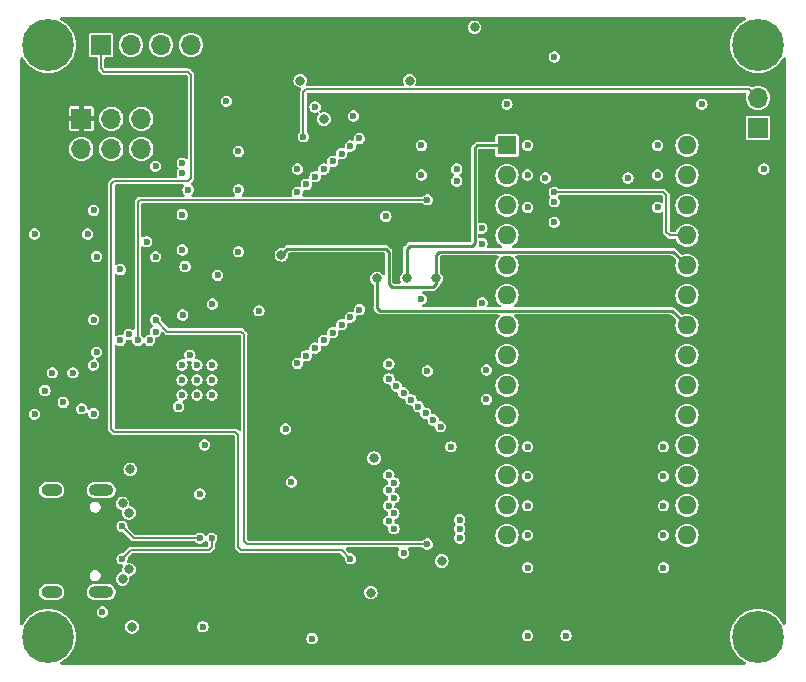
<source format=gbr>
%TF.GenerationSoftware,KiCad,Pcbnew,7.0.5-7.0.5~ubuntu20.04.1*%
%TF.CreationDate,2023-07-05T21:04:24+02:00*%
%TF.ProjectId,sao_eprom_v2,73616f5f-6570-4726-9f6d-5f76322e6b69,rev?*%
%TF.SameCoordinates,Original*%
%TF.FileFunction,Copper,L3,Inr*%
%TF.FilePolarity,Positive*%
%FSLAX46Y46*%
G04 Gerber Fmt 4.6, Leading zero omitted, Abs format (unit mm)*
G04 Created by KiCad (PCBNEW 7.0.5-7.0.5~ubuntu20.04.1) date 2023-07-05 21:04:24*
%MOMM*%
%LPD*%
G01*
G04 APERTURE LIST*
%TA.AperFunction,ComponentPad*%
%ADD10C,0.700000*%
%TD*%
%TA.AperFunction,ComponentPad*%
%ADD11C,4.400000*%
%TD*%
%TA.AperFunction,ComponentPad*%
%ADD12R,1.700000X1.700000*%
%TD*%
%TA.AperFunction,ComponentPad*%
%ADD13O,1.700000X1.700000*%
%TD*%
%TA.AperFunction,ComponentPad*%
%ADD14R,1.600000X1.600000*%
%TD*%
%TA.AperFunction,ComponentPad*%
%ADD15O,1.600000X1.600000*%
%TD*%
%TA.AperFunction,ComponentPad*%
%ADD16C,0.600000*%
%TD*%
%TA.AperFunction,ComponentPad*%
%ADD17O,2.100000X1.000000*%
%TD*%
%TA.AperFunction,ComponentPad*%
%ADD18O,1.800000X1.000000*%
%TD*%
%TA.AperFunction,ViaPad*%
%ADD19C,0.800000*%
%TD*%
%TA.AperFunction,ViaPad*%
%ADD20C,0.600000*%
%TD*%
%TA.AperFunction,Conductor*%
%ADD21C,0.250000*%
%TD*%
%TA.AperFunction,Conductor*%
%ADD22C,0.200000*%
%TD*%
G04 APERTURE END LIST*
D10*
%TO.N,GND*%
%TO.C,H3*%
X185600000Y-32750000D03*
X186083274Y-31583274D03*
X186083274Y-33916726D03*
X187250000Y-31100000D03*
D11*
X187250000Y-32750000D03*
D10*
X187250000Y-34400000D03*
X188416726Y-31583274D03*
X188416726Y-33916726D03*
X188900000Y-32750000D03*
%TD*%
D12*
%TO.N,GND*%
%TO.C,J4*%
X187250000Y-39750000D03*
D13*
%TO.N,/Power generation/VLED*%
X187250000Y-37210000D03*
%TD*%
D10*
%TO.N,GND*%
%TO.C,H4*%
X185600000Y-82850000D03*
X186083274Y-81683274D03*
X186083274Y-84016726D03*
X187250000Y-81200000D03*
D11*
X187250000Y-82850000D03*
D10*
X187250000Y-84500000D03*
X188416726Y-81683274D03*
X188416726Y-84016726D03*
X188900000Y-82850000D03*
%TD*%
D14*
%TO.N,/EPROM and level shifters/Q15*%
%TO.C,U5*%
X166000000Y-41250000D03*
D15*
%TO.N,/EPROM and level shifters/Q12*%
X166000000Y-43790000D03*
%TO.N,/EPROM and level shifters/Q7*%
X166000000Y-46330000D03*
%TO.N,/EPROM and level shifters/Q6*%
X166000000Y-48870000D03*
%TO.N,/EPROM and level shifters/Q5*%
X166000000Y-51410000D03*
%TO.N,/EPROM and level shifters/Q4*%
X166000000Y-53950000D03*
%TO.N,/EPROM and level shifters/Q3*%
X166000000Y-56490000D03*
%TO.N,/EPROM and level shifters/Q2*%
X166000000Y-59030000D03*
%TO.N,/EPROM and level shifters/Q1*%
X166000000Y-61570000D03*
%TO.N,/EPROM and level shifters/Q0*%
X166000000Y-64110000D03*
%TO.N,/EPROM and level shifters/D0H*%
X166000000Y-66650000D03*
%TO.N,/EPROM and level shifters/D1H*%
X166000000Y-69190000D03*
%TO.N,/EPROM and level shifters/D2H*%
X166000000Y-71730000D03*
%TO.N,GND*%
X166000000Y-74270000D03*
%TO.N,/EPROM and level shifters/D3H*%
X181240000Y-74270000D03*
%TO.N,/EPROM and level shifters/D4H*%
X181240000Y-71730000D03*
%TO.N,/EPROM and level shifters/D5H*%
X181240000Y-69190000D03*
%TO.N,/EPROM and level shifters/D6H*%
X181240000Y-66650000D03*
%TO.N,/EPROM and level shifters/D7H*%
X181240000Y-64110000D03*
%TO.N,GND*%
X181240000Y-61570000D03*
%TO.N,/EPROM and level shifters/Q10*%
X181240000Y-59030000D03*
%TO.N,/EPROM and level shifters/VppB*%
X181240000Y-56490000D03*
%TO.N,/EPROM and level shifters/Q11*%
X181240000Y-53950000D03*
%TO.N,/EPROM and level shifters/Q9*%
X181240000Y-51410000D03*
%TO.N,/EPROM and level shifters/Q8*%
X181240000Y-48870000D03*
%TO.N,/EPROM and level shifters/Q13*%
X181240000Y-46330000D03*
%TO.N,/EPROM and level shifters/Q14*%
X181240000Y-43790000D03*
%TO.N,+5V*%
X181240000Y-41250000D03*
%TD*%
D16*
%TO.N,GND*%
%TO.C,U2*%
X141020000Y-62370000D03*
X141020000Y-61100000D03*
X141020000Y-59830000D03*
X139750000Y-62370000D03*
X139750000Y-61100000D03*
X139750000Y-59830000D03*
X138480000Y-62370000D03*
X138480000Y-61100000D03*
X138480000Y-59830000D03*
%TD*%
D12*
%TO.N,/~{QSPI_CS}*%
%TO.C,J1*%
X131630000Y-32750000D03*
D13*
%TO.N,/SWD_DATA*%
X134170000Y-32750000D03*
%TO.N,GND*%
X136710000Y-32750000D03*
%TO.N,/SWD_CLK*%
X139250000Y-32750000D03*
%TD*%
D10*
%TO.N,GND*%
%TO.C,H2*%
X125500000Y-82850000D03*
X125983274Y-81683274D03*
X125983274Y-84016726D03*
X127150000Y-81200000D03*
D11*
X127150000Y-82850000D03*
D10*
X127150000Y-84500000D03*
X128316726Y-81683274D03*
X128316726Y-84016726D03*
X128800000Y-82850000D03*
%TD*%
%TO.N,GND*%
%TO.C,H1*%
X125500000Y-32750000D03*
X125983274Y-31583274D03*
X125983274Y-33916726D03*
X127150000Y-31100000D03*
D11*
X127150000Y-32750000D03*
D10*
X127150000Y-34400000D03*
X128316726Y-31583274D03*
X128316726Y-33916726D03*
X128800000Y-32750000D03*
%TD*%
D17*
%TO.N,GND*%
%TO.C,J2*%
X131650000Y-70430000D03*
D18*
X127450000Y-70430000D03*
D17*
X131650000Y-79070000D03*
D18*
X127450000Y-79070000D03*
%TD*%
D12*
%TO.N,+3V3*%
%TO.C,J3*%
X129960000Y-38980000D03*
D13*
%TO.N,GND*%
X129960000Y-41535000D03*
%TO.N,SDA*%
X132500000Y-38980000D03*
%TO.N,SCL*%
X132500000Y-41535000D03*
%TO.N,LED_DIN*%
X135040000Y-38980000D03*
%TO.N,unconnected-(J3-IO2-Pad6)*%
X135040000Y-41535000D03*
%TD*%
D19*
%TO.N,GND*%
X134100000Y-68675000D03*
D20*
X157250000Y-75750000D03*
X179250000Y-71750000D03*
X133250000Y-51750000D03*
X179250000Y-69250000D03*
X178750000Y-46500000D03*
X147750000Y-69750000D03*
X131000000Y-46750000D03*
X178750000Y-41250000D03*
X158750000Y-43750000D03*
X126000000Y-48750000D03*
X143250000Y-50250000D03*
X140250000Y-82000000D03*
D19*
X154750000Y-67725000D03*
D20*
X167750000Y-41250000D03*
X179250000Y-66750000D03*
X139000000Y-45000000D03*
X145000000Y-55250000D03*
X161250000Y-66750000D03*
X167750000Y-74250000D03*
X163900000Y-54575000D03*
X126000000Y-64000000D03*
D19*
X133450000Y-71550000D03*
D20*
X167750000Y-71750000D03*
X141500000Y-52250000D03*
D19*
X154475000Y-79100000D03*
D20*
X163875000Y-48250000D03*
X147250000Y-65250000D03*
X138750000Y-51500000D03*
X136250000Y-43000000D03*
X149500000Y-83000000D03*
X167750000Y-46500000D03*
X179250000Y-77000000D03*
X143250000Y-45000000D03*
X143250000Y-41750000D03*
X167750000Y-43750000D03*
X187750000Y-43250000D03*
X164250000Y-60250000D03*
X166000000Y-37750000D03*
D19*
X133450000Y-77950000D03*
D20*
X167750000Y-66750000D03*
X158750000Y-54250000D03*
X148250000Y-43250000D03*
X167750000Y-77000000D03*
D19*
X157750000Y-35750000D03*
D20*
X131750000Y-80750000D03*
X131000000Y-63950000D03*
D19*
X148500000Y-35750000D03*
D20*
X167750000Y-69250000D03*
X182500000Y-37750000D03*
X156000000Y-59750000D03*
X163875000Y-49550000D03*
X131000000Y-59850000D03*
X158750000Y-41250000D03*
X178750000Y-43750000D03*
X167750000Y-82750000D03*
X140000000Y-70750000D03*
X164250000Y-62750000D03*
X179250000Y-74250000D03*
X141050000Y-54675000D03*
D19*
%TO.N,VBUS*%
X134250000Y-82000000D03*
X134002084Y-77146969D03*
X134002084Y-72353031D03*
%TO.N,+5V*%
X163250000Y-31250000D03*
X160475000Y-76425000D03*
D20*
X153000000Y-38750000D03*
D19*
%TO.N,/Power generation/12V75*%
X150500000Y-39000000D03*
%TO.N,/EPROM and level shifters/VppB*%
X155000000Y-52500000D03*
D20*
%TO.N,/EPROM and level shifters/~{OE}*%
X136250000Y-57000000D03*
X155750000Y-47250000D03*
%TO.N,Net-(J2-CC1)*%
X140000000Y-74500000D03*
X133400500Y-73500000D03*
%TO.N,Net-(J2-CC2)*%
X141000000Y-74500000D03*
X133400500Y-76250000D03*
%TO.N,/Power generation/12V75EN*%
X149750000Y-38000000D03*
X142250000Y-37500000D03*
X129250000Y-60500000D03*
%TO.N,/Power generation/VppAEN*%
X127500000Y-60500000D03*
X138500000Y-43600000D03*
%TO.N,/Power generation/VppBEN*%
X126875000Y-62000000D03*
X138500000Y-47100000D03*
%TO.N,/Power generation/VdetEN*%
X138500000Y-50100000D03*
X130000000Y-63550000D03*
%TO.N,/~{QSPI_CS}*%
X152750000Y-76250000D03*
%TO.N,/EPROM and level shifters/A0*%
X148250000Y-59700000D03*
X148250000Y-45200000D03*
%TO.N,/EPROM and level shifters/A1*%
X149000000Y-59050000D03*
X149000000Y-44550000D03*
%TO.N,/EPROM and level shifters/A2*%
X149750000Y-58400000D03*
X149750000Y-43900000D03*
%TO.N,/EPROM and level shifters/A3*%
X150500000Y-43250000D03*
X150500000Y-57750000D03*
%TO.N,/EPROM and level shifters/A4*%
X151250000Y-42600000D03*
X151250000Y-57100000D03*
%TO.N,/EPROM and level shifters/A5*%
X152012036Y-56429137D03*
X152012036Y-41929137D03*
%TO.N,/EPROM and level shifters/A6*%
X152750000Y-55800000D03*
X152750000Y-41300000D03*
%TO.N,/EPROM and level shifters/A7*%
X153500000Y-40650000D03*
X153500000Y-55150000D03*
%TO.N,/EPROM and level shifters/D0*%
X160375000Y-65075000D03*
X156425000Y-73700000D03*
%TO.N,/EPROM and level shifters/D1*%
X156000000Y-73050000D03*
X159750000Y-64500000D03*
%TO.N,/EPROM and level shifters/D2*%
X156425000Y-72400000D03*
X159125000Y-63925000D03*
%TO.N,/EPROM and level shifters/D3*%
X156000000Y-71750000D03*
X158500000Y-63350000D03*
%TO.N,/EPROM and level shifters/D4*%
X156425000Y-71100000D03*
X157875000Y-62775000D03*
%TO.N,/EPROM and level shifters/D5*%
X156000000Y-70450000D03*
X157250000Y-62200000D03*
%TO.N,/EPROM and level shifters/D6*%
X156425000Y-69800000D03*
X156625000Y-61625000D03*
%TO.N,/EPROM and level shifters/D7*%
X156000000Y-61000000D03*
X156000000Y-69150000D03*
D19*
%TO.N,+3V3*%
X126000000Y-49750000D03*
D20*
X164500000Y-56000000D03*
D19*
X174250000Y-82750000D03*
X175250000Y-66425000D03*
X174250000Y-52750000D03*
X174250000Y-37750000D03*
X156250000Y-39750000D03*
D20*
X164500000Y-52250000D03*
X134000000Y-59850000D03*
X136250000Y-55000000D03*
D19*
X161825000Y-34875000D03*
D20*
X164500000Y-53000000D03*
X147750000Y-39750000D03*
D19*
X160475000Y-53725000D03*
X134100000Y-67525000D03*
D20*
X143150000Y-64475000D03*
X164500000Y-47000000D03*
X139323253Y-55556010D03*
D19*
X151750000Y-33000000D03*
D20*
X134000000Y-63950000D03*
X145500000Y-70250000D03*
X141750000Y-70250000D03*
D19*
X146000000Y-67250000D03*
D20*
X164500000Y-56750000D03*
D19*
X158575000Y-83800000D03*
X160475000Y-39225000D03*
X127500000Y-45250000D03*
X154750000Y-76425000D03*
D20*
X146550000Y-54350000D03*
X142000000Y-75250000D03*
D19*
X145900000Y-83800000D03*
D20*
X162500000Y-47000000D03*
D19*
X127650000Y-56375000D03*
X133750000Y-45250000D03*
D20*
%TO.N,/EPROM and level shifters/OE*%
X136250000Y-56000000D03*
X159250000Y-75000000D03*
%TO.N,/EPROM and level shifters/ALS*%
X159250000Y-60350000D03*
X135750000Y-57750000D03*
%TO.N,/EPROM and level shifters/AHS*%
X134750000Y-57750000D03*
X159250000Y-45850000D03*
%TO.N,SDA*%
X131250000Y-50650000D03*
X131000000Y-56000000D03*
X134001231Y-57250000D03*
X136250000Y-50675000D03*
%TO.N,SCL*%
X133250000Y-57750000D03*
X130500000Y-48750000D03*
X135500000Y-49400000D03*
%TO.N,Net-(D6-DOUT)*%
X170000000Y-33750000D03*
X176250000Y-44000000D03*
X131250000Y-58750000D03*
%TO.N,+1V1*%
X139150000Y-59025498D03*
X138200000Y-63350000D03*
X138550000Y-55600000D03*
X140400000Y-66600000D03*
D19*
%TO.N,/EPROM and level shifters/Q15*%
X157500000Y-52500000D03*
%TO.N,/EPROM and level shifters/Q9*%
X146900000Y-50500000D03*
X160000000Y-52500000D03*
D20*
%TO.N,/EPROM and level shifters/Q8*%
X170000000Y-45200000D03*
%TO.N,/EPROM and level shifters/Q11*%
X161750000Y-43250000D03*
X170000000Y-46000000D03*
%TO.N,/EPROM and level shifters/Q10*%
X170000000Y-47750000D03*
X161750000Y-44250000D03*
%TO.N,/EPROM and level shifters/D2H*%
X162000000Y-72925497D03*
%TO.N,/EPROM and level shifters/D1H*%
X162000000Y-73700000D03*
%TO.N,/EPROM and level shifters/D0H*%
X162000000Y-74474503D03*
%TO.N,Net-(D14-DOUT)*%
X171000000Y-82750000D03*
X169250000Y-44000000D03*
%TO.N,/Power generation/VLED*%
X148750000Y-40500000D03*
%TO.N,/Power generation/VLEDEN*%
X138500000Y-42750000D03*
X128425000Y-63000000D03*
%TD*%
D21*
%TO.N,/EPROM and level shifters/VppB*%
X181240000Y-56490000D02*
X180000000Y-55250000D01*
X155250000Y-55250000D02*
X155000000Y-55000000D01*
X180000000Y-55250000D02*
X155250000Y-55250000D01*
X155000000Y-55000000D02*
X155000000Y-52500000D01*
D22*
%TO.N,Net-(J2-CC1)*%
X140000000Y-74500000D02*
X134400500Y-74500000D01*
X134400500Y-74500000D02*
X133400500Y-73500000D01*
%TO.N,Net-(J2-CC2)*%
X134150500Y-75500000D02*
X133400500Y-76250000D01*
X140750000Y-75500000D02*
X134150500Y-75500000D01*
X141000000Y-75250000D02*
X140750000Y-75500000D01*
X141000000Y-74500000D02*
X141000000Y-75250000D01*
%TO.N,/~{QSPI_CS}*%
X143250000Y-65750000D02*
X143000000Y-65500000D01*
X139000000Y-35000000D02*
X131900000Y-35000000D01*
X152750000Y-76250000D02*
X152000000Y-75500000D01*
X143000000Y-65500000D02*
X132750000Y-65500000D01*
X132750000Y-65500000D02*
X132500000Y-65250000D01*
X132750000Y-44250000D02*
X139000000Y-44250000D01*
X132500000Y-44500000D02*
X132750000Y-44250000D01*
X131630000Y-34730000D02*
X131630000Y-32750000D01*
X152000000Y-75500000D02*
X143500000Y-75500000D01*
X139000000Y-44250000D02*
X139250000Y-44000000D01*
X139250000Y-35250000D02*
X139000000Y-35000000D01*
X131900000Y-35000000D02*
X131630000Y-34730000D01*
X139250000Y-44000000D02*
X139250000Y-35250000D01*
X143250000Y-75250000D02*
X143250000Y-65750000D01*
X132500000Y-65250000D02*
X132500000Y-44500000D01*
X143500000Y-75500000D02*
X143250000Y-75250000D01*
%TO.N,/EPROM and level shifters/OE*%
X143750000Y-57250000D02*
X143750000Y-74750000D01*
X143500000Y-57000000D02*
X143750000Y-57250000D01*
X136250000Y-56000000D02*
X137250000Y-57000000D01*
X143250000Y-57000000D02*
X143500000Y-57000000D01*
X137250000Y-57000000D02*
X143250000Y-57000000D01*
X143750000Y-74750000D02*
X144000000Y-75000000D01*
X144000000Y-75000000D02*
X159250000Y-75000000D01*
%TO.N,/EPROM and level shifters/AHS*%
X134900000Y-45850000D02*
X134750000Y-46000000D01*
X159250000Y-45850000D02*
X134900000Y-45850000D01*
X134750000Y-46000000D02*
X134750000Y-57750000D01*
D21*
%TO.N,/EPROM and level shifters/Q15*%
X157500000Y-52500000D02*
X157500000Y-50000000D01*
X163250000Y-41500000D02*
X163500000Y-41250000D01*
X157750000Y-49750000D02*
X163000000Y-49750000D01*
X157500000Y-50000000D02*
X157750000Y-49750000D01*
X163000000Y-49750000D02*
X163250000Y-49500000D01*
X163500000Y-41250000D02*
X166000000Y-41250000D01*
X163250000Y-49500000D02*
X163250000Y-41500000D01*
%TO.N,/EPROM and level shifters/Q9*%
X159750000Y-53250000D02*
X160000000Y-53000000D01*
X146900000Y-50500000D02*
X147400000Y-50000000D01*
X156000000Y-53000000D02*
X156250000Y-53250000D01*
X160250000Y-50250000D02*
X180080000Y-50250000D01*
X155750000Y-50000000D02*
X156000000Y-50250000D01*
X160000000Y-53000000D02*
X160000000Y-52500000D01*
X180080000Y-50250000D02*
X181240000Y-51410000D01*
X147400000Y-50000000D02*
X155750000Y-50000000D01*
X156250000Y-53250000D02*
X159750000Y-53250000D01*
X160000000Y-50500000D02*
X160250000Y-50250000D01*
X156000000Y-50250000D02*
X156000000Y-53000000D01*
X160000000Y-52500000D02*
X160000000Y-50500000D01*
D22*
%TO.N,/EPROM and level shifters/Q8*%
X179500000Y-45450000D02*
X179250000Y-45200000D01*
X179770000Y-48870000D02*
X179500000Y-48600000D01*
X181240000Y-48870000D02*
X179770000Y-48870000D01*
X179250000Y-45200000D02*
X170000000Y-45200000D01*
X179500000Y-48600000D02*
X179500000Y-45450000D01*
%TO.N,/Power generation/VLED*%
X186500000Y-36500000D02*
X149000000Y-36500000D01*
X187250000Y-37210000D02*
X187210000Y-37210000D01*
X187210000Y-37210000D02*
X186500000Y-36500000D01*
X149000000Y-36500000D02*
X148750000Y-36750000D01*
X148750000Y-36750000D02*
X148750000Y-40500000D01*
%TD*%
%TA.AperFunction,Conductor*%
%TO.N,+3V3*%
G36*
X136921895Y-57061511D02*
G01*
X137027370Y-57166986D01*
X137042791Y-57185776D01*
X137051375Y-57198624D01*
X137054140Y-57200471D01*
X137071525Y-57212087D01*
X137071551Y-57212106D01*
X137142504Y-57259515D01*
X137142506Y-57259516D01*
X137250000Y-57280897D01*
X137260546Y-57278799D01*
X137265160Y-57277882D01*
X137289348Y-57275500D01*
X143222867Y-57275500D01*
X143334521Y-57275500D01*
X143401560Y-57295185D01*
X143422199Y-57311816D01*
X143438178Y-57327794D01*
X143471665Y-57389116D01*
X143474500Y-57415478D01*
X143474500Y-65285522D01*
X143454815Y-65352561D01*
X143402011Y-65398316D01*
X143332853Y-65408260D01*
X143269297Y-65379235D01*
X143262819Y-65373203D01*
X143222627Y-65333011D01*
X143207205Y-65314219D01*
X143198624Y-65301376D01*
X143198621Y-65301373D01*
X143180688Y-65289391D01*
X143174898Y-65285522D01*
X143149465Y-65268528D01*
X143107495Y-65240485D01*
X143107494Y-65240484D01*
X143107493Y-65240484D01*
X143022849Y-65223647D01*
X143022816Y-65223641D01*
X143008854Y-65220864D01*
X143000001Y-65219103D01*
X143000000Y-65219103D01*
X142984846Y-65222117D01*
X142960656Y-65224500D01*
X132915479Y-65224500D01*
X132848440Y-65204815D01*
X132827795Y-65188178D01*
X132811816Y-65172198D01*
X132778333Y-65110874D01*
X132775500Y-65084520D01*
X132775500Y-63349999D01*
X137719610Y-63349999D01*
X137739068Y-63485337D01*
X137739070Y-63485345D01*
X137795867Y-63609714D01*
X137795872Y-63609721D01*
X137885409Y-63713053D01*
X137885413Y-63713057D01*
X137927782Y-63740285D01*
X138000439Y-63786978D01*
X138037091Y-63797740D01*
X138131632Y-63825500D01*
X138131633Y-63825500D01*
X138268367Y-63825500D01*
X138399561Y-63786978D01*
X138514589Y-63713055D01*
X138604130Y-63609718D01*
X138612171Y-63592112D01*
X138624353Y-63565436D01*
X138660931Y-63485342D01*
X138680390Y-63350000D01*
X138660931Y-63214658D01*
X138630770Y-63148614D01*
X138604132Y-63090285D01*
X138604127Y-63090277D01*
X138550089Y-63027914D01*
X138521064Y-62964359D01*
X138531008Y-62895200D01*
X138576763Y-62842396D01*
X138608862Y-62827736D01*
X138679561Y-62806978D01*
X138794589Y-62733055D01*
X138884130Y-62629718D01*
X138940931Y-62505342D01*
X138960390Y-62370000D01*
X139269610Y-62370000D01*
X139275640Y-62411942D01*
X139289068Y-62505337D01*
X139289070Y-62505345D01*
X139345867Y-62629714D01*
X139345872Y-62629721D01*
X139435409Y-62733053D01*
X139435413Y-62733057D01*
X139461778Y-62750000D01*
X139550439Y-62806978D01*
X139611132Y-62824799D01*
X139681632Y-62845500D01*
X139681633Y-62845500D01*
X139818367Y-62845500D01*
X139949561Y-62806978D01*
X140064589Y-62733055D01*
X140154130Y-62629718D01*
X140210931Y-62505342D01*
X140230390Y-62370000D01*
X140539610Y-62370000D01*
X140545640Y-62411942D01*
X140559068Y-62505337D01*
X140559070Y-62505345D01*
X140615867Y-62629714D01*
X140615872Y-62629721D01*
X140705409Y-62733053D01*
X140705413Y-62733057D01*
X140731778Y-62750000D01*
X140820439Y-62806978D01*
X140881132Y-62824799D01*
X140951632Y-62845500D01*
X140951633Y-62845500D01*
X141088367Y-62845500D01*
X141219561Y-62806978D01*
X141334589Y-62733055D01*
X141424130Y-62629718D01*
X141480931Y-62505342D01*
X141500390Y-62370000D01*
X141480931Y-62234658D01*
X141465103Y-62200000D01*
X141424132Y-62110285D01*
X141424127Y-62110278D01*
X141334590Y-62006946D01*
X141334586Y-62006942D01*
X141238377Y-61945114D01*
X141219561Y-61933022D01*
X141219560Y-61933021D01*
X141219559Y-61933021D01*
X141088368Y-61894500D01*
X141088367Y-61894500D01*
X140951633Y-61894500D01*
X140951632Y-61894500D01*
X140820440Y-61933021D01*
X140705413Y-62006942D01*
X140705409Y-62006946D01*
X140615872Y-62110278D01*
X140615867Y-62110285D01*
X140559070Y-62234654D01*
X140559068Y-62234662D01*
X140540608Y-62363057D01*
X140539610Y-62370000D01*
X140230390Y-62370000D01*
X140210931Y-62234658D01*
X140195103Y-62200000D01*
X140154132Y-62110285D01*
X140154127Y-62110278D01*
X140064590Y-62006946D01*
X140064586Y-62006942D01*
X139968377Y-61945114D01*
X139949561Y-61933022D01*
X139949560Y-61933021D01*
X139949559Y-61933021D01*
X139818368Y-61894500D01*
X139818367Y-61894500D01*
X139681633Y-61894500D01*
X139681632Y-61894500D01*
X139550440Y-61933021D01*
X139435413Y-62006942D01*
X139435409Y-62006946D01*
X139345872Y-62110278D01*
X139345867Y-62110285D01*
X139289070Y-62234654D01*
X139289068Y-62234662D01*
X139270608Y-62363057D01*
X139269610Y-62370000D01*
X138960390Y-62370000D01*
X138940931Y-62234658D01*
X138925103Y-62200000D01*
X138884132Y-62110285D01*
X138884127Y-62110278D01*
X138794590Y-62006946D01*
X138794586Y-62006942D01*
X138698377Y-61945114D01*
X138679561Y-61933022D01*
X138679560Y-61933021D01*
X138679559Y-61933021D01*
X138548368Y-61894500D01*
X138548367Y-61894500D01*
X138411633Y-61894500D01*
X138411632Y-61894500D01*
X138280440Y-61933021D01*
X138165413Y-62006942D01*
X138165409Y-62006946D01*
X138075872Y-62110278D01*
X138075867Y-62110285D01*
X138019070Y-62234654D01*
X138019068Y-62234662D01*
X138000608Y-62363057D01*
X137999610Y-62370000D01*
X138005640Y-62411942D01*
X138019068Y-62505337D01*
X138019070Y-62505345D01*
X138075867Y-62629714D01*
X138075872Y-62629722D01*
X138129910Y-62692085D01*
X138158935Y-62755641D01*
X138148991Y-62824799D01*
X138103236Y-62877603D01*
X138071132Y-62892264D01*
X138000440Y-62913020D01*
X137885413Y-62986942D01*
X137885409Y-62986946D01*
X137795872Y-63090278D01*
X137795867Y-63090285D01*
X137739070Y-63214654D01*
X137739068Y-63214662D01*
X137719610Y-63349999D01*
X132775500Y-63349999D01*
X132775500Y-61099999D01*
X137999610Y-61099999D01*
X138019068Y-61235337D01*
X138019070Y-61235345D01*
X138075867Y-61359714D01*
X138075872Y-61359721D01*
X138165409Y-61463053D01*
X138165413Y-61463057D01*
X138206813Y-61489662D01*
X138280439Y-61536978D01*
X138317939Y-61547989D01*
X138411632Y-61575500D01*
X138411633Y-61575500D01*
X138548367Y-61575500D01*
X138679561Y-61536978D01*
X138794589Y-61463055D01*
X138884130Y-61359718D01*
X138940931Y-61235342D01*
X138960390Y-61100000D01*
X138960390Y-61099999D01*
X139269610Y-61099999D01*
X139289068Y-61235337D01*
X139289070Y-61235345D01*
X139345867Y-61359714D01*
X139345872Y-61359721D01*
X139435409Y-61463053D01*
X139435413Y-61463057D01*
X139476813Y-61489662D01*
X139550439Y-61536978D01*
X139587939Y-61547989D01*
X139681632Y-61575500D01*
X139681633Y-61575500D01*
X139818367Y-61575500D01*
X139949561Y-61536978D01*
X140064589Y-61463055D01*
X140154130Y-61359718D01*
X140210931Y-61235342D01*
X140230390Y-61100000D01*
X140230390Y-61099999D01*
X140539610Y-61099999D01*
X140559068Y-61235337D01*
X140559070Y-61235345D01*
X140615867Y-61359714D01*
X140615872Y-61359721D01*
X140705409Y-61463053D01*
X140705413Y-61463057D01*
X140746813Y-61489662D01*
X140820439Y-61536978D01*
X140857939Y-61547989D01*
X140951632Y-61575500D01*
X140951633Y-61575500D01*
X141088367Y-61575500D01*
X141219561Y-61536978D01*
X141334589Y-61463055D01*
X141424130Y-61359718D01*
X141480931Y-61235342D01*
X141500390Y-61100000D01*
X141480931Y-60964658D01*
X141440844Y-60876880D01*
X141424132Y-60840285D01*
X141424127Y-60840278D01*
X141334590Y-60736946D01*
X141334586Y-60736942D01*
X141219559Y-60663021D01*
X141088368Y-60624500D01*
X141088367Y-60624500D01*
X140951633Y-60624500D01*
X140951632Y-60624500D01*
X140820440Y-60663021D01*
X140705413Y-60736942D01*
X140705409Y-60736946D01*
X140615872Y-60840278D01*
X140615867Y-60840285D01*
X140559070Y-60964654D01*
X140559068Y-60964662D01*
X140539610Y-61099999D01*
X140230390Y-61099999D01*
X140210931Y-60964658D01*
X140170844Y-60876880D01*
X140154132Y-60840285D01*
X140154127Y-60840278D01*
X140064590Y-60736946D01*
X140064586Y-60736942D01*
X139949559Y-60663021D01*
X139818368Y-60624500D01*
X139818367Y-60624500D01*
X139681633Y-60624500D01*
X139681632Y-60624500D01*
X139550440Y-60663021D01*
X139435413Y-60736942D01*
X139435409Y-60736946D01*
X139345872Y-60840278D01*
X139345867Y-60840285D01*
X139289070Y-60964654D01*
X139289068Y-60964662D01*
X139269610Y-61099999D01*
X138960390Y-61099999D01*
X138940931Y-60964658D01*
X138900844Y-60876880D01*
X138884132Y-60840285D01*
X138884127Y-60840278D01*
X138794590Y-60736946D01*
X138794586Y-60736942D01*
X138679559Y-60663021D01*
X138548368Y-60624500D01*
X138548367Y-60624500D01*
X138411633Y-60624500D01*
X138411632Y-60624500D01*
X138280440Y-60663021D01*
X138165413Y-60736942D01*
X138165409Y-60736946D01*
X138075872Y-60840278D01*
X138075867Y-60840285D01*
X138019070Y-60964654D01*
X138019068Y-60964662D01*
X137999610Y-61099999D01*
X132775500Y-61099999D01*
X132775500Y-59830000D01*
X137999610Y-59830000D01*
X138001770Y-59845022D01*
X138019068Y-59965337D01*
X138019070Y-59965345D01*
X138075867Y-60089714D01*
X138075872Y-60089721D01*
X138165409Y-60193053D01*
X138165413Y-60193057D01*
X138215897Y-60225500D01*
X138280439Y-60266978D01*
X138346035Y-60286239D01*
X138411632Y-60305500D01*
X138411633Y-60305500D01*
X138548367Y-60305500D01*
X138679561Y-60266978D01*
X138794589Y-60193055D01*
X138884130Y-60089718D01*
X138940931Y-59965342D01*
X138960390Y-59830000D01*
X138940931Y-59694658D01*
X138929796Y-59670277D01*
X138919854Y-59601122D01*
X138948879Y-59537566D01*
X139007658Y-59499792D01*
X139072846Y-59499792D01*
X139072854Y-59499736D01*
X139073244Y-59499792D01*
X139077526Y-59499792D01*
X139081633Y-59500998D01*
X139081635Y-59500998D01*
X139184563Y-59500998D01*
X139251602Y-59520683D01*
X139297357Y-59573487D01*
X139307301Y-59642645D01*
X139297358Y-59676508D01*
X139289069Y-59694657D01*
X139289068Y-59694662D01*
X139272051Y-59813021D01*
X139269610Y-59830000D01*
X139271770Y-59845022D01*
X139289068Y-59965337D01*
X139289070Y-59965345D01*
X139345867Y-60089714D01*
X139345872Y-60089721D01*
X139435409Y-60193053D01*
X139435413Y-60193057D01*
X139485897Y-60225500D01*
X139550439Y-60266978D01*
X139616035Y-60286239D01*
X139681632Y-60305500D01*
X139681633Y-60305500D01*
X139818367Y-60305500D01*
X139949561Y-60266978D01*
X140064589Y-60193055D01*
X140154130Y-60089718D01*
X140210931Y-59965342D01*
X140230390Y-59830000D01*
X140539610Y-59830000D01*
X140541770Y-59845022D01*
X140559068Y-59965337D01*
X140559070Y-59965345D01*
X140615867Y-60089714D01*
X140615872Y-60089721D01*
X140705409Y-60193053D01*
X140705413Y-60193057D01*
X140755897Y-60225500D01*
X140820439Y-60266978D01*
X140886035Y-60286239D01*
X140951632Y-60305500D01*
X140951633Y-60305500D01*
X141088367Y-60305500D01*
X141219561Y-60266978D01*
X141334589Y-60193055D01*
X141424130Y-60089718D01*
X141480931Y-59965342D01*
X141500390Y-59830000D01*
X141480931Y-59694658D01*
X141444394Y-59614654D01*
X141424132Y-59570285D01*
X141424127Y-59570278D01*
X141334590Y-59466946D01*
X141334586Y-59466942D01*
X141238377Y-59405114D01*
X141219561Y-59393022D01*
X141219560Y-59393021D01*
X141219559Y-59393021D01*
X141088368Y-59354500D01*
X141088367Y-59354500D01*
X140951633Y-59354500D01*
X140951632Y-59354500D01*
X140820440Y-59393021D01*
X140705413Y-59466942D01*
X140705409Y-59466946D01*
X140615872Y-59570278D01*
X140615867Y-59570285D01*
X140559070Y-59694654D01*
X140559068Y-59694662D01*
X140542051Y-59813021D01*
X140539610Y-59830000D01*
X140230390Y-59830000D01*
X140210931Y-59694658D01*
X140174394Y-59614654D01*
X140154132Y-59570285D01*
X140154127Y-59570278D01*
X140064590Y-59466946D01*
X140064586Y-59466942D01*
X139968377Y-59405114D01*
X139949561Y-59393022D01*
X139949560Y-59393021D01*
X139949559Y-59393021D01*
X139818368Y-59354500D01*
X139818367Y-59354500D01*
X139715437Y-59354500D01*
X139648398Y-59334815D01*
X139602643Y-59282011D01*
X139592699Y-59212853D01*
X139602642Y-59178990D01*
X139610931Y-59160840D01*
X139630390Y-59025498D01*
X139610931Y-58890156D01*
X139586645Y-58836978D01*
X139554132Y-58765783D01*
X139554127Y-58765776D01*
X139464590Y-58662444D01*
X139464586Y-58662440D01*
X139349559Y-58588519D01*
X139218368Y-58549998D01*
X139218367Y-58549998D01*
X139081633Y-58549998D01*
X139081632Y-58549998D01*
X138950440Y-58588519D01*
X138835413Y-58662440D01*
X138835409Y-58662444D01*
X138745872Y-58765776D01*
X138745867Y-58765783D01*
X138689070Y-58890152D01*
X138689068Y-58890160D01*
X138669610Y-59025497D01*
X138689068Y-59160835D01*
X138689069Y-59160841D01*
X138700202Y-59185218D01*
X138710145Y-59254377D01*
X138681119Y-59317932D01*
X138622340Y-59355706D01*
X138557154Y-59355705D01*
X138557146Y-59355762D01*
X138556749Y-59355705D01*
X138552473Y-59355705D01*
X138548370Y-59354500D01*
X138548367Y-59354500D01*
X138411633Y-59354500D01*
X138411632Y-59354500D01*
X138280440Y-59393021D01*
X138165413Y-59466942D01*
X138165409Y-59466946D01*
X138075872Y-59570278D01*
X138075867Y-59570285D01*
X138019070Y-59694654D01*
X138019068Y-59694662D01*
X138002051Y-59813021D01*
X137999610Y-59830000D01*
X132775500Y-59830000D01*
X132775500Y-58237375D01*
X132795185Y-58170336D01*
X132847989Y-58124581D01*
X132917147Y-58114637D01*
X132966537Y-58133058D01*
X133050439Y-58186978D01*
X133050441Y-58186978D01*
X133050442Y-58186979D01*
X133181632Y-58225500D01*
X133181633Y-58225500D01*
X133318367Y-58225500D01*
X133449561Y-58186978D01*
X133564589Y-58113055D01*
X133654130Y-58009718D01*
X133710931Y-57885342D01*
X133721606Y-57811094D01*
X133750629Y-57747541D01*
X133809407Y-57709766D01*
X133879275Y-57709765D01*
X133879276Y-57709765D01*
X133879278Y-57709766D01*
X133932863Y-57725500D01*
X133932864Y-57725500D01*
X134069596Y-57725500D01*
X134069598Y-57725500D01*
X134120822Y-57710458D01*
X134190688Y-57710458D01*
X134249467Y-57748232D01*
X134278493Y-57811787D01*
X134278493Y-57811788D01*
X134289068Y-57885337D01*
X134289070Y-57885345D01*
X134345867Y-58009714D01*
X134345872Y-58009721D01*
X134435409Y-58113053D01*
X134435413Y-58113057D01*
X134477782Y-58140285D01*
X134550439Y-58186978D01*
X134613349Y-58205450D01*
X134681632Y-58225500D01*
X134681633Y-58225500D01*
X134818367Y-58225500D01*
X134949561Y-58186978D01*
X135064589Y-58113055D01*
X135130541Y-58036942D01*
X135156287Y-58007229D01*
X135215065Y-57969454D01*
X135284934Y-57969454D01*
X135343713Y-58007228D01*
X135343713Y-58007229D01*
X135435409Y-58113053D01*
X135435413Y-58113057D01*
X135477782Y-58140285D01*
X135550439Y-58186978D01*
X135613349Y-58205450D01*
X135681632Y-58225500D01*
X135681633Y-58225500D01*
X135818367Y-58225500D01*
X135949561Y-58186978D01*
X136064589Y-58113055D01*
X136154130Y-58009718D01*
X136210931Y-57885342D01*
X136230390Y-57750000D01*
X136211151Y-57616189D01*
X136221095Y-57547031D01*
X136266850Y-57494228D01*
X136309907Y-57478169D01*
X136309857Y-57477999D01*
X136312238Y-57477299D01*
X136316249Y-57475804D01*
X136318357Y-57475500D01*
X136318367Y-57475500D01*
X136449561Y-57436978D01*
X136564589Y-57363055D01*
X136654130Y-57259718D01*
X136710931Y-57135342D01*
X136711475Y-57131553D01*
X136713065Y-57128071D01*
X136713431Y-57126827D01*
X136713609Y-57126879D01*
X136740495Y-57067997D01*
X136799270Y-57030218D01*
X136869139Y-57030212D01*
X136921895Y-57061511D01*
G37*
%TD.AperFunction*%
%TA.AperFunction,Conductor*%
G36*
X138577496Y-44545185D02*
G01*
X138623251Y-44597989D01*
X138633195Y-44667147D01*
X138604171Y-44730701D01*
X138595872Y-44740277D01*
X138595867Y-44740285D01*
X138539070Y-44864654D01*
X138539068Y-44864662D01*
X138519610Y-45000000D01*
X138539068Y-45135337D01*
X138539070Y-45135345D01*
X138595867Y-45259714D01*
X138595872Y-45259722D01*
X138690820Y-45369298D01*
X138719845Y-45432854D01*
X138709901Y-45502012D01*
X138664146Y-45554816D01*
X138597107Y-45574500D01*
X134939344Y-45574500D01*
X134915153Y-45572117D01*
X134900000Y-45569103D01*
X134899999Y-45569103D01*
X134899998Y-45569103D01*
X134877898Y-45573499D01*
X134877871Y-45573503D01*
X134792510Y-45590483D01*
X134792504Y-45590485D01*
X134750536Y-45618525D01*
X134750534Y-45618528D01*
X134724378Y-45636006D01*
X134724376Y-45636007D01*
X134716709Y-45641130D01*
X134701374Y-45651376D01*
X134692791Y-45664222D01*
X134677372Y-45683010D01*
X134583010Y-45777372D01*
X134564222Y-45792791D01*
X134551376Y-45801374D01*
X134536005Y-45824377D01*
X134536006Y-45824378D01*
X134518886Y-45850000D01*
X134497268Y-45882352D01*
X134481848Y-45901141D01*
X134480860Y-45902128D01*
X134483559Y-45927224D01*
X134483146Y-45929399D01*
X134469103Y-45999997D01*
X134469103Y-45999999D01*
X134472117Y-46015151D01*
X134474500Y-46039344D01*
X134474500Y-56761833D01*
X134454815Y-56828872D01*
X134402011Y-56874627D01*
X134332853Y-56884571D01*
X134283462Y-56866150D01*
X134279606Y-56863672D01*
X134200792Y-56813022D01*
X134200788Y-56813020D01*
X134200787Y-56813020D01*
X134069599Y-56774500D01*
X134069598Y-56774500D01*
X133932864Y-56774500D01*
X133932863Y-56774500D01*
X133801671Y-56813021D01*
X133686644Y-56886942D01*
X133686640Y-56886946D01*
X133597103Y-56990278D01*
X133597098Y-56990285D01*
X133540301Y-57114654D01*
X133540299Y-57114662D01*
X133529625Y-57188903D01*
X133500600Y-57252459D01*
X133441822Y-57290233D01*
X133371953Y-57290234D01*
X133340150Y-57280896D01*
X133318367Y-57274500D01*
X133181633Y-57274500D01*
X133181632Y-57274500D01*
X133050441Y-57313020D01*
X132966536Y-57366941D01*
X132899496Y-57386624D01*
X132832457Y-57366938D01*
X132786704Y-57314133D01*
X132775500Y-57262628D01*
X132775500Y-52237371D01*
X132795184Y-52170336D01*
X132847988Y-52124581D01*
X132917146Y-52114637D01*
X132966537Y-52133059D01*
X133013241Y-52163072D01*
X133050439Y-52186978D01*
X133076619Y-52194665D01*
X133181632Y-52225500D01*
X133181633Y-52225500D01*
X133318367Y-52225500D01*
X133449561Y-52186978D01*
X133564589Y-52113055D01*
X133654130Y-52009718D01*
X133656203Y-52005180D01*
X133686283Y-51939313D01*
X133710931Y-51885342D01*
X133730390Y-51750000D01*
X133710931Y-51614658D01*
X133698677Y-51587827D01*
X133654132Y-51490285D01*
X133654127Y-51490278D01*
X133564590Y-51386946D01*
X133564586Y-51386942D01*
X133449559Y-51313021D01*
X133318368Y-51274500D01*
X133318367Y-51274500D01*
X133181633Y-51274500D01*
X133181632Y-51274500D01*
X133050443Y-51313020D01*
X133050440Y-51313021D01*
X133050439Y-51313022D01*
X132985289Y-51354890D01*
X132966538Y-51366941D01*
X132899498Y-51386624D01*
X132832459Y-51366938D01*
X132786705Y-51314134D01*
X132775500Y-51262624D01*
X132775500Y-47964395D01*
X132775499Y-44665474D01*
X132795184Y-44598439D01*
X132811816Y-44577799D01*
X132827800Y-44561815D01*
X132889124Y-44528333D01*
X132915478Y-44525500D01*
X138510457Y-44525500D01*
X138577496Y-44545185D01*
G37*
%TD.AperFunction*%
%TA.AperFunction,Conductor*%
G36*
X186178620Y-30420185D02*
G01*
X186224375Y-30472989D01*
X186234319Y-30542147D01*
X186205294Y-30605703D01*
X186166425Y-30635712D01*
X186059711Y-30688337D01*
X186059689Y-30688350D01*
X185800785Y-30861343D01*
X185566664Y-31066664D01*
X185361343Y-31300785D01*
X185188350Y-31559689D01*
X185188337Y-31559711D01*
X185050615Y-31838983D01*
X185050611Y-31838992D01*
X184950523Y-32133843D01*
X184950518Y-32133863D01*
X184889770Y-32439259D01*
X184889769Y-32439271D01*
X184869403Y-32749999D01*
X184889769Y-33060728D01*
X184889770Y-33060740D01*
X184950518Y-33366136D01*
X184950523Y-33366156D01*
X185050611Y-33661007D01*
X185050615Y-33661017D01*
X185188337Y-33940289D01*
X185188343Y-33940299D01*
X185361345Y-34199216D01*
X185566664Y-34433336D01*
X185800784Y-34638655D01*
X186059701Y-34811657D01*
X186059704Y-34811658D01*
X186059710Y-34811662D01*
X186338982Y-34949384D01*
X186338992Y-34949388D01*
X186633843Y-35049476D01*
X186633847Y-35049477D01*
X186633856Y-35049480D01*
X186840318Y-35090548D01*
X186939259Y-35110229D01*
X186939260Y-35110229D01*
X186939270Y-35110231D01*
X187250000Y-35130597D01*
X187560730Y-35110231D01*
X187866144Y-35049480D01*
X187885852Y-35042790D01*
X188161007Y-34949388D01*
X188161017Y-34949384D01*
X188440289Y-34811662D01*
X188440289Y-34811661D01*
X188440299Y-34811657D01*
X188699216Y-34638655D01*
X188933336Y-34433336D01*
X189138655Y-34199216D01*
X189311657Y-33940299D01*
X189331777Y-33899500D01*
X189364288Y-33833575D01*
X189411593Y-33782156D01*
X189479188Y-33764474D01*
X189545613Y-33786144D01*
X189589777Y-33840285D01*
X189599500Y-33888419D01*
X189599500Y-81711581D01*
X189579815Y-81778620D01*
X189527011Y-81824375D01*
X189457853Y-81834319D01*
X189394297Y-81805294D01*
X189364288Y-81766425D01*
X189311662Y-81659711D01*
X189311649Y-81659689D01*
X189138656Y-81400785D01*
X189116164Y-81375138D01*
X188933336Y-81166664D01*
X188699216Y-80961345D01*
X188571502Y-80876010D01*
X188440304Y-80788346D01*
X188440289Y-80788337D01*
X188161017Y-80650615D01*
X188161007Y-80650611D01*
X187866156Y-80550523D01*
X187866136Y-80550518D01*
X187560740Y-80489770D01*
X187560731Y-80489769D01*
X187560730Y-80489769D01*
X187250000Y-80469403D01*
X187249999Y-80469403D01*
X187094635Y-80479585D01*
X186939270Y-80489769D01*
X186939269Y-80489769D01*
X186939259Y-80489770D01*
X186633863Y-80550518D01*
X186633843Y-80550523D01*
X186338992Y-80650611D01*
X186338983Y-80650615D01*
X186059711Y-80788337D01*
X186059689Y-80788350D01*
X185800785Y-80961343D01*
X185566664Y-81166664D01*
X185361343Y-81400785D01*
X185188350Y-81659689D01*
X185188337Y-81659711D01*
X185050615Y-81938983D01*
X185050611Y-81938992D01*
X184950523Y-82233843D01*
X184950518Y-82233863D01*
X184889770Y-82539259D01*
X184889769Y-82539269D01*
X184889769Y-82539270D01*
X184869403Y-82850000D01*
X184886644Y-83113057D01*
X184889769Y-83160728D01*
X184889770Y-83160740D01*
X184950518Y-83466136D01*
X184950523Y-83466156D01*
X185050611Y-83761007D01*
X185050615Y-83761017D01*
X185188337Y-84040289D01*
X185188343Y-84040299D01*
X185361345Y-84299216D01*
X185566664Y-84533336D01*
X185800784Y-84738655D01*
X186059701Y-84911657D01*
X186059704Y-84911658D01*
X186059710Y-84911662D01*
X186166425Y-84964288D01*
X186217844Y-85011593D01*
X186235526Y-85079188D01*
X186213856Y-85145613D01*
X186159715Y-85189777D01*
X186111581Y-85199500D01*
X128288419Y-85199500D01*
X128221380Y-85179815D01*
X128175625Y-85127011D01*
X128165681Y-85057853D01*
X128194706Y-84994297D01*
X128233575Y-84964288D01*
X128340289Y-84911662D01*
X128340289Y-84911661D01*
X128340299Y-84911657D01*
X128599216Y-84738655D01*
X128833336Y-84533336D01*
X129038655Y-84299216D01*
X129211657Y-84040299D01*
X129349385Y-83761015D01*
X129449480Y-83466144D01*
X129510231Y-83160730D01*
X129520766Y-82999999D01*
X149019610Y-82999999D01*
X149039068Y-83135337D01*
X149039070Y-83135345D01*
X149095867Y-83259714D01*
X149095872Y-83259721D01*
X149185409Y-83363053D01*
X149185413Y-83363057D01*
X149245979Y-83401979D01*
X149300439Y-83436978D01*
X149366035Y-83456238D01*
X149431632Y-83475500D01*
X149431633Y-83475500D01*
X149568367Y-83475500D01*
X149699561Y-83436978D01*
X149814589Y-83363055D01*
X149904130Y-83259718D01*
X149960931Y-83135342D01*
X149980390Y-83000000D01*
X149960931Y-82864658D01*
X149938549Y-82815649D01*
X149908569Y-82750000D01*
X167269610Y-82750000D01*
X167289068Y-82885337D01*
X167289070Y-82885345D01*
X167345867Y-83009714D01*
X167345872Y-83009721D01*
X167435409Y-83113053D01*
X167435413Y-83113057D01*
X167470095Y-83135345D01*
X167550439Y-83186978D01*
X167616035Y-83206238D01*
X167681632Y-83225500D01*
X167681633Y-83225500D01*
X167818367Y-83225500D01*
X167949561Y-83186978D01*
X168064589Y-83113055D01*
X168154130Y-83009718D01*
X168210931Y-82885342D01*
X168230390Y-82750000D01*
X170519610Y-82750000D01*
X170539068Y-82885337D01*
X170539070Y-82885345D01*
X170595867Y-83009714D01*
X170595872Y-83009721D01*
X170685409Y-83113053D01*
X170685413Y-83113057D01*
X170720095Y-83135345D01*
X170800439Y-83186978D01*
X170866035Y-83206238D01*
X170931632Y-83225500D01*
X170931633Y-83225500D01*
X171068367Y-83225500D01*
X171199561Y-83186978D01*
X171314589Y-83113055D01*
X171404130Y-83009718D01*
X171460931Y-82885342D01*
X171480390Y-82750000D01*
X171460931Y-82614658D01*
X171445316Y-82580466D01*
X171404132Y-82490285D01*
X171404127Y-82490278D01*
X171314590Y-82386946D01*
X171314586Y-82386942D01*
X171199559Y-82313021D01*
X171068368Y-82274500D01*
X171068367Y-82274500D01*
X170931633Y-82274500D01*
X170931632Y-82274500D01*
X170800440Y-82313021D01*
X170685413Y-82386942D01*
X170685409Y-82386946D01*
X170595872Y-82490278D01*
X170595867Y-82490285D01*
X170539070Y-82614654D01*
X170539068Y-82614662D01*
X170519610Y-82750000D01*
X168230390Y-82750000D01*
X168210931Y-82614658D01*
X168195316Y-82580466D01*
X168154132Y-82490285D01*
X168154127Y-82490278D01*
X168064590Y-82386946D01*
X168064586Y-82386942D01*
X167949559Y-82313021D01*
X167818368Y-82274500D01*
X167818367Y-82274500D01*
X167681633Y-82274500D01*
X167681632Y-82274500D01*
X167550440Y-82313021D01*
X167435413Y-82386942D01*
X167435409Y-82386946D01*
X167345872Y-82490278D01*
X167345867Y-82490285D01*
X167289070Y-82614654D01*
X167289068Y-82614662D01*
X167269610Y-82750000D01*
X149908569Y-82750000D01*
X149904132Y-82740285D01*
X149904127Y-82740278D01*
X149814590Y-82636946D01*
X149814586Y-82636942D01*
X149699559Y-82563021D01*
X149568368Y-82524500D01*
X149568367Y-82524500D01*
X149431633Y-82524500D01*
X149431632Y-82524500D01*
X149300440Y-82563021D01*
X149185413Y-82636942D01*
X149185409Y-82636946D01*
X149095872Y-82740278D01*
X149095867Y-82740285D01*
X149039070Y-82864654D01*
X149039068Y-82864662D01*
X149019610Y-82999999D01*
X129520766Y-82999999D01*
X129530597Y-82850000D01*
X129510231Y-82539270D01*
X129449480Y-82233856D01*
X129421095Y-82150236D01*
X129370097Y-82000000D01*
X133669533Y-82000000D01*
X133689312Y-82150234D01*
X133689313Y-82150236D01*
X133734660Y-82259714D01*
X133747302Y-82290233D01*
X133839549Y-82410451D01*
X133959767Y-82502698D01*
X134099764Y-82560687D01*
X134174881Y-82570576D01*
X134249999Y-82580466D01*
X134250000Y-82580466D01*
X134250001Y-82580466D01*
X134300078Y-82573873D01*
X134400236Y-82560687D01*
X134540233Y-82502698D01*
X134660451Y-82410451D01*
X134752698Y-82290233D01*
X134810687Y-82150236D01*
X134830466Y-82000000D01*
X139769610Y-82000000D01*
X139789068Y-82135337D01*
X139789070Y-82135345D01*
X139845867Y-82259714D01*
X139845872Y-82259721D01*
X139935409Y-82363053D01*
X139935413Y-82363057D01*
X139995979Y-82401979D01*
X140050439Y-82436978D01*
X140116036Y-82456238D01*
X140181632Y-82475500D01*
X140181633Y-82475500D01*
X140318367Y-82475500D01*
X140449561Y-82436978D01*
X140564589Y-82363055D01*
X140654130Y-82259718D01*
X140710931Y-82135342D01*
X140730390Y-82000000D01*
X140710931Y-81864658D01*
X140683820Y-81805294D01*
X140654132Y-81740285D01*
X140654127Y-81740278D01*
X140564590Y-81636946D01*
X140564586Y-81636942D01*
X140449559Y-81563021D01*
X140318368Y-81524500D01*
X140318367Y-81524500D01*
X140181633Y-81524500D01*
X140181632Y-81524500D01*
X140050440Y-81563021D01*
X139935413Y-81636942D01*
X139935409Y-81636946D01*
X139845872Y-81740278D01*
X139845867Y-81740285D01*
X139789070Y-81864654D01*
X139789068Y-81864662D01*
X139769610Y-82000000D01*
X134830466Y-82000000D01*
X134810687Y-81849764D01*
X134752698Y-81709767D01*
X134660451Y-81589549D01*
X134540233Y-81497302D01*
X134540229Y-81497300D01*
X134400236Y-81439313D01*
X134400234Y-81439312D01*
X134250001Y-81419534D01*
X134249999Y-81419534D01*
X134099765Y-81439312D01*
X134099763Y-81439313D01*
X133959770Y-81497300D01*
X133959767Y-81497301D01*
X133959767Y-81497302D01*
X133839549Y-81589549D01*
X133785719Y-81659702D01*
X133747300Y-81709770D01*
X133689313Y-81849763D01*
X133689312Y-81849765D01*
X133669533Y-81999999D01*
X133669533Y-82000000D01*
X129370097Y-82000000D01*
X129349388Y-81938992D01*
X129349384Y-81938983D01*
X129211662Y-81659711D01*
X129211649Y-81659689D01*
X129038656Y-81400785D01*
X129016164Y-81375138D01*
X128833336Y-81166664D01*
X128599216Y-80961345D01*
X128471502Y-80876010D01*
X128340304Y-80788346D01*
X128340289Y-80788337D01*
X128262547Y-80749999D01*
X131269610Y-80749999D01*
X131289068Y-80885337D01*
X131289070Y-80885345D01*
X131345867Y-81009714D01*
X131345872Y-81009721D01*
X131435409Y-81113053D01*
X131435413Y-81113057D01*
X131495979Y-81151979D01*
X131550439Y-81186978D01*
X131616035Y-81206238D01*
X131681632Y-81225500D01*
X131681633Y-81225500D01*
X131818367Y-81225500D01*
X131949561Y-81186978D01*
X132064589Y-81113055D01*
X132154130Y-81009718D01*
X132210931Y-80885342D01*
X132230390Y-80750000D01*
X132210931Y-80614658D01*
X132198677Y-80587827D01*
X132154132Y-80490285D01*
X132154127Y-80490278D01*
X132064590Y-80386946D01*
X132064586Y-80386942D01*
X131949559Y-80313021D01*
X131818368Y-80274500D01*
X131818367Y-80274500D01*
X131681633Y-80274500D01*
X131681632Y-80274500D01*
X131550440Y-80313021D01*
X131435413Y-80386942D01*
X131435409Y-80386946D01*
X131345872Y-80490278D01*
X131345867Y-80490285D01*
X131289070Y-80614654D01*
X131289068Y-80614662D01*
X131269610Y-80749999D01*
X128262547Y-80749999D01*
X128061017Y-80650615D01*
X128061007Y-80650611D01*
X127766156Y-80550523D01*
X127766136Y-80550518D01*
X127460740Y-80489770D01*
X127460731Y-80489769D01*
X127460730Y-80489769D01*
X127150000Y-80469403D01*
X127149999Y-80469403D01*
X126994635Y-80479586D01*
X126839270Y-80489769D01*
X126839269Y-80489769D01*
X126839259Y-80489770D01*
X126533863Y-80550518D01*
X126533843Y-80550523D01*
X126238992Y-80650611D01*
X126238983Y-80650615D01*
X125959711Y-80788337D01*
X125959689Y-80788350D01*
X125700785Y-80961343D01*
X125466664Y-81166664D01*
X125261343Y-81400785D01*
X125088350Y-81659689D01*
X125088337Y-81659711D01*
X125035711Y-81766427D01*
X124988405Y-81817847D01*
X124920810Y-81835528D01*
X124854386Y-81813858D01*
X124810222Y-81759716D01*
X124800499Y-81711583D01*
X124800499Y-79152021D01*
X126374500Y-79152021D01*
X126413756Y-79311291D01*
X126489993Y-79456548D01*
X126598766Y-79579327D01*
X126598768Y-79579329D01*
X126598771Y-79579332D01*
X126733771Y-79672516D01*
X126733772Y-79672516D01*
X126733774Y-79672518D01*
X126887155Y-79730688D01*
X126917652Y-79734391D01*
X127009140Y-79745500D01*
X127009143Y-79745500D01*
X127890860Y-79745500D01*
X127964049Y-79736612D01*
X128012845Y-79730688D01*
X128166226Y-79672518D01*
X128301229Y-79579332D01*
X128410008Y-79456546D01*
X128486242Y-79311295D01*
X128525500Y-79152021D01*
X130424500Y-79152021D01*
X130463756Y-79311291D01*
X130539993Y-79456548D01*
X130648766Y-79579327D01*
X130648768Y-79579329D01*
X130648771Y-79579332D01*
X130783771Y-79672516D01*
X130783772Y-79672516D01*
X130783774Y-79672518D01*
X130937155Y-79730688D01*
X130967652Y-79734391D01*
X131059140Y-79745500D01*
X131059143Y-79745500D01*
X132240860Y-79745500D01*
X132314049Y-79736612D01*
X132362845Y-79730688D01*
X132516226Y-79672518D01*
X132651229Y-79579332D01*
X132760008Y-79456546D01*
X132836242Y-79311295D01*
X132875500Y-79152021D01*
X132875500Y-79100000D01*
X153894534Y-79100000D01*
X153914312Y-79250234D01*
X153914313Y-79250236D01*
X153939604Y-79311295D01*
X153972302Y-79390233D01*
X154064549Y-79510451D01*
X154184767Y-79602698D01*
X154324764Y-79660687D01*
X154399882Y-79670576D01*
X154474999Y-79680466D01*
X154475000Y-79680466D01*
X154475001Y-79680466D01*
X154535386Y-79672516D01*
X154625236Y-79660687D01*
X154765233Y-79602698D01*
X154885451Y-79510451D01*
X154977698Y-79390233D01*
X155035687Y-79250236D01*
X155055466Y-79100000D01*
X155035687Y-78949764D01*
X154977698Y-78809767D01*
X154885451Y-78689549D01*
X154765233Y-78597302D01*
X154765229Y-78597300D01*
X154625236Y-78539313D01*
X154625234Y-78539312D01*
X154475001Y-78519534D01*
X154474999Y-78519534D01*
X154324765Y-78539312D01*
X154324763Y-78539313D01*
X154184770Y-78597300D01*
X154064549Y-78689549D01*
X153972300Y-78809770D01*
X153914313Y-78949763D01*
X153914312Y-78949765D01*
X153894534Y-79099999D01*
X153894534Y-79100000D01*
X132875500Y-79100000D01*
X132875500Y-78987979D01*
X132866081Y-78949764D01*
X132836243Y-78828708D01*
X132836242Y-78828707D01*
X132836242Y-78828705D01*
X132760008Y-78683454D01*
X132760006Y-78683452D01*
X132760006Y-78683451D01*
X132651233Y-78560672D01*
X132651231Y-78560670D01*
X132651229Y-78560668D01*
X132516227Y-78467483D01*
X132516229Y-78467483D01*
X132362845Y-78409312D01*
X132362843Y-78409311D01*
X132240860Y-78394500D01*
X132240857Y-78394500D01*
X131059143Y-78394500D01*
X131059140Y-78394500D01*
X130937156Y-78409311D01*
X130937154Y-78409312D01*
X130783771Y-78467483D01*
X130648773Y-78560666D01*
X130648766Y-78560672D01*
X130539993Y-78683451D01*
X130463756Y-78828708D01*
X130424500Y-78987978D01*
X130424500Y-79152021D01*
X128525500Y-79152021D01*
X128525500Y-78987979D01*
X128516081Y-78949764D01*
X128486243Y-78828708D01*
X128486242Y-78828707D01*
X128486242Y-78828705D01*
X128410008Y-78683454D01*
X128410006Y-78683452D01*
X128410006Y-78683451D01*
X128301233Y-78560672D01*
X128301231Y-78560670D01*
X128301229Y-78560668D01*
X128166227Y-78467483D01*
X128166229Y-78467483D01*
X128012845Y-78409312D01*
X128012843Y-78409311D01*
X127890860Y-78394500D01*
X127890857Y-78394500D01*
X127009143Y-78394500D01*
X127009140Y-78394500D01*
X126887156Y-78409311D01*
X126887154Y-78409312D01*
X126733771Y-78467483D01*
X126598773Y-78560666D01*
X126598766Y-78560672D01*
X126489993Y-78683451D01*
X126413756Y-78828708D01*
X126374500Y-78987978D01*
X126374500Y-79152021D01*
X124800499Y-79152021D01*
X124800499Y-77708367D01*
X130654500Y-77708367D01*
X130693021Y-77839559D01*
X130693020Y-77839559D01*
X130766942Y-77954586D01*
X130766946Y-77954590D01*
X130870278Y-78044127D01*
X130870285Y-78044132D01*
X130967827Y-78088677D01*
X130994658Y-78100931D01*
X131095989Y-78115500D01*
X131095992Y-78115500D01*
X131164008Y-78115500D01*
X131164011Y-78115500D01*
X131265342Y-78100931D01*
X131389718Y-78044130D01*
X131493055Y-77954589D01*
X131496004Y-77950000D01*
X132869533Y-77950000D01*
X132889312Y-78100234D01*
X132889313Y-78100236D01*
X132947302Y-78240233D01*
X133039549Y-78360451D01*
X133159767Y-78452698D01*
X133299764Y-78510687D01*
X133374882Y-78520576D01*
X133449999Y-78530466D01*
X133450000Y-78530466D01*
X133450001Y-78530466D01*
X133500078Y-78523873D01*
X133600236Y-78510687D01*
X133740233Y-78452698D01*
X133860451Y-78360451D01*
X133952698Y-78240233D01*
X134010687Y-78100236D01*
X134030466Y-77950000D01*
X134017365Y-77850490D01*
X134028130Y-77781458D01*
X134074510Y-77729202D01*
X134124118Y-77711368D01*
X134152320Y-77707656D01*
X134292317Y-77649667D01*
X134412535Y-77557420D01*
X134504782Y-77437202D01*
X134562771Y-77297205D01*
X134582550Y-77146969D01*
X134562771Y-76996733D01*
X134504782Y-76856736D01*
X134412535Y-76736518D01*
X134292317Y-76644271D01*
X134292313Y-76644269D01*
X134152320Y-76586282D01*
X134152318Y-76586281D01*
X134002085Y-76566503D01*
X134002080Y-76566503D01*
X133986400Y-76568567D01*
X133917365Y-76557800D01*
X133865110Y-76511420D01*
X133846226Y-76444150D01*
X133857423Y-76394118D01*
X133861431Y-76385342D01*
X133880890Y-76250000D01*
X133878312Y-76232072D01*
X133888255Y-76162916D01*
X133913364Y-76126750D01*
X134228299Y-75811816D01*
X134289620Y-75778334D01*
X134315978Y-75775500D01*
X140710656Y-75775500D01*
X140734846Y-75777882D01*
X140750000Y-75780897D01*
X140777132Y-75775500D01*
X140777133Y-75775500D01*
X140800734Y-75770805D01*
X140857493Y-75759516D01*
X140857493Y-75759515D01*
X140857495Y-75759515D01*
X140899465Y-75731471D01*
X140925622Y-75713994D01*
X140925622Y-75713993D01*
X140939047Y-75705024D01*
X140939052Y-75705019D01*
X140948624Y-75698624D01*
X140957211Y-75685772D01*
X140972624Y-75666991D01*
X141166990Y-75472624D01*
X141185774Y-75457209D01*
X141198624Y-75448624D01*
X141214744Y-75424500D01*
X141259515Y-75357495D01*
X141268361Y-75313022D01*
X141275500Y-75277133D01*
X141275500Y-75277132D01*
X141275854Y-75275353D01*
X141275856Y-75275337D01*
X141280896Y-75250000D01*
X141277882Y-75234845D01*
X141275500Y-75210657D01*
X141275500Y-74953554D01*
X141295185Y-74886515D01*
X141309308Y-74870215D01*
X141308781Y-74869758D01*
X141353371Y-74818298D01*
X141404130Y-74759718D01*
X141460931Y-74635342D01*
X141480390Y-74500000D01*
X141460931Y-74364658D01*
X141417702Y-74270000D01*
X141404132Y-74240285D01*
X141404127Y-74240278D01*
X141314590Y-74136946D01*
X141314586Y-74136942D01*
X141199559Y-74063021D01*
X141068368Y-74024500D01*
X141068367Y-74024500D01*
X140931633Y-74024500D01*
X140931632Y-74024500D01*
X140800440Y-74063021D01*
X140685413Y-74136942D01*
X140685413Y-74136943D01*
X140685411Y-74136944D01*
X140685411Y-74136945D01*
X140683836Y-74138763D01*
X140593713Y-74242771D01*
X140534935Y-74280545D01*
X140465065Y-74280545D01*
X140406287Y-74242771D01*
X140386103Y-74219477D01*
X140314589Y-74136945D01*
X140314586Y-74136943D01*
X140314586Y-74136942D01*
X140199559Y-74063021D01*
X140068368Y-74024500D01*
X140068367Y-74024500D01*
X139931633Y-74024500D01*
X139931632Y-74024500D01*
X139800440Y-74063021D01*
X139685413Y-74136942D01*
X139685409Y-74136946D01*
X139646629Y-74181702D01*
X139587851Y-74219477D01*
X139552916Y-74224500D01*
X134565978Y-74224500D01*
X134498939Y-74204815D01*
X134478297Y-74188181D01*
X133913369Y-73623253D01*
X133879884Y-73561930D01*
X133878313Y-73517922D01*
X133880890Y-73500001D01*
X133879018Y-73486978D01*
X133861431Y-73364658D01*
X133835837Y-73308615D01*
X133804632Y-73240285D01*
X133804627Y-73240278D01*
X133715090Y-73136946D01*
X133715089Y-73136945D01*
X133655667Y-73098757D01*
X133621316Y-73059114D01*
X133581041Y-73057436D01*
X133468869Y-73024500D01*
X133468867Y-73024500D01*
X133332133Y-73024500D01*
X133332132Y-73024500D01*
X133200940Y-73063021D01*
X133085913Y-73136942D01*
X133085909Y-73136946D01*
X132996372Y-73240278D01*
X132996367Y-73240285D01*
X132939570Y-73364654D01*
X132939568Y-73364662D01*
X132920110Y-73499999D01*
X132939568Y-73635337D01*
X132939570Y-73635345D01*
X132996367Y-73759714D01*
X132996372Y-73759721D01*
X133085909Y-73863053D01*
X133085913Y-73863057D01*
X133146479Y-73901979D01*
X133200939Y-73936978D01*
X133266536Y-73956238D01*
X133332132Y-73975500D01*
X133435022Y-73975500D01*
X133502061Y-73995185D01*
X133522703Y-74011819D01*
X134177869Y-74666985D01*
X134193290Y-74685775D01*
X134201873Y-74698621D01*
X134201874Y-74698622D01*
X134201876Y-74698624D01*
X134211142Y-74704815D01*
X134222293Y-74712266D01*
X134222317Y-74712283D01*
X134293004Y-74759515D01*
X134293006Y-74759516D01*
X134400500Y-74780897D01*
X134411046Y-74778799D01*
X134415660Y-74777882D01*
X134439848Y-74775500D01*
X139552916Y-74775500D01*
X139619955Y-74795185D01*
X139646629Y-74818298D01*
X139685409Y-74863053D01*
X139685413Y-74863057D01*
X139721916Y-74886515D01*
X139800439Y-74936978D01*
X139840102Y-74948624D01*
X139931632Y-74975500D01*
X139931633Y-74975500D01*
X140068367Y-74975500D01*
X140199561Y-74936978D01*
X140314589Y-74863055D01*
X140390455Y-74775500D01*
X140406287Y-74757229D01*
X140465065Y-74719454D01*
X140534934Y-74719454D01*
X140593713Y-74757228D01*
X140593713Y-74757229D01*
X140691219Y-74869758D01*
X140689199Y-74871508D01*
X140719475Y-74918612D01*
X140724500Y-74953554D01*
X140724500Y-75084520D01*
X140704815Y-75151559D01*
X140688184Y-75172198D01*
X140672205Y-75188178D01*
X140610883Y-75221665D01*
X140584521Y-75224500D01*
X134189844Y-75224500D01*
X134165653Y-75222117D01*
X134150500Y-75219103D01*
X134150499Y-75219103D01*
X134150498Y-75219103D01*
X134128398Y-75223499D01*
X134128371Y-75223503D01*
X134043007Y-75240483D01*
X134028437Y-75250219D01*
X133974880Y-75286003D01*
X133974878Y-75286006D01*
X133974876Y-75286007D01*
X133969049Y-75289900D01*
X133951873Y-75301377D01*
X133943291Y-75314222D01*
X133927872Y-75333010D01*
X133522702Y-75738181D01*
X133461379Y-75771666D01*
X133435021Y-75774500D01*
X133332132Y-75774500D01*
X133200940Y-75813021D01*
X133085913Y-75886942D01*
X133085909Y-75886946D01*
X132996372Y-75990278D01*
X132996367Y-75990285D01*
X132939570Y-76114654D01*
X132939568Y-76114662D01*
X132920110Y-76250000D01*
X132939568Y-76385337D01*
X132939570Y-76385345D01*
X132996367Y-76509714D01*
X132996372Y-76509721D01*
X133085909Y-76613053D01*
X133085913Y-76613057D01*
X133146479Y-76651979D01*
X133200939Y-76686978D01*
X133266536Y-76706238D01*
X133332132Y-76725500D01*
X133368166Y-76725500D01*
X133435205Y-76745185D01*
X133480960Y-76797989D01*
X133490904Y-76867147D01*
X133482727Y-76896952D01*
X133441398Y-76996729D01*
X133441396Y-76996734D01*
X133421618Y-77146968D01*
X133421618Y-77146970D01*
X133434718Y-77246476D01*
X133423952Y-77315511D01*
X133377572Y-77367767D01*
X133327966Y-77385600D01*
X133299764Y-77389313D01*
X133299763Y-77389313D01*
X133159770Y-77447300D01*
X133159767Y-77447301D01*
X133159767Y-77447302D01*
X133039549Y-77539549D01*
X132955052Y-77649668D01*
X132947300Y-77659770D01*
X132889313Y-77799763D01*
X132889312Y-77799765D01*
X132869533Y-77949999D01*
X132869533Y-77950000D01*
X131496004Y-77950000D01*
X131566978Y-77839561D01*
X131605500Y-77708367D01*
X131605500Y-77571633D01*
X131601326Y-77557419D01*
X131568993Y-77447302D01*
X131566978Y-77440440D01*
X131566979Y-77440440D01*
X131493057Y-77325413D01*
X131493053Y-77325409D01*
X131389721Y-77235872D01*
X131389714Y-77235867D01*
X131265345Y-77179070D01*
X131265343Y-77179069D01*
X131265342Y-77179069D01*
X131265337Y-77179068D01*
X131265336Y-77179068D01*
X131164011Y-77164500D01*
X131095989Y-77164500D01*
X131095988Y-77164500D01*
X130994663Y-77179068D01*
X130994654Y-77179070D01*
X130870285Y-77235867D01*
X130870278Y-77235872D01*
X130766946Y-77325409D01*
X130766942Y-77325413D01*
X130693021Y-77440440D01*
X130654500Y-77571632D01*
X130654500Y-77708367D01*
X124800499Y-77708367D01*
X124800499Y-71928367D01*
X130654500Y-71928367D01*
X130693021Y-72059559D01*
X130693020Y-72059559D01*
X130766942Y-72174586D01*
X130766946Y-72174590D01*
X130870278Y-72264127D01*
X130870285Y-72264132D01*
X130964771Y-72307282D01*
X130994658Y-72320931D01*
X131095989Y-72335500D01*
X131095992Y-72335500D01*
X131164008Y-72335500D01*
X131164011Y-72335500D01*
X131265342Y-72320931D01*
X131362887Y-72276383D01*
X131389714Y-72264132D01*
X131389714Y-72264131D01*
X131389718Y-72264130D01*
X131493055Y-72174589D01*
X131566978Y-72059561D01*
X131605500Y-71928367D01*
X131605500Y-71791633D01*
X131593275Y-71750000D01*
X131578663Y-71700234D01*
X131566978Y-71660440D01*
X131566979Y-71660440D01*
X131496005Y-71550000D01*
X132869533Y-71550000D01*
X132889312Y-71700234D01*
X132889313Y-71700236D01*
X132927465Y-71792344D01*
X132947302Y-71840233D01*
X133039549Y-71960451D01*
X133159767Y-72052698D01*
X133299764Y-72110687D01*
X133327964Y-72114399D01*
X133391860Y-72142664D01*
X133430332Y-72200988D01*
X133434718Y-72253523D01*
X133421618Y-72353029D01*
X133421618Y-72353031D01*
X133441396Y-72503265D01*
X133441397Y-72503267D01*
X133496213Y-72635605D01*
X133499386Y-72643264D01*
X133591633Y-72763482D01*
X133691463Y-72840085D01*
X133717297Y-72875465D01*
X133757641Y-72875465D01*
X133770151Y-72879878D01*
X133851848Y-72913718D01*
X133925527Y-72923418D01*
X134002083Y-72933497D01*
X134002084Y-72933497D01*
X134002085Y-72933497D01*
X134078641Y-72923418D01*
X134152320Y-72913718D01*
X134292317Y-72855729D01*
X134412535Y-72763482D01*
X134504782Y-72643264D01*
X134562771Y-72503267D01*
X134582550Y-72353031D01*
X134581173Y-72342575D01*
X134562771Y-72202796D01*
X134562771Y-72202795D01*
X134504782Y-72062798D01*
X134412535Y-71942580D01*
X134292317Y-71850333D01*
X134292313Y-71850331D01*
X134152320Y-71792344D01*
X134124117Y-71788631D01*
X134060221Y-71760364D01*
X134021751Y-71702039D01*
X134017365Y-71649509D01*
X134030466Y-71550000D01*
X134028987Y-71538769D01*
X134018074Y-71455872D01*
X134010687Y-71399764D01*
X133952698Y-71259767D01*
X133860451Y-71139549D01*
X133740233Y-71047302D01*
X133740229Y-71047300D01*
X133600236Y-70989313D01*
X133600234Y-70989312D01*
X133450001Y-70969534D01*
X133449999Y-70969534D01*
X133299765Y-70989312D01*
X133299763Y-70989313D01*
X133159770Y-71047300D01*
X133159767Y-71047301D01*
X133159767Y-71047302D01*
X133074074Y-71113057D01*
X133039549Y-71139549D01*
X132947300Y-71259770D01*
X132889313Y-71399763D01*
X132889312Y-71399765D01*
X132869533Y-71549999D01*
X132869533Y-71550000D01*
X131496005Y-71550000D01*
X131493057Y-71545413D01*
X131493053Y-71545409D01*
X131389721Y-71455872D01*
X131389714Y-71455867D01*
X131265345Y-71399070D01*
X131265343Y-71399069D01*
X131265342Y-71399069D01*
X131265337Y-71399068D01*
X131265336Y-71399068D01*
X131164011Y-71384500D01*
X131095989Y-71384500D01*
X131095988Y-71384500D01*
X130994663Y-71399068D01*
X130994654Y-71399070D01*
X130870285Y-71455867D01*
X130870278Y-71455872D01*
X130766946Y-71545409D01*
X130766942Y-71545413D01*
X130693021Y-71660440D01*
X130654500Y-71791632D01*
X130654500Y-71928367D01*
X124800499Y-71928367D01*
X124800499Y-70512021D01*
X126374500Y-70512021D01*
X126413756Y-70671291D01*
X126413757Y-70671294D01*
X126413758Y-70671295D01*
X126454950Y-70749780D01*
X126489993Y-70816548D01*
X126598766Y-70939327D01*
X126598768Y-70939329D01*
X126598771Y-70939332D01*
X126733771Y-71032516D01*
X126733772Y-71032516D01*
X126733774Y-71032518D01*
X126887155Y-71090688D01*
X126917652Y-71094391D01*
X127009140Y-71105500D01*
X127009143Y-71105500D01*
X127890860Y-71105500D01*
X127964049Y-71096612D01*
X128012845Y-71090688D01*
X128166226Y-71032518D01*
X128301229Y-70939332D01*
X128410008Y-70816546D01*
X128486242Y-70671295D01*
X128525500Y-70512021D01*
X130424500Y-70512021D01*
X130463756Y-70671291D01*
X130463757Y-70671294D01*
X130463758Y-70671295D01*
X130504950Y-70749780D01*
X130539993Y-70816548D01*
X130648766Y-70939327D01*
X130648768Y-70939329D01*
X130648771Y-70939332D01*
X130783771Y-71032516D01*
X130783772Y-71032516D01*
X130783774Y-71032518D01*
X130937155Y-71090688D01*
X130967652Y-71094391D01*
X131059140Y-71105500D01*
X131059143Y-71105500D01*
X132240860Y-71105500D01*
X132314049Y-71096612D01*
X132362845Y-71090688D01*
X132516226Y-71032518D01*
X132651229Y-70939332D01*
X132760008Y-70816546D01*
X132794934Y-70750000D01*
X139519610Y-70750000D01*
X139539068Y-70885337D01*
X139539070Y-70885345D01*
X139595867Y-71009714D01*
X139595872Y-71009721D01*
X139685409Y-71113053D01*
X139685413Y-71113057D01*
X139726637Y-71139549D01*
X139800439Y-71186978D01*
X139866035Y-71206238D01*
X139931632Y-71225500D01*
X139931633Y-71225500D01*
X140068367Y-71225500D01*
X140199561Y-71186978D01*
X140314589Y-71113055D01*
X140404130Y-71009718D01*
X140405243Y-71007282D01*
X140416383Y-70982887D01*
X140460931Y-70885342D01*
X140480390Y-70750000D01*
X140460931Y-70614658D01*
X140411958Y-70507422D01*
X140404132Y-70490285D01*
X140404127Y-70490278D01*
X140314590Y-70386946D01*
X140314586Y-70386942D01*
X140202113Y-70314662D01*
X140199561Y-70313022D01*
X140199560Y-70313021D01*
X140199559Y-70313021D01*
X140068368Y-70274500D01*
X140068367Y-70274500D01*
X139931633Y-70274500D01*
X139931632Y-70274500D01*
X139800440Y-70313021D01*
X139685413Y-70386942D01*
X139685409Y-70386946D01*
X139595872Y-70490278D01*
X139595867Y-70490285D01*
X139539070Y-70614654D01*
X139539068Y-70614662D01*
X139519610Y-70750000D01*
X132794934Y-70750000D01*
X132836242Y-70671295D01*
X132875500Y-70512021D01*
X132875500Y-70347979D01*
X132866884Y-70313021D01*
X132836243Y-70188708D01*
X132836242Y-70188707D01*
X132836242Y-70188705D01*
X132760008Y-70043454D01*
X132760006Y-70043452D01*
X132760006Y-70043451D01*
X132651233Y-69920672D01*
X132651231Y-69920670D01*
X132651229Y-69920668D01*
X132516227Y-69827483D01*
X132516229Y-69827483D01*
X132362845Y-69769312D01*
X132362843Y-69769311D01*
X132240860Y-69754500D01*
X132240857Y-69754500D01*
X131059143Y-69754500D01*
X131059140Y-69754500D01*
X130937156Y-69769311D01*
X130937154Y-69769312D01*
X130783771Y-69827483D01*
X130648773Y-69920666D01*
X130648766Y-69920672D01*
X130539993Y-70043451D01*
X130463756Y-70188708D01*
X130424500Y-70347978D01*
X130424500Y-70512021D01*
X128525500Y-70512021D01*
X128525500Y-70347979D01*
X128516884Y-70313021D01*
X128486243Y-70188708D01*
X128486242Y-70188707D01*
X128486242Y-70188705D01*
X128410008Y-70043454D01*
X128410006Y-70043452D01*
X128410006Y-70043451D01*
X128301233Y-69920672D01*
X128301231Y-69920670D01*
X128301229Y-69920668D01*
X128166227Y-69827483D01*
X128166229Y-69827483D01*
X128012845Y-69769312D01*
X128012843Y-69769311D01*
X127890860Y-69754500D01*
X127890857Y-69754500D01*
X127009143Y-69754500D01*
X127009140Y-69754500D01*
X126887156Y-69769311D01*
X126887154Y-69769312D01*
X126733771Y-69827483D01*
X126598773Y-69920666D01*
X126598766Y-69920672D01*
X126489993Y-70043451D01*
X126413756Y-70188708D01*
X126374500Y-70347978D01*
X126374500Y-70512021D01*
X124800499Y-70512021D01*
X124800499Y-68675000D01*
X133519533Y-68675000D01*
X133539312Y-68825234D01*
X133539313Y-68825236D01*
X133564872Y-68886942D01*
X133597302Y-68965233D01*
X133689549Y-69085451D01*
X133809767Y-69177698D01*
X133949764Y-69235687D01*
X134024881Y-69245576D01*
X134099999Y-69255466D01*
X134100000Y-69255466D01*
X134100001Y-69255466D01*
X134150078Y-69248872D01*
X134250236Y-69235687D01*
X134390233Y-69177698D01*
X134510451Y-69085451D01*
X134602698Y-68965233D01*
X134660687Y-68825236D01*
X134680466Y-68675000D01*
X134660687Y-68524764D01*
X134602698Y-68384767D01*
X134510451Y-68264549D01*
X134390233Y-68172302D01*
X134390229Y-68172300D01*
X134250236Y-68114313D01*
X134250234Y-68114312D01*
X134100001Y-68094534D01*
X134099999Y-68094534D01*
X133949765Y-68114312D01*
X133949763Y-68114313D01*
X133809770Y-68172300D01*
X133809767Y-68172301D01*
X133809767Y-68172302D01*
X133689549Y-68264549D01*
X133604818Y-68374973D01*
X133597300Y-68384770D01*
X133539313Y-68524763D01*
X133539312Y-68524765D01*
X133519533Y-68674999D01*
X133519533Y-68675000D01*
X124800499Y-68675000D01*
X124800499Y-66600000D01*
X139919610Y-66600000D01*
X139921718Y-66614662D01*
X139939068Y-66735337D01*
X139939070Y-66735345D01*
X139995867Y-66859714D01*
X139995872Y-66859721D01*
X140085409Y-66963053D01*
X140085413Y-66963057D01*
X140145979Y-67001979D01*
X140200439Y-67036978D01*
X140266035Y-67056239D01*
X140331632Y-67075500D01*
X140331633Y-67075500D01*
X140468367Y-67075500D01*
X140599561Y-67036978D01*
X140714589Y-66963055D01*
X140804130Y-66859718D01*
X140860931Y-66735342D01*
X140880390Y-66600000D01*
X140860931Y-66464658D01*
X140825441Y-66386946D01*
X140804132Y-66340285D01*
X140804127Y-66340278D01*
X140714590Y-66236946D01*
X140714586Y-66236942D01*
X140599559Y-66163021D01*
X140468368Y-66124500D01*
X140468367Y-66124500D01*
X140331633Y-66124500D01*
X140331632Y-66124500D01*
X140200440Y-66163021D01*
X140085413Y-66236942D01*
X140085409Y-66236946D01*
X139995872Y-66340278D01*
X139995867Y-66340285D01*
X139939070Y-66464654D01*
X139939068Y-66464662D01*
X139935384Y-66490285D01*
X139919610Y-66600000D01*
X124800499Y-66600000D01*
X124800499Y-64000000D01*
X125519610Y-64000000D01*
X125539068Y-64135337D01*
X125539070Y-64135345D01*
X125595867Y-64259714D01*
X125595872Y-64259721D01*
X125685409Y-64363053D01*
X125685413Y-64363057D01*
X125700481Y-64372740D01*
X125800439Y-64436978D01*
X125866035Y-64456239D01*
X125931632Y-64475500D01*
X125931633Y-64475500D01*
X126068367Y-64475500D01*
X126199561Y-64436978D01*
X126314589Y-64363055D01*
X126404130Y-64259718D01*
X126460931Y-64135342D01*
X126480390Y-64000000D01*
X126460931Y-63864658D01*
X126443048Y-63825500D01*
X126404132Y-63740285D01*
X126404127Y-63740278D01*
X126314590Y-63636946D01*
X126314586Y-63636942D01*
X126203317Y-63565436D01*
X126199561Y-63563022D01*
X126199560Y-63563021D01*
X126199559Y-63563021D01*
X126155213Y-63550000D01*
X129519610Y-63550000D01*
X129539068Y-63685337D01*
X129539070Y-63685345D01*
X129595867Y-63809714D01*
X129595872Y-63809721D01*
X129685409Y-63913053D01*
X129685413Y-63913057D01*
X129742899Y-63950000D01*
X129800439Y-63986978D01*
X129844788Y-64000000D01*
X129931632Y-64025500D01*
X129931633Y-64025500D01*
X130068367Y-64025500D01*
X130199561Y-63986978D01*
X130314589Y-63913055D01*
X130314591Y-63913052D01*
X130320544Y-63907894D01*
X130384097Y-63878864D01*
X130453256Y-63888803D01*
X130506064Y-63934554D01*
X130524491Y-63983953D01*
X130539068Y-64085338D01*
X130539070Y-64085345D01*
X130595867Y-64209714D01*
X130595872Y-64209721D01*
X130685409Y-64313053D01*
X130685413Y-64313057D01*
X130745979Y-64351979D01*
X130800439Y-64386978D01*
X130846491Y-64400500D01*
X130931632Y-64425500D01*
X130931633Y-64425500D01*
X131068367Y-64425500D01*
X131199561Y-64386978D01*
X131314589Y-64313055D01*
X131404130Y-64209718D01*
X131460931Y-64085342D01*
X131480390Y-63950000D01*
X131460931Y-63814658D01*
X131426966Y-63740285D01*
X131404132Y-63690285D01*
X131404127Y-63690278D01*
X131314590Y-63586946D01*
X131314586Y-63586942D01*
X131199559Y-63513021D01*
X131068368Y-63474500D01*
X131068367Y-63474500D01*
X130931633Y-63474500D01*
X130931632Y-63474500D01*
X130800440Y-63513021D01*
X130685413Y-63586942D01*
X130679448Y-63592112D01*
X130615891Y-63621136D01*
X130546733Y-63611192D01*
X130493930Y-63565436D01*
X130475508Y-63516045D01*
X130471094Y-63485345D01*
X130460931Y-63414658D01*
X130443738Y-63377011D01*
X130404132Y-63290285D01*
X130404127Y-63290278D01*
X130314590Y-63186946D01*
X130314586Y-63186942D01*
X130199559Y-63113021D01*
X130068368Y-63074500D01*
X130068367Y-63074500D01*
X129931633Y-63074500D01*
X129931632Y-63074500D01*
X129800440Y-63113021D01*
X129685413Y-63186942D01*
X129685409Y-63186946D01*
X129595872Y-63290278D01*
X129595867Y-63290285D01*
X129539070Y-63414654D01*
X129539068Y-63414662D01*
X129519610Y-63550000D01*
X126155213Y-63550000D01*
X126068368Y-63524500D01*
X126068367Y-63524500D01*
X125931633Y-63524500D01*
X125931632Y-63524500D01*
X125800440Y-63563021D01*
X125685413Y-63636942D01*
X125685409Y-63636946D01*
X125595872Y-63740278D01*
X125595867Y-63740285D01*
X125539070Y-63864654D01*
X125539068Y-63864662D01*
X125519610Y-64000000D01*
X124800499Y-64000000D01*
X124800499Y-63000000D01*
X127944610Y-63000000D01*
X127964068Y-63135337D01*
X127964070Y-63135345D01*
X128020867Y-63259714D01*
X128020872Y-63259721D01*
X128110409Y-63363053D01*
X128110413Y-63363057D01*
X128132127Y-63377011D01*
X128225439Y-63436978D01*
X128268085Y-63449500D01*
X128356632Y-63475500D01*
X128356633Y-63475500D01*
X128493367Y-63475500D01*
X128624561Y-63436978D01*
X128739589Y-63363055D01*
X128829130Y-63259718D01*
X128885931Y-63135342D01*
X128905390Y-63000000D01*
X128885931Y-62864658D01*
X128848115Y-62781853D01*
X128829132Y-62740285D01*
X128829127Y-62740278D01*
X128739590Y-62636946D01*
X128739586Y-62636942D01*
X128624559Y-62563021D01*
X128493368Y-62524500D01*
X128493367Y-62524500D01*
X128356633Y-62524500D01*
X128356632Y-62524500D01*
X128225440Y-62563021D01*
X128110413Y-62636942D01*
X128110409Y-62636946D01*
X128020872Y-62740278D01*
X128020867Y-62740285D01*
X127964070Y-62864654D01*
X127964068Y-62864662D01*
X127944610Y-63000000D01*
X124800499Y-63000000D01*
X124800499Y-62000000D01*
X126394610Y-62000000D01*
X126414068Y-62135337D01*
X126414070Y-62135345D01*
X126470867Y-62259714D01*
X126470872Y-62259721D01*
X126560409Y-62363053D01*
X126560413Y-62363057D01*
X126620979Y-62401979D01*
X126675439Y-62436978D01*
X126741036Y-62456239D01*
X126806632Y-62475500D01*
X126806633Y-62475500D01*
X126943367Y-62475500D01*
X127074561Y-62436978D01*
X127189589Y-62363055D01*
X127279130Y-62259718D01*
X127335931Y-62135342D01*
X127355390Y-62000000D01*
X127335931Y-61864658D01*
X127323273Y-61836942D01*
X127279132Y-61740285D01*
X127279127Y-61740278D01*
X127189590Y-61636946D01*
X127189586Y-61636942D01*
X127074559Y-61563021D01*
X126943368Y-61524500D01*
X126943367Y-61524500D01*
X126806633Y-61524500D01*
X126806632Y-61524500D01*
X126675440Y-61563021D01*
X126560413Y-61636942D01*
X126560409Y-61636946D01*
X126470872Y-61740278D01*
X126470867Y-61740285D01*
X126414070Y-61864654D01*
X126414068Y-61864662D01*
X126394610Y-62000000D01*
X124800499Y-62000000D01*
X124800499Y-60500000D01*
X127019610Y-60500000D01*
X127039068Y-60635337D01*
X127039070Y-60635345D01*
X127095867Y-60759714D01*
X127095872Y-60759721D01*
X127185409Y-60863053D01*
X127185413Y-60863057D01*
X127206923Y-60876880D01*
X127300439Y-60936978D01*
X127366035Y-60956239D01*
X127431632Y-60975500D01*
X127431633Y-60975500D01*
X127568367Y-60975500D01*
X127699561Y-60936978D01*
X127814589Y-60863055D01*
X127904130Y-60759718D01*
X127960931Y-60635342D01*
X127980390Y-60500000D01*
X128769610Y-60500000D01*
X128789068Y-60635337D01*
X128789070Y-60635345D01*
X128845867Y-60759714D01*
X128845872Y-60759721D01*
X128935409Y-60863053D01*
X128935413Y-60863057D01*
X128956923Y-60876880D01*
X129050439Y-60936978D01*
X129116035Y-60956239D01*
X129181632Y-60975500D01*
X129181633Y-60975500D01*
X129318367Y-60975500D01*
X129449561Y-60936978D01*
X129564589Y-60863055D01*
X129654130Y-60759718D01*
X129710931Y-60635342D01*
X129730390Y-60500000D01*
X129710931Y-60364658D01*
X129683914Y-60305500D01*
X129654132Y-60240285D01*
X129654127Y-60240278D01*
X129564590Y-60136946D01*
X129564586Y-60136942D01*
X129449559Y-60063021D01*
X129318368Y-60024500D01*
X129318367Y-60024500D01*
X129181633Y-60024500D01*
X129181632Y-60024500D01*
X129050440Y-60063021D01*
X128935413Y-60136942D01*
X128935409Y-60136946D01*
X128845872Y-60240278D01*
X128845867Y-60240285D01*
X128789070Y-60364654D01*
X128789068Y-60364662D01*
X128769610Y-60500000D01*
X127980390Y-60500000D01*
X127960931Y-60364658D01*
X127933914Y-60305500D01*
X127904132Y-60240285D01*
X127904127Y-60240278D01*
X127814590Y-60136946D01*
X127814586Y-60136942D01*
X127699559Y-60063021D01*
X127568368Y-60024500D01*
X127568367Y-60024500D01*
X127431633Y-60024500D01*
X127431632Y-60024500D01*
X127300440Y-60063021D01*
X127185413Y-60136942D01*
X127185409Y-60136946D01*
X127095872Y-60240278D01*
X127095867Y-60240285D01*
X127039070Y-60364654D01*
X127039068Y-60364662D01*
X127019610Y-60500000D01*
X124800499Y-60500000D01*
X124800499Y-59850000D01*
X130519610Y-59850000D01*
X130539068Y-59985337D01*
X130539070Y-59985345D01*
X130595867Y-60109714D01*
X130595872Y-60109721D01*
X130685409Y-60213053D01*
X130685413Y-60213057D01*
X130727782Y-60240285D01*
X130800439Y-60286978D01*
X130863519Y-60305500D01*
X130931632Y-60325500D01*
X130931633Y-60325500D01*
X131068367Y-60325500D01*
X131199561Y-60286978D01*
X131314589Y-60213055D01*
X131404130Y-60109718D01*
X131460931Y-59985342D01*
X131480390Y-59850000D01*
X131460931Y-59714658D01*
X131428044Y-59642645D01*
X131404132Y-59590285D01*
X131404127Y-59590278D01*
X131314590Y-59486946D01*
X131314586Y-59486942D01*
X131262519Y-59453482D01*
X131216763Y-59400679D01*
X131206819Y-59331520D01*
X131235843Y-59267964D01*
X131294621Y-59230189D01*
X131311914Y-59226428D01*
X131318366Y-59225500D01*
X131318367Y-59225500D01*
X131449561Y-59186978D01*
X131564589Y-59113055D01*
X131654130Y-59009718D01*
X131710931Y-58885342D01*
X131730390Y-58750000D01*
X131710931Y-58614658D01*
X131674710Y-58535345D01*
X131654132Y-58490285D01*
X131654127Y-58490278D01*
X131564590Y-58386946D01*
X131564586Y-58386942D01*
X131449559Y-58313021D01*
X131318368Y-58274500D01*
X131318367Y-58274500D01*
X131181633Y-58274500D01*
X131181632Y-58274500D01*
X131050440Y-58313021D01*
X130935413Y-58386942D01*
X130935409Y-58386946D01*
X130845872Y-58490278D01*
X130845867Y-58490285D01*
X130789070Y-58614654D01*
X130789068Y-58614662D01*
X130769610Y-58750000D01*
X130789068Y-58885337D01*
X130789070Y-58885345D01*
X130845867Y-59009714D01*
X130845872Y-59009721D01*
X130859542Y-59025497D01*
X130935411Y-59113055D01*
X130987480Y-59146517D01*
X131033236Y-59199320D01*
X131043180Y-59268478D01*
X131014156Y-59332034D01*
X130955379Y-59369810D01*
X130938094Y-59373570D01*
X130931636Y-59374498D01*
X130800440Y-59413021D01*
X130685413Y-59486942D01*
X130685409Y-59486946D01*
X130595872Y-59590278D01*
X130595867Y-59590285D01*
X130539070Y-59714654D01*
X130539068Y-59714662D01*
X130519610Y-59850000D01*
X124800499Y-59850000D01*
X124800499Y-56000000D01*
X130519610Y-56000000D01*
X130539068Y-56135337D01*
X130539070Y-56135345D01*
X130595867Y-56259714D01*
X130595872Y-56259721D01*
X130685409Y-56363053D01*
X130685413Y-56363057D01*
X130745979Y-56401979D01*
X130800439Y-56436978D01*
X130866035Y-56456239D01*
X130931632Y-56475500D01*
X130931633Y-56475500D01*
X131068367Y-56475500D01*
X131199561Y-56436978D01*
X131314589Y-56363055D01*
X131404130Y-56259718D01*
X131460931Y-56135342D01*
X131480390Y-56000000D01*
X131460931Y-55864658D01*
X131431404Y-55800003D01*
X131404132Y-55740285D01*
X131404127Y-55740278D01*
X131314590Y-55636946D01*
X131314586Y-55636942D01*
X131199559Y-55563021D01*
X131068368Y-55524500D01*
X131068367Y-55524500D01*
X130931633Y-55524500D01*
X130931632Y-55524500D01*
X130800440Y-55563021D01*
X130685413Y-55636942D01*
X130685409Y-55636946D01*
X130595872Y-55740278D01*
X130595867Y-55740285D01*
X130539070Y-55864654D01*
X130539068Y-55864662D01*
X130519610Y-56000000D01*
X124800499Y-56000000D01*
X124800499Y-50650000D01*
X130769610Y-50650000D01*
X130789068Y-50785337D01*
X130789070Y-50785345D01*
X130845867Y-50909714D01*
X130845872Y-50909721D01*
X130935409Y-51013053D01*
X130935413Y-51013057D01*
X130968673Y-51034431D01*
X131050439Y-51086978D01*
X131116035Y-51106239D01*
X131181632Y-51125500D01*
X131181633Y-51125500D01*
X131318367Y-51125500D01*
X131449561Y-51086978D01*
X131564589Y-51013055D01*
X131654130Y-50909718D01*
X131710931Y-50785342D01*
X131730390Y-50650000D01*
X131710931Y-50514658D01*
X131694711Y-50479141D01*
X131654132Y-50390285D01*
X131654127Y-50390278D01*
X131564590Y-50286946D01*
X131564586Y-50286942D01*
X131473736Y-50228558D01*
X131449561Y-50213022D01*
X131449560Y-50213021D01*
X131449559Y-50213021D01*
X131318368Y-50174500D01*
X131318367Y-50174500D01*
X131181633Y-50174500D01*
X131181632Y-50174500D01*
X131050440Y-50213021D01*
X130935413Y-50286942D01*
X130935409Y-50286946D01*
X130845872Y-50390278D01*
X130845867Y-50390285D01*
X130789070Y-50514654D01*
X130789068Y-50514662D01*
X130769610Y-50650000D01*
X124800499Y-50650000D01*
X124800499Y-48750000D01*
X125519610Y-48750000D01*
X125539068Y-48885337D01*
X125539070Y-48885345D01*
X125595867Y-49009714D01*
X125595872Y-49009721D01*
X125685409Y-49113053D01*
X125685413Y-49113057D01*
X125727782Y-49140285D01*
X125800439Y-49186978D01*
X125839281Y-49198383D01*
X125931632Y-49225500D01*
X125931633Y-49225500D01*
X126068367Y-49225500D01*
X126199561Y-49186978D01*
X126314589Y-49113055D01*
X126404130Y-49009718D01*
X126460931Y-48885342D01*
X126480390Y-48750000D01*
X130019610Y-48750000D01*
X130039068Y-48885337D01*
X130039070Y-48885345D01*
X130095867Y-49009714D01*
X130095872Y-49009721D01*
X130185409Y-49113053D01*
X130185413Y-49113057D01*
X130227782Y-49140285D01*
X130300439Y-49186978D01*
X130339281Y-49198383D01*
X130431632Y-49225500D01*
X130431633Y-49225500D01*
X130568367Y-49225500D01*
X130699561Y-49186978D01*
X130814589Y-49113055D01*
X130904130Y-49009718D01*
X130960931Y-48885342D01*
X130980390Y-48750000D01*
X130960931Y-48614658D01*
X130938223Y-48564935D01*
X130904132Y-48490285D01*
X130904127Y-48490278D01*
X130814590Y-48386946D01*
X130814586Y-48386942D01*
X130699559Y-48313021D01*
X130568368Y-48274500D01*
X130568367Y-48274500D01*
X130431633Y-48274500D01*
X130431632Y-48274500D01*
X130300440Y-48313021D01*
X130185413Y-48386942D01*
X130185409Y-48386946D01*
X130095872Y-48490278D01*
X130095867Y-48490285D01*
X130039070Y-48614654D01*
X130039068Y-48614662D01*
X130019610Y-48750000D01*
X126480390Y-48750000D01*
X126460931Y-48614658D01*
X126438223Y-48564935D01*
X126404132Y-48490285D01*
X126404127Y-48490278D01*
X126314590Y-48386946D01*
X126314586Y-48386942D01*
X126199559Y-48313021D01*
X126068368Y-48274500D01*
X126068367Y-48274500D01*
X125931633Y-48274500D01*
X125931632Y-48274500D01*
X125800440Y-48313021D01*
X125685413Y-48386942D01*
X125685409Y-48386946D01*
X125595872Y-48490278D01*
X125595867Y-48490285D01*
X125539070Y-48614654D01*
X125539068Y-48614662D01*
X125519610Y-48750000D01*
X124800499Y-48750000D01*
X124800499Y-46750000D01*
X130519610Y-46750000D01*
X130539068Y-46885337D01*
X130539070Y-46885345D01*
X130595867Y-47009714D01*
X130595872Y-47009721D01*
X130685409Y-47113053D01*
X130685413Y-47113057D01*
X130745979Y-47151979D01*
X130800439Y-47186978D01*
X130866035Y-47206239D01*
X130931632Y-47225500D01*
X130931633Y-47225500D01*
X131068367Y-47225500D01*
X131199561Y-47186978D01*
X131314589Y-47113055D01*
X131404130Y-47009718D01*
X131460931Y-46885342D01*
X131480390Y-46750000D01*
X131460931Y-46614658D01*
X131418264Y-46521231D01*
X131404132Y-46490285D01*
X131404127Y-46490278D01*
X131314590Y-46386946D01*
X131314586Y-46386942D01*
X131199559Y-46313021D01*
X131068368Y-46274500D01*
X131068367Y-46274500D01*
X130931633Y-46274500D01*
X130931632Y-46274500D01*
X130800440Y-46313021D01*
X130685413Y-46386942D01*
X130685409Y-46386946D01*
X130595872Y-46490278D01*
X130595867Y-46490285D01*
X130539070Y-46614654D01*
X130539068Y-46614662D01*
X130519610Y-46750000D01*
X124800499Y-46750000D01*
X124800499Y-43000000D01*
X135769610Y-43000000D01*
X135789068Y-43135337D01*
X135789070Y-43135345D01*
X135845867Y-43259714D01*
X135845872Y-43259721D01*
X135935409Y-43363053D01*
X135935413Y-43363057D01*
X135995979Y-43401979D01*
X136050439Y-43436978D01*
X136116036Y-43456239D01*
X136181632Y-43475500D01*
X136181633Y-43475500D01*
X136318367Y-43475500D01*
X136449561Y-43436978D01*
X136564589Y-43363055D01*
X136654130Y-43259718D01*
X136710931Y-43135342D01*
X136730390Y-43000000D01*
X136710931Y-42864658D01*
X136694470Y-42828614D01*
X136654132Y-42740285D01*
X136654127Y-42740278D01*
X136564590Y-42636946D01*
X136564586Y-42636942D01*
X136473736Y-42578558D01*
X136449561Y-42563022D01*
X136449560Y-42563021D01*
X136449559Y-42563021D01*
X136318368Y-42524500D01*
X136318367Y-42524500D01*
X136181633Y-42524500D01*
X136181632Y-42524500D01*
X136050440Y-42563021D01*
X135935413Y-42636942D01*
X135935409Y-42636946D01*
X135845872Y-42740278D01*
X135845867Y-42740285D01*
X135789070Y-42864654D01*
X135789068Y-42864662D01*
X135769610Y-43000000D01*
X124800499Y-43000000D01*
X124800499Y-41535000D01*
X128929538Y-41535000D01*
X128949337Y-41736031D01*
X129007978Y-41929345D01*
X129103198Y-42107488D01*
X129103201Y-42107492D01*
X129103202Y-42107494D01*
X129117158Y-42124500D01*
X129231352Y-42263647D01*
X129311794Y-42329663D01*
X129387506Y-42391798D01*
X129387509Y-42391799D01*
X129387511Y-42391801D01*
X129565654Y-42487021D01*
X129565656Y-42487021D01*
X129565659Y-42487023D01*
X129758967Y-42545662D01*
X129960000Y-42565462D01*
X130161033Y-42545662D01*
X130354341Y-42487023D01*
X130532494Y-42391798D01*
X130688647Y-42263647D01*
X130816798Y-42107494D01*
X130912023Y-41929341D01*
X130970662Y-41736033D01*
X130990462Y-41535000D01*
X131469538Y-41535000D01*
X131489337Y-41736031D01*
X131547978Y-41929345D01*
X131643198Y-42107488D01*
X131643201Y-42107492D01*
X131643202Y-42107494D01*
X131657158Y-42124500D01*
X131771352Y-42263647D01*
X131851794Y-42329663D01*
X131927506Y-42391798D01*
X131927509Y-42391799D01*
X131927511Y-42391801D01*
X132105654Y-42487021D01*
X132105656Y-42487021D01*
X132105659Y-42487023D01*
X132298967Y-42545662D01*
X132500000Y-42565462D01*
X132701033Y-42545662D01*
X132894341Y-42487023D01*
X133072494Y-42391798D01*
X133228647Y-42263647D01*
X133356798Y-42107494D01*
X133452023Y-41929341D01*
X133510662Y-41736033D01*
X133530462Y-41535000D01*
X133530462Y-41534999D01*
X134009538Y-41534999D01*
X134029337Y-41736031D01*
X134087978Y-41929345D01*
X134183198Y-42107488D01*
X134183201Y-42107492D01*
X134183202Y-42107494D01*
X134197158Y-42124500D01*
X134311352Y-42263647D01*
X134391794Y-42329663D01*
X134467506Y-42391798D01*
X134467509Y-42391799D01*
X134467511Y-42391801D01*
X134645654Y-42487021D01*
X134645656Y-42487021D01*
X134645659Y-42487023D01*
X134838967Y-42545662D01*
X135040000Y-42565462D01*
X135241033Y-42545662D01*
X135434341Y-42487023D01*
X135612494Y-42391798D01*
X135768647Y-42263647D01*
X135896798Y-42107494D01*
X135992023Y-41929341D01*
X136050662Y-41736033D01*
X136070462Y-41535000D01*
X136050662Y-41333967D01*
X135992023Y-41140659D01*
X135992021Y-41140656D01*
X135992021Y-41140654D01*
X135896801Y-40962511D01*
X135896799Y-40962509D01*
X135896798Y-40962506D01*
X135834787Y-40886945D01*
X135768647Y-40806352D01*
X135612495Y-40678203D01*
X135612488Y-40678198D01*
X135434345Y-40582978D01*
X135241031Y-40524337D01*
X135061962Y-40506701D01*
X135040000Y-40504538D01*
X135039999Y-40504538D01*
X134838968Y-40524337D01*
X134645654Y-40582978D01*
X134467511Y-40678198D01*
X134467504Y-40678203D01*
X134311352Y-40806352D01*
X134183203Y-40962504D01*
X134183198Y-40962511D01*
X134087978Y-41140654D01*
X134029337Y-41333968D01*
X134009538Y-41534999D01*
X133530462Y-41534999D01*
X133510662Y-41333967D01*
X133452023Y-41140659D01*
X133452021Y-41140656D01*
X133452021Y-41140654D01*
X133356801Y-40962511D01*
X133356799Y-40962509D01*
X133356798Y-40962506D01*
X133294787Y-40886945D01*
X133228647Y-40806352D01*
X133072495Y-40678203D01*
X133072488Y-40678198D01*
X132894345Y-40582978D01*
X132701031Y-40524337D01*
X132500000Y-40504538D01*
X132298968Y-40524337D01*
X132105654Y-40582978D01*
X131927511Y-40678198D01*
X131927504Y-40678203D01*
X131771352Y-40806352D01*
X131643203Y-40962504D01*
X131643198Y-40962511D01*
X131547978Y-41140654D01*
X131489337Y-41333968D01*
X131469538Y-41535000D01*
X130990462Y-41535000D01*
X130970662Y-41333967D01*
X130912023Y-41140659D01*
X130912021Y-41140656D01*
X130912021Y-41140654D01*
X130816801Y-40962511D01*
X130816799Y-40962509D01*
X130816798Y-40962506D01*
X130754787Y-40886945D01*
X130688647Y-40806352D01*
X130532495Y-40678203D01*
X130532488Y-40678198D01*
X130354345Y-40582978D01*
X130161031Y-40524337D01*
X129960000Y-40504538D01*
X129758968Y-40524337D01*
X129565654Y-40582978D01*
X129387511Y-40678198D01*
X129387504Y-40678203D01*
X129231352Y-40806352D01*
X129103203Y-40962504D01*
X129103198Y-40962511D01*
X129007978Y-41140654D01*
X128949337Y-41333968D01*
X128929538Y-41535000D01*
X124800499Y-41535000D01*
X124800499Y-39849702D01*
X128910000Y-39849702D01*
X128921602Y-39908033D01*
X128921603Y-39908034D01*
X128965808Y-39974191D01*
X129031965Y-40018396D01*
X129031966Y-40018397D01*
X129090297Y-40029999D01*
X129090301Y-40030000D01*
X129760000Y-40030000D01*
X129760000Y-39438335D01*
X129817685Y-39464680D01*
X129924237Y-39480000D01*
X129995763Y-39480000D01*
X130102315Y-39464680D01*
X130160000Y-39438335D01*
X130160000Y-40030000D01*
X130829699Y-40030000D01*
X130829702Y-40029999D01*
X130888033Y-40018397D01*
X130888034Y-40018396D01*
X130954191Y-39974191D01*
X130998396Y-39908034D01*
X130998397Y-39908033D01*
X131009999Y-39849702D01*
X131010000Y-39849698D01*
X131010000Y-39180000D01*
X130422383Y-39180000D01*
X130460000Y-39051889D01*
X130460000Y-38979999D01*
X131469538Y-38979999D01*
X131489337Y-39181031D01*
X131547978Y-39374345D01*
X131643198Y-39552488D01*
X131643203Y-39552495D01*
X131771352Y-39708647D01*
X131880016Y-39797824D01*
X131927506Y-39836798D01*
X131927509Y-39836799D01*
X131927511Y-39836801D01*
X132105654Y-39932021D01*
X132105656Y-39932021D01*
X132105659Y-39932023D01*
X132298967Y-39990662D01*
X132500000Y-40010462D01*
X132701033Y-39990662D01*
X132894341Y-39932023D01*
X133072494Y-39836798D01*
X133228647Y-39708647D01*
X133356798Y-39552494D01*
X133452023Y-39374341D01*
X133510662Y-39181033D01*
X133530462Y-38980000D01*
X134009538Y-38980000D01*
X134029337Y-39181031D01*
X134087978Y-39374345D01*
X134183198Y-39552488D01*
X134183203Y-39552495D01*
X134311352Y-39708647D01*
X134420016Y-39797824D01*
X134467506Y-39836798D01*
X134467509Y-39836799D01*
X134467511Y-39836801D01*
X134645654Y-39932021D01*
X134645656Y-39932021D01*
X134645659Y-39932023D01*
X134838967Y-39990662D01*
X135040000Y-40010462D01*
X135241033Y-39990662D01*
X135434341Y-39932023D01*
X135612494Y-39836798D01*
X135768647Y-39708647D01*
X135896798Y-39552494D01*
X135992023Y-39374341D01*
X136050662Y-39181033D01*
X136070462Y-38980000D01*
X136050662Y-38778967D01*
X135992023Y-38585659D01*
X135992021Y-38585656D01*
X135992021Y-38585654D01*
X135896801Y-38407511D01*
X135896799Y-38407509D01*
X135896798Y-38407506D01*
X135857824Y-38360016D01*
X135768647Y-38251352D01*
X135612495Y-38123203D01*
X135612488Y-38123198D01*
X135434345Y-38027978D01*
X135241031Y-37969337D01*
X135061962Y-37951701D01*
X135040000Y-37949538D01*
X135039999Y-37949538D01*
X134838968Y-37969337D01*
X134645654Y-38027978D01*
X134467511Y-38123198D01*
X134467504Y-38123203D01*
X134311352Y-38251352D01*
X134183203Y-38407504D01*
X134183198Y-38407511D01*
X134087978Y-38585654D01*
X134029337Y-38778968D01*
X134009538Y-38980000D01*
X133530462Y-38980000D01*
X133510662Y-38778967D01*
X133452023Y-38585659D01*
X133452021Y-38585656D01*
X133452021Y-38585654D01*
X133356801Y-38407511D01*
X133356799Y-38407509D01*
X133356798Y-38407506D01*
X133317824Y-38360016D01*
X133228647Y-38251352D01*
X133072495Y-38123203D01*
X133072488Y-38123198D01*
X132894345Y-38027978D01*
X132701031Y-37969337D01*
X132521962Y-37951701D01*
X132500000Y-37949538D01*
X132499999Y-37949538D01*
X132298968Y-37969337D01*
X132105654Y-38027978D01*
X131927511Y-38123198D01*
X131927504Y-38123203D01*
X131771352Y-38251352D01*
X131643203Y-38407504D01*
X131643198Y-38407511D01*
X131547978Y-38585654D01*
X131489337Y-38778968D01*
X131469538Y-38979999D01*
X130460000Y-38979999D01*
X130460000Y-38908111D01*
X130422383Y-38780000D01*
X131009999Y-38780000D01*
X131010000Y-38110301D01*
X131009999Y-38110297D01*
X130998397Y-38051966D01*
X130998396Y-38051965D01*
X130954191Y-37985808D01*
X130888034Y-37941603D01*
X130888033Y-37941602D01*
X130829702Y-37930000D01*
X130160000Y-37930000D01*
X130160000Y-38521664D01*
X130102315Y-38495320D01*
X129995763Y-38480000D01*
X129924237Y-38480000D01*
X129817685Y-38495320D01*
X129760000Y-38521664D01*
X129760000Y-37930000D01*
X129090297Y-37930000D01*
X129031966Y-37941602D01*
X129031965Y-37941603D01*
X128965808Y-37985808D01*
X128921603Y-38051965D01*
X128921602Y-38051966D01*
X128910000Y-38110297D01*
X128910000Y-38780000D01*
X129497617Y-38780000D01*
X129460000Y-38908111D01*
X129460000Y-39051889D01*
X129497617Y-39180000D01*
X128910000Y-39180000D01*
X128910000Y-39849702D01*
X124800499Y-39849702D01*
X124800499Y-33888417D01*
X124820184Y-33821378D01*
X124872988Y-33775623D01*
X124942146Y-33765679D01*
X125005702Y-33794704D01*
X125035711Y-33833573D01*
X125088337Y-33940289D01*
X125088343Y-33940299D01*
X125261345Y-34199216D01*
X125466664Y-34433336D01*
X125700784Y-34638655D01*
X125959701Y-34811657D01*
X125959704Y-34811658D01*
X125959710Y-34811662D01*
X126238982Y-34949384D01*
X126238992Y-34949388D01*
X126533843Y-35049476D01*
X126533847Y-35049477D01*
X126533856Y-35049480D01*
X126740318Y-35090548D01*
X126839259Y-35110229D01*
X126839260Y-35110229D01*
X126839270Y-35110231D01*
X127150000Y-35130597D01*
X127460730Y-35110231D01*
X127766144Y-35049480D01*
X127785852Y-35042790D01*
X128061007Y-34949388D01*
X128061017Y-34949384D01*
X128340289Y-34811662D01*
X128340289Y-34811661D01*
X128340299Y-34811657D01*
X128599216Y-34638655D01*
X128833336Y-34433336D01*
X129038655Y-34199216D01*
X129211657Y-33940299D01*
X129237242Y-33888419D01*
X129349384Y-33661017D01*
X129349388Y-33661007D01*
X129364229Y-33617288D01*
X130604500Y-33617288D01*
X130614681Y-33668475D01*
X130614682Y-33668476D01*
X130653471Y-33726528D01*
X130711523Y-33765317D01*
X130711524Y-33765318D01*
X130762711Y-33775499D01*
X130762714Y-33775500D01*
X130762716Y-33775500D01*
X131230500Y-33775500D01*
X131297539Y-33795185D01*
X131343294Y-33847989D01*
X131354500Y-33899500D01*
X131354500Y-34690655D01*
X131352117Y-34714847D01*
X131351271Y-34719103D01*
X131349103Y-34730000D01*
X131351188Y-34740484D01*
X131353640Y-34752807D01*
X131353647Y-34752849D01*
X131370484Y-34837493D01*
X131370484Y-34837494D01*
X131370485Y-34837495D01*
X131398528Y-34879465D01*
X131407242Y-34892506D01*
X131431376Y-34928624D01*
X131444222Y-34937207D01*
X131463012Y-34952628D01*
X131677370Y-35166986D01*
X131692791Y-35185776D01*
X131701375Y-35198623D01*
X131720709Y-35211542D01*
X131720717Y-35211548D01*
X131724377Y-35213993D01*
X131724378Y-35213994D01*
X131737653Y-35222864D01*
X131737657Y-35222868D01*
X131737658Y-35222867D01*
X131792505Y-35259515D01*
X131792508Y-35259515D01*
X131792509Y-35259516D01*
X131878832Y-35276687D01*
X131878839Y-35276687D01*
X131900000Y-35280897D01*
X131915154Y-35277882D01*
X131939344Y-35275500D01*
X138834522Y-35275500D01*
X138901561Y-35295185D01*
X138922203Y-35311819D01*
X138938181Y-35327797D01*
X138971666Y-35389120D01*
X138974500Y-35415478D01*
X138974500Y-42262624D01*
X138954815Y-42329663D01*
X138902011Y-42375418D01*
X138832853Y-42385362D01*
X138783462Y-42366941D01*
X138773458Y-42360512D01*
X138699561Y-42313022D01*
X138699557Y-42313020D01*
X138699556Y-42313020D01*
X138568368Y-42274500D01*
X138568367Y-42274500D01*
X138431633Y-42274500D01*
X138431632Y-42274500D01*
X138300440Y-42313021D01*
X138185413Y-42386942D01*
X138185409Y-42386946D01*
X138095872Y-42490278D01*
X138095867Y-42490285D01*
X138039070Y-42614654D01*
X138039068Y-42614662D01*
X138019610Y-42749999D01*
X138039068Y-42885337D01*
X138039070Y-42885345D01*
X138095867Y-43009714D01*
X138095870Y-43009718D01*
X138168724Y-43093798D01*
X138197749Y-43157352D01*
X138187805Y-43226511D01*
X138168725Y-43256201D01*
X138095870Y-43340281D01*
X138095867Y-43340285D01*
X138039070Y-43464654D01*
X138039068Y-43464662D01*
X138019610Y-43600000D01*
X138038639Y-43732355D01*
X138039069Y-43735342D01*
X138068136Y-43798990D01*
X138078080Y-43868147D01*
X138049055Y-43931702D01*
X137990277Y-43969477D01*
X137955342Y-43974500D01*
X132789343Y-43974500D01*
X132765155Y-43972118D01*
X132750001Y-43969104D01*
X132749999Y-43969104D01*
X132726657Y-43973746D01*
X132726647Y-43973747D01*
X132643531Y-43990281D01*
X132642505Y-43990484D01*
X132642503Y-43990485D01*
X132595248Y-44022061D01*
X132574378Y-44036006D01*
X132574376Y-44036007D01*
X132560069Y-44045567D01*
X132551374Y-44051377D01*
X132542791Y-44064222D01*
X132527372Y-44083010D01*
X132333010Y-44277372D01*
X132314222Y-44292791D01*
X132301376Y-44301374D01*
X132286005Y-44324377D01*
X132286006Y-44324378D01*
X132279190Y-44334579D01*
X132240484Y-44392506D01*
X132240483Y-44392507D01*
X132233897Y-44425623D01*
X132219103Y-44499997D01*
X132219103Y-44500001D01*
X132222117Y-44515156D01*
X132224499Y-44539344D01*
X132224499Y-65210655D01*
X132222117Y-65234842D01*
X132219103Y-65249996D01*
X132219103Y-65249999D01*
X132219103Y-65250000D01*
X132222788Y-65268527D01*
X132223640Y-65272807D01*
X132223647Y-65272849D01*
X132240483Y-65357490D01*
X132240484Y-65357493D01*
X132240485Y-65357495D01*
X132259089Y-65385337D01*
X132301373Y-65448621D01*
X132301376Y-65448624D01*
X132314221Y-65457206D01*
X132333011Y-65472627D01*
X132527370Y-65666986D01*
X132542791Y-65685776D01*
X132551375Y-65698624D01*
X132559374Y-65703968D01*
X132574376Y-65713992D01*
X132574378Y-65713994D01*
X132619878Y-65744396D01*
X132628265Y-65750000D01*
X132642505Y-65759515D01*
X132642506Y-65759516D01*
X132728833Y-65776687D01*
X132728849Y-65776689D01*
X132749999Y-65780896D01*
X132750000Y-65780896D01*
X132750001Y-65780896D01*
X132765155Y-65777882D01*
X132789343Y-65775500D01*
X142834522Y-65775500D01*
X142901561Y-65795185D01*
X142922200Y-65811816D01*
X142938179Y-65827795D01*
X142971665Y-65889115D01*
X142974500Y-65915477D01*
X142974500Y-75210655D01*
X142972117Y-75234847D01*
X142969103Y-75249999D01*
X142969103Y-75250000D01*
X142973640Y-75272807D01*
X142973647Y-75272849D01*
X142990483Y-75357490D01*
X142990484Y-75357493D01*
X142990485Y-75357495D01*
X143010162Y-75386943D01*
X143010163Y-75386946D01*
X143035254Y-75424498D01*
X143051374Y-75448621D01*
X143051376Y-75448624D01*
X143064222Y-75457207D01*
X143083012Y-75472628D01*
X143277370Y-75666986D01*
X143292791Y-75685776D01*
X143301375Y-75698624D01*
X143309374Y-75703968D01*
X143324376Y-75713992D01*
X143324378Y-75713994D01*
X143360577Y-75738181D01*
X143378265Y-75750000D01*
X143392505Y-75759515D01*
X143392506Y-75759516D01*
X143478833Y-75776687D01*
X143478849Y-75776689D01*
X143499999Y-75780896D01*
X143500000Y-75780896D01*
X143500001Y-75780896D01*
X143515155Y-75777882D01*
X143539343Y-75775500D01*
X151834522Y-75775500D01*
X151901561Y-75795185D01*
X151922203Y-75811819D01*
X152237130Y-76126746D01*
X152270615Y-76188069D01*
X152272187Y-76232071D01*
X152269610Y-76249997D01*
X152269610Y-76250000D01*
X152273171Y-76274765D01*
X152289068Y-76385337D01*
X152289070Y-76385345D01*
X152345867Y-76509714D01*
X152345872Y-76509721D01*
X152435409Y-76613053D01*
X152435413Y-76613057D01*
X152495979Y-76651979D01*
X152550439Y-76686978D01*
X152616035Y-76706238D01*
X152681632Y-76725500D01*
X152681633Y-76725500D01*
X152818367Y-76725500D01*
X152949561Y-76686978D01*
X153064589Y-76613055D01*
X153154130Y-76509718D01*
X153192820Y-76425000D01*
X159894534Y-76425000D01*
X159914312Y-76575234D01*
X159914313Y-76575236D01*
X159942907Y-76644269D01*
X159972302Y-76715233D01*
X160064549Y-76835451D01*
X160184767Y-76927698D01*
X160324764Y-76985687D01*
X160399881Y-76995576D01*
X160474999Y-77005466D01*
X160475000Y-77005466D01*
X160475001Y-77005466D01*
X160516519Y-77000000D01*
X167269610Y-77000000D01*
X167289068Y-77135337D01*
X167289070Y-77135345D01*
X167345867Y-77259714D01*
X167345872Y-77259721D01*
X167435409Y-77363053D01*
X167435413Y-77363057D01*
X167495979Y-77401979D01*
X167550439Y-77436978D01*
X167616035Y-77456239D01*
X167681632Y-77475500D01*
X167681633Y-77475500D01*
X167818367Y-77475500D01*
X167949561Y-77436978D01*
X168064589Y-77363055D01*
X168154130Y-77259718D01*
X168160178Y-77246476D01*
X168190962Y-77179068D01*
X168210931Y-77135342D01*
X168230390Y-77000000D01*
X178769610Y-77000000D01*
X178789068Y-77135337D01*
X178789070Y-77135345D01*
X178845867Y-77259714D01*
X178845872Y-77259721D01*
X178935409Y-77363053D01*
X178935413Y-77363057D01*
X178995979Y-77401979D01*
X179050439Y-77436978D01*
X179116035Y-77456239D01*
X179181632Y-77475500D01*
X179181633Y-77475500D01*
X179318367Y-77475500D01*
X179449561Y-77436978D01*
X179564589Y-77363055D01*
X179654130Y-77259718D01*
X179660178Y-77246476D01*
X179690962Y-77179068D01*
X179710931Y-77135342D01*
X179730390Y-77000000D01*
X179710931Y-76864658D01*
X179680484Y-76797989D01*
X179654132Y-76740285D01*
X179654127Y-76740278D01*
X179564590Y-76636946D01*
X179564586Y-76636942D01*
X179468567Y-76575236D01*
X179449561Y-76563022D01*
X179449560Y-76563021D01*
X179449559Y-76563021D01*
X179318368Y-76524500D01*
X179318367Y-76524500D01*
X179181633Y-76524500D01*
X179181632Y-76524500D01*
X179050440Y-76563021D01*
X178935413Y-76636942D01*
X178935409Y-76636946D01*
X178845872Y-76740278D01*
X178845867Y-76740285D01*
X178789070Y-76864654D01*
X178789068Y-76864662D01*
X178769610Y-77000000D01*
X168230390Y-77000000D01*
X168210931Y-76864658D01*
X168180484Y-76797989D01*
X168154132Y-76740285D01*
X168154127Y-76740278D01*
X168064590Y-76636946D01*
X168064586Y-76636942D01*
X167968567Y-76575236D01*
X167949561Y-76563022D01*
X167949560Y-76563021D01*
X167949559Y-76563021D01*
X167818368Y-76524500D01*
X167818367Y-76524500D01*
X167681633Y-76524500D01*
X167681632Y-76524500D01*
X167550440Y-76563021D01*
X167435413Y-76636942D01*
X167435409Y-76636946D01*
X167345872Y-76740278D01*
X167345867Y-76740285D01*
X167289070Y-76864654D01*
X167289068Y-76864662D01*
X167269610Y-77000000D01*
X160516519Y-77000000D01*
X160541326Y-76996734D01*
X160625236Y-76985687D01*
X160765233Y-76927698D01*
X160885451Y-76835451D01*
X160977698Y-76715233D01*
X161035687Y-76575236D01*
X161055466Y-76425000D01*
X161035687Y-76274764D01*
X160977698Y-76134767D01*
X160885451Y-76014549D01*
X160765233Y-75922302D01*
X160765229Y-75922300D01*
X160625236Y-75864313D01*
X160625234Y-75864312D01*
X160475001Y-75844534D01*
X160474999Y-75844534D01*
X160324765Y-75864312D01*
X160324763Y-75864313D01*
X160184770Y-75922300D01*
X160184767Y-75922301D01*
X160184767Y-75922302D01*
X160064549Y-76014549D01*
X159978459Y-76126744D01*
X159972300Y-76134770D01*
X159914313Y-76274763D01*
X159914312Y-76274765D01*
X159894534Y-76424999D01*
X159894534Y-76425000D01*
X153192820Y-76425000D01*
X153210931Y-76385342D01*
X153230390Y-76250000D01*
X153210931Y-76114658D01*
X153198677Y-76087827D01*
X153154132Y-75990285D01*
X153154127Y-75990278D01*
X153064590Y-75886946D01*
X153064586Y-75886942D01*
X152949559Y-75813021D01*
X152818368Y-75774500D01*
X152818367Y-75774500D01*
X152715478Y-75774500D01*
X152648439Y-75754815D01*
X152627797Y-75738181D01*
X152376797Y-75487181D01*
X152343312Y-75425858D01*
X152348296Y-75356166D01*
X152390168Y-75300233D01*
X152455632Y-75275816D01*
X152464478Y-75275500D01*
X156760457Y-75275500D01*
X156827496Y-75295185D01*
X156873251Y-75347989D01*
X156883195Y-75417147D01*
X156854171Y-75480701D01*
X156845872Y-75490277D01*
X156845867Y-75490285D01*
X156789070Y-75614654D01*
X156789068Y-75614662D01*
X156769610Y-75749999D01*
X156789068Y-75885337D01*
X156789070Y-75885345D01*
X156845867Y-76009714D01*
X156845872Y-76009721D01*
X156935409Y-76113053D01*
X156935413Y-76113057D01*
X156995979Y-76151979D01*
X157050439Y-76186978D01*
X157116035Y-76206238D01*
X157181632Y-76225500D01*
X157181633Y-76225500D01*
X157318367Y-76225500D01*
X157449561Y-76186978D01*
X157564589Y-76113055D01*
X157654130Y-76009718D01*
X157710931Y-75885342D01*
X157730390Y-75750000D01*
X157710931Y-75614658D01*
X157698677Y-75587827D01*
X157654132Y-75490285D01*
X157654127Y-75490277D01*
X157645829Y-75480701D01*
X157616805Y-75417145D01*
X157626749Y-75347987D01*
X157672505Y-75295184D01*
X157739543Y-75275500D01*
X158802916Y-75275500D01*
X158869955Y-75295185D01*
X158896629Y-75318298D01*
X158935409Y-75363053D01*
X158935413Y-75363057D01*
X158995979Y-75401979D01*
X159050439Y-75436978D01*
X159090102Y-75448624D01*
X159181632Y-75475500D01*
X159181633Y-75475500D01*
X159318367Y-75475500D01*
X159449561Y-75436978D01*
X159564589Y-75363055D01*
X159654130Y-75259718D01*
X159662914Y-75240485D01*
X159672678Y-75219103D01*
X159710931Y-75135342D01*
X159730390Y-75000000D01*
X159710931Y-74864658D01*
X159688062Y-74814582D01*
X159654132Y-74740285D01*
X159654127Y-74740278D01*
X159564590Y-74636946D01*
X159564586Y-74636942D01*
X159449559Y-74563021D01*
X159318368Y-74524500D01*
X159318367Y-74524500D01*
X159181633Y-74524500D01*
X159181632Y-74524500D01*
X159050440Y-74563021D01*
X158935413Y-74636942D01*
X158935409Y-74636946D01*
X158896629Y-74681702D01*
X158837851Y-74719477D01*
X158802916Y-74724500D01*
X144165478Y-74724500D01*
X144098439Y-74704815D01*
X144077797Y-74688181D01*
X144061819Y-74672203D01*
X144028334Y-74610880D01*
X144025500Y-74584522D01*
X144025500Y-74474502D01*
X161519610Y-74474502D01*
X161539068Y-74609840D01*
X161539070Y-74609848D01*
X161595867Y-74734217D01*
X161595872Y-74734224D01*
X161685409Y-74837556D01*
X161685413Y-74837560D01*
X161727580Y-74864658D01*
X161800439Y-74911481D01*
X161866036Y-74930741D01*
X161931632Y-74950003D01*
X161931633Y-74950003D01*
X162068367Y-74950003D01*
X162199561Y-74911481D01*
X162314589Y-74837558D01*
X162404130Y-74734221D01*
X162408570Y-74724500D01*
X162448554Y-74636946D01*
X162460931Y-74609845D01*
X162480390Y-74474503D01*
X162460931Y-74339161D01*
X162429346Y-74269999D01*
X165019780Y-74269999D01*
X165038614Y-74461229D01*
X165094396Y-74645118D01*
X165184973Y-74814575D01*
X165184977Y-74814582D01*
X165306879Y-74963120D01*
X165455417Y-75085022D01*
X165455424Y-75085026D01*
X165624881Y-75175603D01*
X165624883Y-75175603D01*
X165624886Y-75175605D01*
X165808769Y-75231385D01*
X165808768Y-75231385D01*
X165825914Y-75233073D01*
X166000000Y-75250220D01*
X166191231Y-75231385D01*
X166375114Y-75175605D01*
X166544581Y-75085023D01*
X166693120Y-74963120D01*
X166815023Y-74814581D01*
X166905605Y-74645114D01*
X166961385Y-74461231D01*
X166980220Y-74270000D01*
X166978250Y-74250000D01*
X167269610Y-74250000D01*
X167289068Y-74385337D01*
X167289070Y-74385345D01*
X167345867Y-74509714D01*
X167345872Y-74509721D01*
X167435409Y-74613053D01*
X167435413Y-74613057D01*
X167495979Y-74651979D01*
X167550439Y-74686978D01*
X167590102Y-74698624D01*
X167681632Y-74725500D01*
X167681633Y-74725500D01*
X167818367Y-74725500D01*
X167949561Y-74686978D01*
X168064589Y-74613055D01*
X168154130Y-74509718D01*
X168210931Y-74385342D01*
X168230390Y-74250000D01*
X178769610Y-74250000D01*
X178789068Y-74385337D01*
X178789070Y-74385345D01*
X178845867Y-74509714D01*
X178845872Y-74509721D01*
X178935409Y-74613053D01*
X178935413Y-74613057D01*
X178995979Y-74651979D01*
X179050439Y-74686978D01*
X179090102Y-74698624D01*
X179181632Y-74725500D01*
X179181633Y-74725500D01*
X179318367Y-74725500D01*
X179449561Y-74686978D01*
X179564589Y-74613055D01*
X179654130Y-74509718D01*
X179710931Y-74385342D01*
X179727515Y-74269999D01*
X180259780Y-74269999D01*
X180278614Y-74461229D01*
X180334396Y-74645118D01*
X180424973Y-74814575D01*
X180424977Y-74814582D01*
X180546879Y-74963120D01*
X180695417Y-75085022D01*
X180695424Y-75085026D01*
X180864881Y-75175603D01*
X180864883Y-75175603D01*
X180864886Y-75175605D01*
X181048769Y-75231385D01*
X181048768Y-75231385D01*
X181065914Y-75233073D01*
X181240000Y-75250220D01*
X181431231Y-75231385D01*
X181615114Y-75175605D01*
X181784581Y-75085023D01*
X181933120Y-74963120D01*
X182055023Y-74814581D01*
X182145605Y-74645114D01*
X182201385Y-74461231D01*
X182220220Y-74270000D01*
X182201385Y-74078769D01*
X182145605Y-73894886D01*
X182145603Y-73894883D01*
X182145603Y-73894881D01*
X182055026Y-73725424D01*
X182055022Y-73725417D01*
X181933120Y-73576879D01*
X181784582Y-73454977D01*
X181784575Y-73454973D01*
X181615118Y-73364396D01*
X181503030Y-73330395D01*
X181431231Y-73308615D01*
X181431229Y-73308614D01*
X181431231Y-73308614D01*
X181240000Y-73289780D01*
X181048770Y-73308614D01*
X180864881Y-73364396D01*
X180695424Y-73454973D01*
X180695417Y-73454977D01*
X180546879Y-73576879D01*
X180424977Y-73725417D01*
X180424973Y-73725424D01*
X180334396Y-73894881D01*
X180278614Y-74078770D01*
X180259780Y-74269999D01*
X179727515Y-74269999D01*
X179730390Y-74250000D01*
X179710931Y-74114658D01*
X179694541Y-74078769D01*
X179654132Y-73990285D01*
X179654127Y-73990278D01*
X179564590Y-73886946D01*
X179564586Y-73886942D01*
X179449559Y-73813021D01*
X179318368Y-73774500D01*
X179318367Y-73774500D01*
X179181633Y-73774500D01*
X179181632Y-73774500D01*
X179050440Y-73813021D01*
X178935413Y-73886942D01*
X178935409Y-73886946D01*
X178845872Y-73990278D01*
X178845867Y-73990285D01*
X178789070Y-74114654D01*
X178789068Y-74114662D01*
X178769610Y-74250000D01*
X168230390Y-74250000D01*
X168210931Y-74114658D01*
X168194541Y-74078769D01*
X168154132Y-73990285D01*
X168154127Y-73990278D01*
X168064590Y-73886946D01*
X168064586Y-73886942D01*
X167949559Y-73813021D01*
X167818368Y-73774500D01*
X167818367Y-73774500D01*
X167681633Y-73774500D01*
X167681632Y-73774500D01*
X167550440Y-73813021D01*
X167435413Y-73886942D01*
X167435409Y-73886946D01*
X167345872Y-73990278D01*
X167345867Y-73990285D01*
X167289070Y-74114654D01*
X167289068Y-74114662D01*
X167269610Y-74250000D01*
X166978250Y-74250000D01*
X166961385Y-74078769D01*
X166905605Y-73894886D01*
X166905603Y-73894883D01*
X166905603Y-73894881D01*
X166815026Y-73725424D01*
X166815022Y-73725417D01*
X166693120Y-73576879D01*
X166544582Y-73454977D01*
X166544575Y-73454973D01*
X166375118Y-73364396D01*
X166263030Y-73330395D01*
X166191231Y-73308615D01*
X166191229Y-73308614D01*
X166191231Y-73308614D01*
X166000000Y-73289780D01*
X165808770Y-73308614D01*
X165624881Y-73364396D01*
X165455424Y-73454973D01*
X165455417Y-73454977D01*
X165306879Y-73576879D01*
X165184977Y-73725417D01*
X165184973Y-73725424D01*
X165094396Y-73894881D01*
X165038614Y-74078770D01*
X165019780Y-74269999D01*
X162429346Y-74269999D01*
X162404132Y-74214788D01*
X162404129Y-74214784D01*
X162363983Y-74168452D01*
X162334959Y-74104898D01*
X162344903Y-74035739D01*
X162363985Y-74006048D01*
X162404127Y-73959722D01*
X162404128Y-73959720D01*
X162404130Y-73959718D01*
X162460931Y-73835342D01*
X162480390Y-73700000D01*
X162460931Y-73564658D01*
X162431403Y-73500001D01*
X162404132Y-73440285D01*
X162404129Y-73440281D01*
X162363983Y-73393949D01*
X162334959Y-73330395D01*
X162344903Y-73261236D01*
X162363985Y-73231545D01*
X162404127Y-73185219D01*
X162404128Y-73185217D01*
X162404130Y-73185215D01*
X162460931Y-73060839D01*
X162480390Y-72925497D01*
X162460931Y-72790155D01*
X162424426Y-72710220D01*
X162404132Y-72665782D01*
X162404127Y-72665775D01*
X162314590Y-72562443D01*
X162314586Y-72562439D01*
X162199559Y-72488518D01*
X162068368Y-72449997D01*
X162068367Y-72449997D01*
X161931633Y-72449997D01*
X161931632Y-72449997D01*
X161800440Y-72488518D01*
X161685413Y-72562439D01*
X161685409Y-72562443D01*
X161595872Y-72665775D01*
X161595867Y-72665782D01*
X161539070Y-72790151D01*
X161539068Y-72790159D01*
X161519610Y-72925497D01*
X161539068Y-73060834D01*
X161539070Y-73060842D01*
X161595867Y-73185211D01*
X161595872Y-73185219D01*
X161636015Y-73231546D01*
X161665040Y-73295101D01*
X161655096Y-73364260D01*
X161636016Y-73393949D01*
X161595872Y-73440278D01*
X161595867Y-73440285D01*
X161539070Y-73564654D01*
X161539068Y-73564662D01*
X161519610Y-73700000D01*
X161539068Y-73835337D01*
X161539070Y-73835345D01*
X161595867Y-73959714D01*
X161595872Y-73959722D01*
X161636015Y-74006049D01*
X161665040Y-74069604D01*
X161655096Y-74138763D01*
X161636016Y-74168452D01*
X161595872Y-74214781D01*
X161595867Y-74214788D01*
X161539070Y-74339157D01*
X161539068Y-74339165D01*
X161519610Y-74474502D01*
X144025500Y-74474502D01*
X144025500Y-73050000D01*
X155519610Y-73050000D01*
X155539068Y-73185337D01*
X155539070Y-73185345D01*
X155595867Y-73309714D01*
X155595872Y-73309721D01*
X155685409Y-73413053D01*
X155685413Y-73413057D01*
X155800441Y-73486979D01*
X155865061Y-73505953D01*
X155923839Y-73543727D01*
X155952865Y-73607282D01*
X155952865Y-73642575D01*
X155944610Y-73699997D01*
X155944610Y-73699999D01*
X155964068Y-73835337D01*
X155964070Y-73835345D01*
X156020867Y-73959714D01*
X156020872Y-73959721D01*
X156110409Y-74063053D01*
X156110413Y-74063057D01*
X156134864Y-74078770D01*
X156225439Y-74136978D01*
X156291035Y-74156239D01*
X156356632Y-74175500D01*
X156356633Y-74175500D01*
X156493367Y-74175500D01*
X156624561Y-74136978D01*
X156739589Y-74063055D01*
X156829130Y-73959718D01*
X156885931Y-73835342D01*
X156905390Y-73700000D01*
X156885931Y-73564658D01*
X156856403Y-73500001D01*
X156829132Y-73440285D01*
X156829127Y-73440278D01*
X156739590Y-73336946D01*
X156739586Y-73336942D01*
X156624559Y-73263020D01*
X156559937Y-73244046D01*
X156501159Y-73206271D01*
X156472134Y-73142716D01*
X156472134Y-73107422D01*
X156473380Y-73098758D01*
X156480390Y-73050000D01*
X156472133Y-72992577D01*
X156482078Y-72923418D01*
X156527833Y-72870614D01*
X156559938Y-72855953D01*
X156624558Y-72836979D01*
X156624559Y-72836979D01*
X156739586Y-72763057D01*
X156739586Y-72763056D01*
X156739589Y-72763055D01*
X156829130Y-72659718D01*
X156885931Y-72535342D01*
X156905390Y-72400000D01*
X156885931Y-72264658D01*
X156859121Y-72205953D01*
X156829132Y-72140285D01*
X156829127Y-72140278D01*
X156739590Y-72036946D01*
X156739586Y-72036942D01*
X156624559Y-71963020D01*
X156559937Y-71944046D01*
X156501159Y-71906271D01*
X156472134Y-71842716D01*
X156472134Y-71807422D01*
X156474404Y-71791632D01*
X156480390Y-71750000D01*
X156477514Y-71730000D01*
X165019780Y-71730000D01*
X165038614Y-71921229D01*
X165094396Y-72105118D01*
X165184973Y-72274575D01*
X165184977Y-72274582D01*
X165306879Y-72423120D01*
X165455417Y-72545022D01*
X165455424Y-72545026D01*
X165624881Y-72635603D01*
X165624883Y-72635603D01*
X165624886Y-72635605D01*
X165808769Y-72691385D01*
X165808768Y-72691385D01*
X165825914Y-72693073D01*
X166000000Y-72710220D01*
X166191231Y-72691385D01*
X166375114Y-72635605D01*
X166544581Y-72545023D01*
X166693120Y-72423120D01*
X166815023Y-72274581D01*
X166886807Y-72140282D01*
X166905603Y-72105118D01*
X166905603Y-72105117D01*
X166905605Y-72105114D01*
X166961385Y-71921231D01*
X166978250Y-71749999D01*
X167269610Y-71749999D01*
X167289068Y-71885337D01*
X167289070Y-71885345D01*
X167345867Y-72009714D01*
X167345872Y-72009721D01*
X167435409Y-72113053D01*
X167435413Y-72113057D01*
X167477782Y-72140285D01*
X167550439Y-72186978D01*
X167604307Y-72202795D01*
X167681632Y-72225500D01*
X167681633Y-72225500D01*
X167818367Y-72225500D01*
X167949561Y-72186978D01*
X168064589Y-72113055D01*
X168154130Y-72009718D01*
X168210931Y-71885342D01*
X168230390Y-71750000D01*
X168230390Y-71749999D01*
X178769610Y-71749999D01*
X178789068Y-71885337D01*
X178789070Y-71885345D01*
X178845867Y-72009714D01*
X178845872Y-72009721D01*
X178935409Y-72113053D01*
X178935413Y-72113057D01*
X178977782Y-72140285D01*
X179050439Y-72186978D01*
X179104307Y-72202795D01*
X179181632Y-72225500D01*
X179181633Y-72225500D01*
X179318367Y-72225500D01*
X179449561Y-72186978D01*
X179564589Y-72113055D01*
X179654130Y-72009718D01*
X179710931Y-71885342D01*
X179730390Y-71750000D01*
X179727514Y-71730000D01*
X180259780Y-71730000D01*
X180278614Y-71921229D01*
X180334396Y-72105118D01*
X180424973Y-72274575D01*
X180424977Y-72274582D01*
X180546879Y-72423120D01*
X180695417Y-72545022D01*
X180695424Y-72545026D01*
X180864881Y-72635603D01*
X180864883Y-72635603D01*
X180864886Y-72635605D01*
X181048769Y-72691385D01*
X181048768Y-72691385D01*
X181065914Y-72693073D01*
X181240000Y-72710220D01*
X181431231Y-72691385D01*
X181615114Y-72635605D01*
X181784581Y-72545023D01*
X181933120Y-72423120D01*
X182055023Y-72274581D01*
X182126807Y-72140282D01*
X182145603Y-72105118D01*
X182145603Y-72105117D01*
X182145605Y-72105114D01*
X182201385Y-71921231D01*
X182220220Y-71730000D01*
X182201385Y-71538769D01*
X182145605Y-71354886D01*
X182145603Y-71354883D01*
X182145603Y-71354881D01*
X182055026Y-71185424D01*
X182055022Y-71185417D01*
X181933120Y-71036879D01*
X181784582Y-70914977D01*
X181784575Y-70914973D01*
X181615118Y-70824396D01*
X181523172Y-70796505D01*
X181431231Y-70768615D01*
X181431229Y-70768614D01*
X181431231Y-70768614D01*
X181240000Y-70749780D01*
X181048770Y-70768614D01*
X180864881Y-70824396D01*
X180695424Y-70914973D01*
X180695417Y-70914977D01*
X180546879Y-71036879D01*
X180424977Y-71185417D01*
X180424973Y-71185424D01*
X180334396Y-71354881D01*
X180278614Y-71538770D01*
X180259780Y-71730000D01*
X179727514Y-71730000D01*
X179710931Y-71614658D01*
X179684121Y-71555953D01*
X179654132Y-71490285D01*
X179654127Y-71490278D01*
X179564590Y-71386946D01*
X179564586Y-71386942D01*
X179449559Y-71313021D01*
X179318368Y-71274500D01*
X179318367Y-71274500D01*
X179181633Y-71274500D01*
X179181632Y-71274500D01*
X179050440Y-71313021D01*
X178935413Y-71386942D01*
X178935409Y-71386946D01*
X178845872Y-71490278D01*
X178845867Y-71490285D01*
X178789070Y-71614654D01*
X178789068Y-71614662D01*
X178769610Y-71749999D01*
X168230390Y-71749999D01*
X168210931Y-71614658D01*
X168184121Y-71555953D01*
X168154132Y-71490285D01*
X168154127Y-71490278D01*
X168064590Y-71386946D01*
X168064586Y-71386942D01*
X167949559Y-71313021D01*
X167818368Y-71274500D01*
X167818367Y-71274500D01*
X167681633Y-71274500D01*
X167681632Y-71274500D01*
X167550440Y-71313021D01*
X167435413Y-71386942D01*
X167435409Y-71386946D01*
X167345872Y-71490278D01*
X167345867Y-71490285D01*
X167289070Y-71614654D01*
X167289068Y-71614662D01*
X167269610Y-71749999D01*
X166978250Y-71749999D01*
X166980220Y-71730000D01*
X166961385Y-71538769D01*
X166905605Y-71354886D01*
X166905603Y-71354883D01*
X166905603Y-71354881D01*
X166815026Y-71185424D01*
X166815022Y-71185417D01*
X166693120Y-71036879D01*
X166544582Y-70914977D01*
X166544575Y-70914973D01*
X166375118Y-70824396D01*
X166283172Y-70796505D01*
X166191231Y-70768615D01*
X166191229Y-70768614D01*
X166191231Y-70768614D01*
X166000000Y-70749780D01*
X165808770Y-70768614D01*
X165624881Y-70824396D01*
X165455424Y-70914973D01*
X165455417Y-70914977D01*
X165306879Y-71036879D01*
X165184977Y-71185417D01*
X165184973Y-71185424D01*
X165094396Y-71354881D01*
X165038614Y-71538770D01*
X165019780Y-71730000D01*
X156477514Y-71730000D01*
X156472133Y-71692577D01*
X156482078Y-71623418D01*
X156527833Y-71570614D01*
X156559938Y-71555953D01*
X156624558Y-71536979D01*
X156624559Y-71536979D01*
X156739586Y-71463057D01*
X156739586Y-71463056D01*
X156739589Y-71463055D01*
X156829130Y-71359718D01*
X156885931Y-71235342D01*
X156905390Y-71100000D01*
X156885931Y-70964658D01*
X156863242Y-70914977D01*
X156829132Y-70840285D01*
X156829127Y-70840278D01*
X156739590Y-70736946D01*
X156739586Y-70736942D01*
X156624559Y-70663020D01*
X156559937Y-70644046D01*
X156501159Y-70606271D01*
X156472134Y-70542716D01*
X156472134Y-70507422D01*
X156474599Y-70490278D01*
X156480390Y-70450000D01*
X156472133Y-70392577D01*
X156482078Y-70323418D01*
X156527833Y-70270614D01*
X156559938Y-70255953D01*
X156624558Y-70236979D01*
X156624559Y-70236979D01*
X156739586Y-70163057D01*
X156739586Y-70163056D01*
X156739589Y-70163055D01*
X156829130Y-70059718D01*
X156885931Y-69935342D01*
X156905390Y-69800000D01*
X156885931Y-69664658D01*
X156868048Y-69625500D01*
X156829132Y-69540285D01*
X156829127Y-69540278D01*
X156739590Y-69436946D01*
X156739586Y-69436942D01*
X156624559Y-69363020D01*
X156559937Y-69344046D01*
X156501159Y-69306271D01*
X156472134Y-69242716D01*
X156472134Y-69207422D01*
X156474639Y-69190000D01*
X165019780Y-69190000D01*
X165038614Y-69381229D01*
X165094396Y-69565118D01*
X165184973Y-69734575D01*
X165184977Y-69734582D01*
X165306879Y-69883120D01*
X165455417Y-70005022D01*
X165455424Y-70005026D01*
X165624881Y-70095603D01*
X165624883Y-70095603D01*
X165624886Y-70095605D01*
X165808769Y-70151385D01*
X165808768Y-70151385D01*
X165827603Y-70153240D01*
X166000000Y-70170220D01*
X166191231Y-70151385D01*
X166375114Y-70095605D01*
X166391322Y-70086942D01*
X166529616Y-70013022D01*
X166544581Y-70005023D01*
X166693120Y-69883120D01*
X166815023Y-69734581D01*
X166893918Y-69586979D01*
X166905603Y-69565118D01*
X166905603Y-69565117D01*
X166905605Y-69565114D01*
X166961385Y-69381231D01*
X166974310Y-69249999D01*
X167269610Y-69249999D01*
X167289068Y-69385337D01*
X167289070Y-69385345D01*
X167345867Y-69509714D01*
X167345872Y-69509721D01*
X167435409Y-69613053D01*
X167435413Y-69613057D01*
X167483138Y-69643727D01*
X167550439Y-69686978D01*
X167616035Y-69706239D01*
X167681632Y-69725500D01*
X167681633Y-69725500D01*
X167818367Y-69725500D01*
X167949561Y-69686978D01*
X168064589Y-69613055D01*
X168154130Y-69509718D01*
X168210931Y-69385342D01*
X168230390Y-69250000D01*
X168230390Y-69249999D01*
X178769610Y-69249999D01*
X178789068Y-69385337D01*
X178789070Y-69385345D01*
X178845867Y-69509714D01*
X178845872Y-69509721D01*
X178935409Y-69613053D01*
X178935413Y-69613057D01*
X178983138Y-69643727D01*
X179050439Y-69686978D01*
X179116035Y-69706239D01*
X179181632Y-69725500D01*
X179181633Y-69725500D01*
X179318367Y-69725500D01*
X179449561Y-69686978D01*
X179564589Y-69613055D01*
X179654130Y-69509718D01*
X179710931Y-69385342D01*
X179730390Y-69250000D01*
X179721763Y-69190000D01*
X180259780Y-69190000D01*
X180278614Y-69381229D01*
X180334396Y-69565118D01*
X180424973Y-69734575D01*
X180424977Y-69734582D01*
X180546879Y-69883120D01*
X180695417Y-70005022D01*
X180695424Y-70005026D01*
X180864881Y-70095603D01*
X180864883Y-70095603D01*
X180864886Y-70095605D01*
X181048769Y-70151385D01*
X181048768Y-70151385D01*
X181065914Y-70153073D01*
X181240000Y-70170220D01*
X181431231Y-70151385D01*
X181615114Y-70095605D01*
X181631322Y-70086942D01*
X181769616Y-70013022D01*
X181784581Y-70005023D01*
X181933120Y-69883120D01*
X182055023Y-69734581D01*
X182133918Y-69586979D01*
X182145603Y-69565118D01*
X182145603Y-69565117D01*
X182145605Y-69565114D01*
X182201385Y-69381231D01*
X182220220Y-69190000D01*
X182201385Y-68998769D01*
X182145605Y-68814886D01*
X182145603Y-68814883D01*
X182145603Y-68814881D01*
X182055026Y-68645424D01*
X182055022Y-68645417D01*
X181933120Y-68496879D01*
X181784582Y-68374977D01*
X181784575Y-68374973D01*
X181615118Y-68284396D01*
X181523172Y-68256505D01*
X181431231Y-68228615D01*
X181431229Y-68228614D01*
X181431231Y-68228614D01*
X181240000Y-68209780D01*
X181048770Y-68228614D01*
X180864881Y-68284396D01*
X180695424Y-68374973D01*
X180695417Y-68374977D01*
X180546879Y-68496879D01*
X180424977Y-68645417D01*
X180424973Y-68645424D01*
X180334396Y-68814881D01*
X180278614Y-68998770D01*
X180259780Y-69190000D01*
X179721763Y-69190000D01*
X179710931Y-69114658D01*
X179697592Y-69085450D01*
X179654132Y-68990285D01*
X179654127Y-68990278D01*
X179564590Y-68886946D01*
X179564586Y-68886942D01*
X179468567Y-68825236D01*
X179449561Y-68813022D01*
X179449560Y-68813021D01*
X179449559Y-68813021D01*
X179318368Y-68774500D01*
X179318367Y-68774500D01*
X179181633Y-68774500D01*
X179181632Y-68774500D01*
X179050440Y-68813021D01*
X178935413Y-68886942D01*
X178935409Y-68886946D01*
X178845872Y-68990278D01*
X178845867Y-68990285D01*
X178789070Y-69114654D01*
X178789068Y-69114662D01*
X178769610Y-69249999D01*
X168230390Y-69249999D01*
X168210931Y-69114658D01*
X168197592Y-69085450D01*
X168154132Y-68990285D01*
X168154127Y-68990278D01*
X168064590Y-68886946D01*
X168064586Y-68886942D01*
X167968567Y-68825236D01*
X167949561Y-68813022D01*
X167949560Y-68813021D01*
X167949559Y-68813021D01*
X167818368Y-68774500D01*
X167818367Y-68774500D01*
X167681633Y-68774500D01*
X167681632Y-68774500D01*
X167550440Y-68813021D01*
X167435413Y-68886942D01*
X167435409Y-68886946D01*
X167345872Y-68990278D01*
X167345867Y-68990285D01*
X167289070Y-69114654D01*
X167289068Y-69114662D01*
X167269610Y-69249999D01*
X166974310Y-69249999D01*
X166980220Y-69190000D01*
X166961385Y-68998769D01*
X166905605Y-68814886D01*
X166905603Y-68814883D01*
X166905603Y-68814881D01*
X166815026Y-68645424D01*
X166815022Y-68645417D01*
X166693120Y-68496879D01*
X166544582Y-68374977D01*
X166544575Y-68374973D01*
X166375118Y-68284396D01*
X166283172Y-68256505D01*
X166191231Y-68228615D01*
X166191229Y-68228614D01*
X166191231Y-68228614D01*
X166000000Y-68209780D01*
X165808770Y-68228614D01*
X165624881Y-68284396D01*
X165455424Y-68374973D01*
X165455417Y-68374977D01*
X165306879Y-68496879D01*
X165184977Y-68645417D01*
X165184973Y-68645424D01*
X165094396Y-68814881D01*
X165038614Y-68998770D01*
X165019780Y-69190000D01*
X156474639Y-69190000D01*
X156480390Y-69150000D01*
X156460931Y-69014658D01*
X156438359Y-68965233D01*
X156404132Y-68890285D01*
X156404127Y-68890278D01*
X156314590Y-68786946D01*
X156314586Y-68786942D01*
X156199559Y-68713021D01*
X156068368Y-68674500D01*
X156068367Y-68674500D01*
X155931633Y-68674500D01*
X155931632Y-68674500D01*
X155800440Y-68713021D01*
X155685413Y-68786942D01*
X155685409Y-68786946D01*
X155595872Y-68890278D01*
X155595867Y-68890285D01*
X155539070Y-69014654D01*
X155539068Y-69014662D01*
X155519610Y-69150000D01*
X155539068Y-69285337D01*
X155539070Y-69285345D01*
X155595867Y-69409714D01*
X155595872Y-69409721D01*
X155685409Y-69513053D01*
X155685413Y-69513057D01*
X155800441Y-69586979D01*
X155865061Y-69605953D01*
X155923839Y-69643727D01*
X155952865Y-69707282D01*
X155952865Y-69742575D01*
X155944610Y-69799997D01*
X155944610Y-69800002D01*
X155952865Y-69857424D01*
X155942921Y-69926582D01*
X155897165Y-69979386D01*
X155865063Y-69994046D01*
X155800440Y-70013021D01*
X155685413Y-70086942D01*
X155685409Y-70086946D01*
X155595872Y-70190278D01*
X155595867Y-70190285D01*
X155539070Y-70314654D01*
X155539068Y-70314662D01*
X155519610Y-70449999D01*
X155539068Y-70585337D01*
X155539070Y-70585345D01*
X155595867Y-70709714D01*
X155595872Y-70709721D01*
X155685409Y-70813053D01*
X155685413Y-70813057D01*
X155727782Y-70840285D01*
X155797893Y-70885342D01*
X155800441Y-70886979D01*
X155865061Y-70905953D01*
X155923839Y-70943727D01*
X155952865Y-71007282D01*
X155952865Y-71042575D01*
X155944610Y-71099997D01*
X155944610Y-71100002D01*
X155952865Y-71157424D01*
X155942921Y-71226582D01*
X155897165Y-71279386D01*
X155865063Y-71294046D01*
X155800440Y-71313021D01*
X155685413Y-71386942D01*
X155685409Y-71386946D01*
X155595872Y-71490278D01*
X155595867Y-71490285D01*
X155539070Y-71614654D01*
X155539068Y-71614662D01*
X155519610Y-71749999D01*
X155539068Y-71885337D01*
X155539070Y-71885345D01*
X155595867Y-72009714D01*
X155595872Y-72009721D01*
X155685409Y-72113053D01*
X155685413Y-72113057D01*
X155727782Y-72140285D01*
X155781156Y-72174586D01*
X155800441Y-72186979D01*
X155865061Y-72205953D01*
X155923839Y-72243727D01*
X155952865Y-72307282D01*
X155952865Y-72342575D01*
X155944610Y-72399997D01*
X155944610Y-72400002D01*
X155952865Y-72457424D01*
X155942921Y-72526582D01*
X155897165Y-72579386D01*
X155865063Y-72594046D01*
X155800440Y-72613021D01*
X155685413Y-72686942D01*
X155685409Y-72686946D01*
X155595872Y-72790278D01*
X155595867Y-72790285D01*
X155539070Y-72914654D01*
X155539068Y-72914662D01*
X155519610Y-73050000D01*
X144025500Y-73050000D01*
X144025500Y-69750000D01*
X147269610Y-69750000D01*
X147272387Y-69769312D01*
X147289068Y-69885337D01*
X147289070Y-69885345D01*
X147345867Y-70009714D01*
X147345872Y-70009721D01*
X147435409Y-70113053D01*
X147435413Y-70113057D01*
X147495054Y-70151385D01*
X147550439Y-70186978D01*
X147561702Y-70190285D01*
X147681632Y-70225500D01*
X147681633Y-70225500D01*
X147818367Y-70225500D01*
X147949561Y-70186978D01*
X148064589Y-70113055D01*
X148154130Y-70009718D01*
X148210931Y-69885342D01*
X148230390Y-69750000D01*
X148210931Y-69614658D01*
X148176966Y-69540285D01*
X148154132Y-69490285D01*
X148154127Y-69490278D01*
X148064590Y-69386946D01*
X148064586Y-69386942D01*
X147949559Y-69313021D01*
X147818368Y-69274500D01*
X147818367Y-69274500D01*
X147681633Y-69274500D01*
X147681632Y-69274500D01*
X147550440Y-69313021D01*
X147435413Y-69386942D01*
X147435409Y-69386946D01*
X147345872Y-69490278D01*
X147345867Y-69490285D01*
X147289070Y-69614654D01*
X147289068Y-69614662D01*
X147269610Y-69749999D01*
X147269610Y-69750000D01*
X144025500Y-69750000D01*
X144025500Y-67725000D01*
X154169534Y-67725000D01*
X154189312Y-67875234D01*
X154189313Y-67875236D01*
X154247302Y-68015233D01*
X154339549Y-68135451D01*
X154459767Y-68227698D01*
X154599764Y-68285687D01*
X154674881Y-68295576D01*
X154749999Y-68305466D01*
X154750000Y-68305466D01*
X154750001Y-68305466D01*
X154800078Y-68298872D01*
X154900236Y-68285687D01*
X155040233Y-68227698D01*
X155160451Y-68135451D01*
X155252698Y-68015233D01*
X155310687Y-67875236D01*
X155330466Y-67725000D01*
X155310687Y-67574764D01*
X155252698Y-67434767D01*
X155160451Y-67314549D01*
X155040233Y-67222302D01*
X155040229Y-67222300D01*
X154900236Y-67164313D01*
X154900234Y-67164312D01*
X154750001Y-67144534D01*
X154749999Y-67144534D01*
X154599765Y-67164312D01*
X154599763Y-67164313D01*
X154459770Y-67222300D01*
X154459767Y-67222301D01*
X154459767Y-67222302D01*
X154339549Y-67314549D01*
X154247300Y-67434770D01*
X154189313Y-67574763D01*
X154189312Y-67574765D01*
X154169534Y-67724999D01*
X154169534Y-67725000D01*
X144025500Y-67725000D01*
X144025500Y-66750000D01*
X160769610Y-66750000D01*
X160789068Y-66885337D01*
X160789070Y-66885345D01*
X160845867Y-67009714D01*
X160845872Y-67009721D01*
X160935409Y-67113053D01*
X160935413Y-67113057D01*
X160984394Y-67144534D01*
X161050439Y-67186978D01*
X161076336Y-67194582D01*
X161181632Y-67225500D01*
X161181633Y-67225500D01*
X161318367Y-67225500D01*
X161449561Y-67186978D01*
X161564589Y-67113055D01*
X161654130Y-67009718D01*
X161710931Y-66885342D01*
X161730390Y-66750000D01*
X161716012Y-66649999D01*
X165019780Y-66649999D01*
X165038614Y-66841229D01*
X165094396Y-67025118D01*
X165184973Y-67194575D01*
X165184977Y-67194582D01*
X165306879Y-67343120D01*
X165455417Y-67465022D01*
X165455424Y-67465026D01*
X165624881Y-67555603D01*
X165624883Y-67555603D01*
X165624886Y-67555605D01*
X165808769Y-67611385D01*
X165808768Y-67611385D01*
X165827603Y-67613240D01*
X166000000Y-67630220D01*
X166191231Y-67611385D01*
X166375114Y-67555605D01*
X166544581Y-67465023D01*
X166693120Y-67343120D01*
X166815023Y-67194581D01*
X166905605Y-67025114D01*
X166961385Y-66841231D01*
X166970371Y-66750000D01*
X167269610Y-66750000D01*
X167289068Y-66885337D01*
X167289070Y-66885345D01*
X167345867Y-67009714D01*
X167345872Y-67009721D01*
X167435409Y-67113053D01*
X167435413Y-67113057D01*
X167484394Y-67144534D01*
X167550439Y-67186978D01*
X167576336Y-67194582D01*
X167681632Y-67225500D01*
X167681633Y-67225500D01*
X167818367Y-67225500D01*
X167949561Y-67186978D01*
X168064589Y-67113055D01*
X168154130Y-67009718D01*
X168210931Y-66885342D01*
X168230390Y-66750000D01*
X178769610Y-66750000D01*
X178789068Y-66885337D01*
X178789070Y-66885345D01*
X178845867Y-67009714D01*
X178845872Y-67009721D01*
X178935409Y-67113053D01*
X178935413Y-67113057D01*
X178984394Y-67144534D01*
X179050439Y-67186978D01*
X179076336Y-67194582D01*
X179181632Y-67225500D01*
X179181633Y-67225500D01*
X179318367Y-67225500D01*
X179449561Y-67186978D01*
X179564589Y-67113055D01*
X179654130Y-67009718D01*
X179710931Y-66885342D01*
X179730390Y-66750000D01*
X179716012Y-66649999D01*
X180259780Y-66649999D01*
X180278614Y-66841229D01*
X180334396Y-67025118D01*
X180424973Y-67194575D01*
X180424977Y-67194582D01*
X180546879Y-67343120D01*
X180695417Y-67465022D01*
X180695424Y-67465026D01*
X180864881Y-67555603D01*
X180864883Y-67555603D01*
X180864886Y-67555605D01*
X181048769Y-67611385D01*
X181048768Y-67611385D01*
X181065914Y-67613073D01*
X181240000Y-67630220D01*
X181431231Y-67611385D01*
X181615114Y-67555605D01*
X181784581Y-67465023D01*
X181933120Y-67343120D01*
X182055023Y-67194581D01*
X182145605Y-67025114D01*
X182201385Y-66841231D01*
X182220220Y-66650000D01*
X182201385Y-66458769D01*
X182145605Y-66274886D01*
X182145603Y-66274883D01*
X182145603Y-66274881D01*
X182055026Y-66105424D01*
X182055022Y-66105417D01*
X181933120Y-65956879D01*
X181784582Y-65834977D01*
X181784575Y-65834973D01*
X181615118Y-65744396D01*
X181464226Y-65698624D01*
X181431231Y-65688615D01*
X181431229Y-65688614D01*
X181431231Y-65688614D01*
X181240000Y-65669780D01*
X181048770Y-65688614D01*
X180864881Y-65744396D01*
X180695424Y-65834973D01*
X180695417Y-65834977D01*
X180546879Y-65956879D01*
X180424977Y-66105417D01*
X180424973Y-66105424D01*
X180334396Y-66274881D01*
X180278614Y-66458770D01*
X180259780Y-66649999D01*
X179716012Y-66649999D01*
X179710931Y-66614658D01*
X179698677Y-66587827D01*
X179654132Y-66490285D01*
X179654127Y-66490278D01*
X179564590Y-66386946D01*
X179564586Y-66386942D01*
X179449559Y-66313021D01*
X179318368Y-66274500D01*
X179318367Y-66274500D01*
X179181633Y-66274500D01*
X179181632Y-66274500D01*
X179050440Y-66313021D01*
X178935413Y-66386942D01*
X178935409Y-66386946D01*
X178845872Y-66490278D01*
X178845867Y-66490285D01*
X178789070Y-66614654D01*
X178789068Y-66614662D01*
X178769610Y-66750000D01*
X168230390Y-66750000D01*
X168210931Y-66614658D01*
X168198677Y-66587827D01*
X168154132Y-66490285D01*
X168154127Y-66490278D01*
X168064590Y-66386946D01*
X168064586Y-66386942D01*
X167949559Y-66313021D01*
X167818368Y-66274500D01*
X167818367Y-66274500D01*
X167681633Y-66274500D01*
X167681632Y-66274500D01*
X167550440Y-66313021D01*
X167435413Y-66386942D01*
X167435409Y-66386946D01*
X167345872Y-66490278D01*
X167345867Y-66490285D01*
X167289070Y-66614654D01*
X167289068Y-66614662D01*
X167269610Y-66750000D01*
X166970371Y-66750000D01*
X166980220Y-66650000D01*
X166961385Y-66458769D01*
X166905605Y-66274886D01*
X166905603Y-66274883D01*
X166905603Y-66274881D01*
X166815026Y-66105424D01*
X166815022Y-66105417D01*
X166693120Y-65956879D01*
X166544582Y-65834977D01*
X166544575Y-65834973D01*
X166375118Y-65744396D01*
X166224226Y-65698624D01*
X166191231Y-65688615D01*
X166191229Y-65688614D01*
X166191231Y-65688614D01*
X166000000Y-65669780D01*
X165808770Y-65688614D01*
X165624881Y-65744396D01*
X165455424Y-65834973D01*
X165455417Y-65834977D01*
X165306879Y-65956879D01*
X165184977Y-66105417D01*
X165184973Y-66105424D01*
X165094396Y-66274881D01*
X165038614Y-66458770D01*
X165019780Y-66649999D01*
X161716012Y-66649999D01*
X161710931Y-66614658D01*
X161698677Y-66587827D01*
X161654132Y-66490285D01*
X161654127Y-66490278D01*
X161564590Y-66386946D01*
X161564586Y-66386942D01*
X161449559Y-66313021D01*
X161318368Y-66274500D01*
X161318367Y-66274500D01*
X161181633Y-66274500D01*
X161181632Y-66274500D01*
X161050440Y-66313021D01*
X160935413Y-66386942D01*
X160935409Y-66386946D01*
X160845872Y-66490278D01*
X160845867Y-66490285D01*
X160789070Y-66614654D01*
X160789068Y-66614662D01*
X160769610Y-66750000D01*
X144025500Y-66750000D01*
X144025500Y-65249999D01*
X146769610Y-65249999D01*
X146789068Y-65385337D01*
X146789070Y-65385345D01*
X146845867Y-65509714D01*
X146845872Y-65509721D01*
X146935409Y-65613053D01*
X146935413Y-65613057D01*
X146995979Y-65651979D01*
X147050439Y-65686978D01*
X147090102Y-65698624D01*
X147181632Y-65725500D01*
X147181633Y-65725500D01*
X147318367Y-65725500D01*
X147449561Y-65686978D01*
X147564589Y-65613055D01*
X147654130Y-65509718D01*
X147710931Y-65385342D01*
X147730390Y-65250000D01*
X147710931Y-65114658D01*
X147665694Y-65015603D01*
X147654132Y-64990285D01*
X147654127Y-64990278D01*
X147564590Y-64886946D01*
X147564586Y-64886942D01*
X147453082Y-64815285D01*
X147449561Y-64813022D01*
X147449560Y-64813021D01*
X147449559Y-64813021D01*
X147318368Y-64774500D01*
X147318367Y-64774500D01*
X147181633Y-64774500D01*
X147181632Y-64774500D01*
X147050440Y-64813021D01*
X146935413Y-64886942D01*
X146935409Y-64886946D01*
X146845872Y-64990278D01*
X146845867Y-64990285D01*
X146789070Y-65114654D01*
X146789068Y-65114662D01*
X146769610Y-65249999D01*
X144025500Y-65249999D01*
X144025500Y-60999999D01*
X155519610Y-60999999D01*
X155539068Y-61135337D01*
X155539070Y-61135345D01*
X155595867Y-61259714D01*
X155595872Y-61259721D01*
X155685409Y-61363053D01*
X155685413Y-61363057D01*
X155709864Y-61378770D01*
X155800439Y-61436978D01*
X155866035Y-61456239D01*
X155931632Y-61475500D01*
X156023001Y-61475500D01*
X156090040Y-61495185D01*
X156135795Y-61547989D01*
X156145739Y-61617146D01*
X156144610Y-61625000D01*
X156146328Y-61636946D01*
X156164068Y-61760337D01*
X156164070Y-61760345D01*
X156220867Y-61884714D01*
X156220872Y-61884721D01*
X156310409Y-61988053D01*
X156310413Y-61988057D01*
X156339806Y-62006946D01*
X156425439Y-62061978D01*
X156462091Y-62072740D01*
X156556632Y-62100500D01*
X156647857Y-62100500D01*
X156714896Y-62120185D01*
X156760651Y-62172989D01*
X156770595Y-62206853D01*
X156789068Y-62335337D01*
X156789070Y-62335345D01*
X156845867Y-62459714D01*
X156845872Y-62459721D01*
X156935409Y-62563053D01*
X156935413Y-62563057D01*
X156995979Y-62601979D01*
X157050439Y-62636978D01*
X157087091Y-62647740D01*
X157181632Y-62675500D01*
X157272857Y-62675500D01*
X157339896Y-62695185D01*
X157385651Y-62747989D01*
X157395595Y-62781853D01*
X157414068Y-62910337D01*
X157414070Y-62910345D01*
X157470867Y-63034714D01*
X157470872Y-63034721D01*
X157560409Y-63138053D01*
X157560413Y-63138057D01*
X157620979Y-63176979D01*
X157675439Y-63211978D01*
X157712091Y-63222740D01*
X157806632Y-63250500D01*
X157897857Y-63250500D01*
X157964896Y-63270185D01*
X158010651Y-63322989D01*
X158020595Y-63356853D01*
X158039068Y-63485337D01*
X158039070Y-63485345D01*
X158095867Y-63609714D01*
X158095872Y-63609721D01*
X158185409Y-63713053D01*
X158185413Y-63713057D01*
X158227782Y-63740285D01*
X158300439Y-63786978D01*
X158337091Y-63797740D01*
X158431632Y-63825500D01*
X158522857Y-63825500D01*
X158589896Y-63845185D01*
X158635651Y-63897989D01*
X158645595Y-63931853D01*
X158664068Y-64060337D01*
X158664070Y-64060345D01*
X158720867Y-64184714D01*
X158720872Y-64184721D01*
X158810409Y-64288053D01*
X158810413Y-64288057D01*
X158849309Y-64313053D01*
X158925439Y-64361978D01*
X158962091Y-64372740D01*
X159056632Y-64400500D01*
X159147857Y-64400500D01*
X159214896Y-64420185D01*
X159260651Y-64472989D01*
X159270595Y-64506853D01*
X159289068Y-64635337D01*
X159289070Y-64635345D01*
X159345867Y-64759714D01*
X159345872Y-64759721D01*
X159435409Y-64863053D01*
X159435413Y-64863057D01*
X159495979Y-64901979D01*
X159550439Y-64936978D01*
X159587091Y-64947740D01*
X159681632Y-64975500D01*
X159772857Y-64975500D01*
X159839896Y-64995185D01*
X159885651Y-65047989D01*
X159895595Y-65081853D01*
X159914068Y-65210337D01*
X159914070Y-65210345D01*
X159970867Y-65334714D01*
X159970872Y-65334721D01*
X160060409Y-65438053D01*
X160060413Y-65438057D01*
X160090209Y-65457205D01*
X160175439Y-65511978D01*
X160241036Y-65531239D01*
X160306632Y-65550500D01*
X160306633Y-65550500D01*
X160443367Y-65550500D01*
X160574561Y-65511978D01*
X160689589Y-65438055D01*
X160779130Y-65334718D01*
X160835931Y-65210342D01*
X160855390Y-65075000D01*
X160835931Y-64939658D01*
X160811856Y-64886942D01*
X160779132Y-64815285D01*
X160779127Y-64815278D01*
X160689590Y-64711946D01*
X160689586Y-64711942D01*
X160574559Y-64638021D01*
X160443368Y-64599500D01*
X160443367Y-64599500D01*
X160352143Y-64599500D01*
X160285104Y-64579815D01*
X160239349Y-64527011D01*
X160229405Y-64493147D01*
X160221329Y-64436978D01*
X160210931Y-64364658D01*
X160198677Y-64337827D01*
X160154132Y-64240285D01*
X160154127Y-64240278D01*
X160064590Y-64136946D01*
X160064586Y-64136942D01*
X160022661Y-64109999D01*
X165019780Y-64109999D01*
X165038614Y-64301229D01*
X165094396Y-64485118D01*
X165184973Y-64654575D01*
X165184977Y-64654582D01*
X165306879Y-64803120D01*
X165455417Y-64925022D01*
X165455424Y-64925026D01*
X165624881Y-65015603D01*
X165624883Y-65015603D01*
X165624886Y-65015605D01*
X165808769Y-65071385D01*
X165808768Y-65071385D01*
X165827603Y-65073240D01*
X166000000Y-65090220D01*
X166191231Y-65071385D01*
X166375114Y-65015605D01*
X166422498Y-64990278D01*
X166517208Y-64939654D01*
X166544581Y-64925023D01*
X166693120Y-64803120D01*
X166815023Y-64654581D01*
X166905605Y-64485114D01*
X166961385Y-64301231D01*
X166980220Y-64110000D01*
X166980220Y-64109999D01*
X180259780Y-64109999D01*
X180278614Y-64301229D01*
X180334396Y-64485118D01*
X180424973Y-64654575D01*
X180424977Y-64654582D01*
X180546879Y-64803120D01*
X180695417Y-64925022D01*
X180695424Y-64925026D01*
X180864881Y-65015603D01*
X180864883Y-65015603D01*
X180864886Y-65015605D01*
X181048769Y-65071385D01*
X181048768Y-65071385D01*
X181065914Y-65073073D01*
X181240000Y-65090220D01*
X181431231Y-65071385D01*
X181615114Y-65015605D01*
X181662498Y-64990278D01*
X181757208Y-64939654D01*
X181784581Y-64925023D01*
X181933120Y-64803120D01*
X182055023Y-64654581D01*
X182145605Y-64485114D01*
X182201385Y-64301231D01*
X182220220Y-64110000D01*
X182201385Y-63918769D01*
X182145605Y-63734886D01*
X182145603Y-63734883D01*
X182145603Y-63734881D01*
X182055026Y-63565424D01*
X182055022Y-63565417D01*
X181933120Y-63416879D01*
X181784582Y-63294977D01*
X181784575Y-63294973D01*
X181615118Y-63204396D01*
X181523172Y-63176505D01*
X181431231Y-63148615D01*
X181431229Y-63148614D01*
X181431231Y-63148614D01*
X181240000Y-63129780D01*
X181048770Y-63148614D01*
X180864881Y-63204396D01*
X180695424Y-63294973D01*
X180695417Y-63294977D01*
X180546879Y-63416879D01*
X180424977Y-63565417D01*
X180424973Y-63565424D01*
X180334396Y-63734881D01*
X180278614Y-63918770D01*
X180259780Y-64109999D01*
X166980220Y-64109999D01*
X166961385Y-63918769D01*
X166905605Y-63734886D01*
X166905603Y-63734883D01*
X166905603Y-63734881D01*
X166815026Y-63565424D01*
X166815022Y-63565417D01*
X166693120Y-63416879D01*
X166544582Y-63294977D01*
X166544575Y-63294973D01*
X166375118Y-63204396D01*
X166283172Y-63176505D01*
X166191231Y-63148615D01*
X166191229Y-63148614D01*
X166191231Y-63148614D01*
X166000000Y-63129780D01*
X165808770Y-63148614D01*
X165624881Y-63204396D01*
X165455424Y-63294973D01*
X165455417Y-63294977D01*
X165306879Y-63416879D01*
X165184977Y-63565417D01*
X165184973Y-63565424D01*
X165094396Y-63734881D01*
X165038614Y-63918770D01*
X165019780Y-64109999D01*
X160022661Y-64109999D01*
X159949559Y-64063021D01*
X159818368Y-64024500D01*
X159818367Y-64024500D01*
X159727143Y-64024500D01*
X159660104Y-64004815D01*
X159614349Y-63952011D01*
X159604405Y-63918147D01*
X159589525Y-63814658D01*
X159585931Y-63789658D01*
X159560915Y-63734881D01*
X159529132Y-63665285D01*
X159529127Y-63665278D01*
X159439590Y-63561946D01*
X159439586Y-63561942D01*
X159324559Y-63488021D01*
X159193368Y-63449500D01*
X159193367Y-63449500D01*
X159102143Y-63449500D01*
X159035104Y-63429815D01*
X158989349Y-63377011D01*
X158979405Y-63343147D01*
X158967410Y-63259721D01*
X158960931Y-63214658D01*
X158930770Y-63148614D01*
X158904132Y-63090285D01*
X158904127Y-63090278D01*
X158814590Y-62986946D01*
X158814586Y-62986942D01*
X158699559Y-62913021D01*
X158568368Y-62874500D01*
X158568367Y-62874500D01*
X158477143Y-62874500D01*
X158410104Y-62854815D01*
X158364349Y-62802011D01*
X158354405Y-62768147D01*
X158351796Y-62749999D01*
X163769610Y-62749999D01*
X163789068Y-62885337D01*
X163789070Y-62885345D01*
X163845867Y-63009714D01*
X163845872Y-63009721D01*
X163935409Y-63113053D01*
X163935413Y-63113057D01*
X163970095Y-63135345D01*
X164050439Y-63186978D01*
X164109756Y-63204395D01*
X164181632Y-63225500D01*
X164181633Y-63225500D01*
X164318367Y-63225500D01*
X164449561Y-63186978D01*
X164564589Y-63113055D01*
X164654130Y-63009718D01*
X164710931Y-62885342D01*
X164730390Y-62750000D01*
X164710931Y-62614658D01*
X164698677Y-62587827D01*
X164654132Y-62490285D01*
X164654127Y-62490278D01*
X164564590Y-62386946D01*
X164564586Y-62386942D01*
X164473736Y-62328558D01*
X164449561Y-62313022D01*
X164449560Y-62313021D01*
X164449559Y-62313021D01*
X164318368Y-62274500D01*
X164318367Y-62274500D01*
X164181633Y-62274500D01*
X164181632Y-62274500D01*
X164050440Y-62313021D01*
X163935413Y-62386942D01*
X163935409Y-62386946D01*
X163845872Y-62490278D01*
X163845867Y-62490285D01*
X163789070Y-62614654D01*
X163789068Y-62614662D01*
X163769610Y-62749999D01*
X158351796Y-62749999D01*
X158341084Y-62675500D01*
X158335931Y-62639658D01*
X158323677Y-62612827D01*
X158279132Y-62515285D01*
X158279127Y-62515278D01*
X158189590Y-62411946D01*
X158189586Y-62411942D01*
X158074559Y-62338021D01*
X157943368Y-62299500D01*
X157943367Y-62299500D01*
X157852143Y-62299500D01*
X157785104Y-62279815D01*
X157739349Y-62227011D01*
X157729405Y-62193147D01*
X157717491Y-62110285D01*
X157710931Y-62064658D01*
X157684573Y-62006942D01*
X157654132Y-61940285D01*
X157654127Y-61940278D01*
X157564590Y-61836946D01*
X157564586Y-61836942D01*
X157449559Y-61763021D01*
X157318368Y-61724500D01*
X157318367Y-61724500D01*
X157227143Y-61724500D01*
X157160104Y-61704815D01*
X157114349Y-61652011D01*
X157104405Y-61618147D01*
X157097482Y-61570000D01*
X165019780Y-61570000D01*
X165038614Y-61761229D01*
X165094396Y-61945118D01*
X165184973Y-62114575D01*
X165184977Y-62114582D01*
X165306879Y-62263120D01*
X165455417Y-62385022D01*
X165455424Y-62385026D01*
X165624881Y-62475603D01*
X165624883Y-62475603D01*
X165624886Y-62475605D01*
X165808769Y-62531385D01*
X165808768Y-62531385D01*
X165827603Y-62533240D01*
X166000000Y-62550220D01*
X166191231Y-62531385D01*
X166375114Y-62475605D01*
X166375311Y-62475500D01*
X166447380Y-62436978D01*
X166544581Y-62385023D01*
X166693120Y-62263120D01*
X166815023Y-62114581D01*
X166876268Y-62000000D01*
X166905603Y-61945118D01*
X166905603Y-61945117D01*
X166905605Y-61945114D01*
X166961385Y-61761231D01*
X166980220Y-61570000D01*
X180259780Y-61570000D01*
X180278614Y-61761229D01*
X180334396Y-61945118D01*
X180424973Y-62114575D01*
X180424977Y-62114582D01*
X180546879Y-62263120D01*
X180695417Y-62385022D01*
X180695424Y-62385026D01*
X180864881Y-62475603D01*
X180864883Y-62475603D01*
X180864886Y-62475605D01*
X181048769Y-62531385D01*
X181048768Y-62531385D01*
X181065914Y-62533073D01*
X181240000Y-62550220D01*
X181431231Y-62531385D01*
X181615114Y-62475605D01*
X181615311Y-62475500D01*
X181687380Y-62436978D01*
X181784581Y-62385023D01*
X181933120Y-62263120D01*
X182055023Y-62114581D01*
X182116268Y-62000000D01*
X182145603Y-61945118D01*
X182145603Y-61945117D01*
X182145605Y-61945114D01*
X182201385Y-61761231D01*
X182220220Y-61570000D01*
X182201385Y-61378769D01*
X182145605Y-61194886D01*
X182145603Y-61194883D01*
X182145603Y-61194881D01*
X182055026Y-61025424D01*
X182055022Y-61025417D01*
X181933120Y-60876879D01*
X181784582Y-60754977D01*
X181784575Y-60754973D01*
X181615118Y-60664396D01*
X181445874Y-60613057D01*
X181431231Y-60608615D01*
X181431229Y-60608614D01*
X181431231Y-60608614D01*
X181240000Y-60589780D01*
X181048770Y-60608614D01*
X180864881Y-60664396D01*
X180695424Y-60754973D01*
X180695417Y-60754977D01*
X180546879Y-60876879D01*
X180424977Y-61025417D01*
X180424973Y-61025424D01*
X180334396Y-61194881D01*
X180278614Y-61378770D01*
X180259780Y-61570000D01*
X166980220Y-61570000D01*
X166961385Y-61378769D01*
X166905605Y-61194886D01*
X166905603Y-61194883D01*
X166905603Y-61194881D01*
X166815026Y-61025424D01*
X166815022Y-61025417D01*
X166693120Y-60876879D01*
X166544582Y-60754977D01*
X166544575Y-60754973D01*
X166375118Y-60664396D01*
X166205874Y-60613057D01*
X166191231Y-60608615D01*
X166191229Y-60608614D01*
X166191231Y-60608614D01*
X166000000Y-60589780D01*
X165808770Y-60608614D01*
X165624881Y-60664396D01*
X165455424Y-60754973D01*
X165455417Y-60754977D01*
X165306879Y-60876879D01*
X165184977Y-61025417D01*
X165184973Y-61025424D01*
X165094396Y-61194881D01*
X165038614Y-61378770D01*
X165019780Y-61570000D01*
X157097482Y-61570000D01*
X157096479Y-61563021D01*
X157085931Y-61489658D01*
X157035290Y-61378770D01*
X157029132Y-61365285D01*
X157029127Y-61365278D01*
X156939590Y-61261946D01*
X156939586Y-61261942D01*
X156848736Y-61203558D01*
X156824561Y-61188022D01*
X156824560Y-61188021D01*
X156824559Y-61188021D01*
X156693368Y-61149500D01*
X156693367Y-61149500D01*
X156601999Y-61149500D01*
X156534960Y-61129815D01*
X156489205Y-61077011D01*
X156479261Y-61007854D01*
X156480390Y-61000001D01*
X156480390Y-61000000D01*
X156462688Y-60876879D01*
X156460931Y-60864658D01*
X156443048Y-60825500D01*
X156404132Y-60740285D01*
X156404127Y-60740278D01*
X156314590Y-60636946D01*
X156314586Y-60636942D01*
X156199559Y-60563021D01*
X156068368Y-60524500D01*
X156068367Y-60524500D01*
X155931633Y-60524500D01*
X155931632Y-60524500D01*
X155800440Y-60563021D01*
X155685413Y-60636942D01*
X155685409Y-60636946D01*
X155595872Y-60740278D01*
X155595867Y-60740285D01*
X155539070Y-60864654D01*
X155539068Y-60864662D01*
X155519610Y-60999999D01*
X144025500Y-60999999D01*
X144025500Y-60350000D01*
X158769610Y-60350000D01*
X158789068Y-60485337D01*
X158789070Y-60485345D01*
X158845867Y-60609714D01*
X158845872Y-60609721D01*
X158935409Y-60713053D01*
X158935413Y-60713057D01*
X158977782Y-60740285D01*
X159050439Y-60786978D01*
X159116035Y-60806239D01*
X159181632Y-60825500D01*
X159181633Y-60825500D01*
X159318367Y-60825500D01*
X159449561Y-60786978D01*
X159564589Y-60713055D01*
X159654130Y-60609718D01*
X159710931Y-60485342D01*
X159730390Y-60350000D01*
X159716012Y-60250000D01*
X163769610Y-60250000D01*
X163789068Y-60385337D01*
X163789070Y-60385345D01*
X163845867Y-60509714D01*
X163845872Y-60509721D01*
X163935409Y-60613053D01*
X163935413Y-60613057D01*
X163995979Y-60651979D01*
X164050439Y-60686978D01*
X164116035Y-60706239D01*
X164181632Y-60725500D01*
X164181633Y-60725500D01*
X164318367Y-60725500D01*
X164449561Y-60686978D01*
X164564589Y-60613055D01*
X164654130Y-60509718D01*
X164710931Y-60385342D01*
X164730390Y-60250000D01*
X164710931Y-60114658D01*
X164698677Y-60087827D01*
X164654132Y-59990285D01*
X164654127Y-59990278D01*
X164564590Y-59886946D01*
X164564586Y-59886942D01*
X164449559Y-59813021D01*
X164318368Y-59774500D01*
X164318367Y-59774500D01*
X164181633Y-59774500D01*
X164181632Y-59774500D01*
X164050440Y-59813021D01*
X163935413Y-59886942D01*
X163935409Y-59886946D01*
X163845872Y-59990278D01*
X163845867Y-59990285D01*
X163789070Y-60114654D01*
X163789068Y-60114662D01*
X163769610Y-60250000D01*
X159716012Y-60250000D01*
X159710931Y-60214658D01*
X159693048Y-60175500D01*
X159654132Y-60090285D01*
X159654127Y-60090278D01*
X159564590Y-59986946D01*
X159564586Y-59986942D01*
X159449559Y-59913021D01*
X159318368Y-59874500D01*
X159318367Y-59874500D01*
X159181633Y-59874500D01*
X159181632Y-59874500D01*
X159050440Y-59913021D01*
X158935413Y-59986942D01*
X158935409Y-59986946D01*
X158845872Y-60090278D01*
X158845867Y-60090285D01*
X158789070Y-60214654D01*
X158789068Y-60214662D01*
X158769610Y-60350000D01*
X144025500Y-60350000D01*
X144025500Y-59700000D01*
X147769610Y-59700000D01*
X147771718Y-59714662D01*
X147789068Y-59835337D01*
X147789070Y-59835345D01*
X147845867Y-59959714D01*
X147845872Y-59959721D01*
X147935409Y-60063053D01*
X147935413Y-60063057D01*
X147977782Y-60090285D01*
X148050439Y-60136978D01*
X148116035Y-60156239D01*
X148181632Y-60175500D01*
X148181633Y-60175500D01*
X148318367Y-60175500D01*
X148449561Y-60136978D01*
X148564589Y-60063055D01*
X148654130Y-59959718D01*
X148710931Y-59835342D01*
X148723201Y-59749999D01*
X155519610Y-59749999D01*
X155539068Y-59885337D01*
X155539070Y-59885345D01*
X155595867Y-60009714D01*
X155595872Y-60009721D01*
X155685409Y-60113053D01*
X155685413Y-60113057D01*
X155722636Y-60136978D01*
X155800439Y-60186978D01*
X155866035Y-60206239D01*
X155931632Y-60225500D01*
X155931633Y-60225500D01*
X156068367Y-60225500D01*
X156199561Y-60186978D01*
X156314589Y-60113055D01*
X156404130Y-60009718D01*
X156412503Y-59991385D01*
X156416383Y-59982887D01*
X156460931Y-59885342D01*
X156480390Y-59750000D01*
X156460931Y-59614658D01*
X156442129Y-59573487D01*
X156404132Y-59490285D01*
X156404127Y-59490278D01*
X156314590Y-59386946D01*
X156314586Y-59386942D01*
X156199559Y-59313021D01*
X156068368Y-59274500D01*
X156068367Y-59274500D01*
X155931633Y-59274500D01*
X155931632Y-59274500D01*
X155800440Y-59313021D01*
X155685413Y-59386942D01*
X155685409Y-59386946D01*
X155595872Y-59490278D01*
X155595867Y-59490285D01*
X155539070Y-59614654D01*
X155539068Y-59614662D01*
X155519610Y-59749999D01*
X148723201Y-59749999D01*
X148730390Y-59700000D01*
X148722783Y-59647094D01*
X148732726Y-59577940D01*
X148778481Y-59525135D01*
X148845520Y-59505450D01*
X148880456Y-59510473D01*
X148931632Y-59525500D01*
X148931633Y-59525500D01*
X149068367Y-59525500D01*
X149199561Y-59486978D01*
X149314589Y-59413055D01*
X149404130Y-59309718D01*
X149460931Y-59185342D01*
X149480390Y-59050000D01*
X149477514Y-59029999D01*
X165019780Y-59029999D01*
X165038614Y-59221229D01*
X165094396Y-59405118D01*
X165184973Y-59574575D01*
X165184977Y-59574582D01*
X165306879Y-59723120D01*
X165455417Y-59845022D01*
X165455424Y-59845026D01*
X165624881Y-59935603D01*
X165624883Y-59935603D01*
X165624886Y-59935605D01*
X165808769Y-59991385D01*
X165808768Y-59991385D01*
X165827603Y-59993240D01*
X166000000Y-60010220D01*
X166191231Y-59991385D01*
X166375114Y-59935605D01*
X166544581Y-59845023D01*
X166693120Y-59723120D01*
X166815023Y-59574581D01*
X166886807Y-59440282D01*
X166905603Y-59405118D01*
X166905603Y-59405117D01*
X166905605Y-59405114D01*
X166961385Y-59221231D01*
X166980220Y-59030000D01*
X166980220Y-59029999D01*
X180259780Y-59029999D01*
X180278614Y-59221229D01*
X180334396Y-59405118D01*
X180424973Y-59574575D01*
X180424977Y-59574582D01*
X180546879Y-59723120D01*
X180695417Y-59845022D01*
X180695424Y-59845026D01*
X180864881Y-59935603D01*
X180864883Y-59935603D01*
X180864886Y-59935605D01*
X181048769Y-59991385D01*
X181048768Y-59991385D01*
X181065914Y-59993073D01*
X181240000Y-60010220D01*
X181431231Y-59991385D01*
X181615114Y-59935605D01*
X181784581Y-59845023D01*
X181933120Y-59723120D01*
X182055023Y-59574581D01*
X182126807Y-59440282D01*
X182145603Y-59405118D01*
X182145603Y-59405117D01*
X182145605Y-59405114D01*
X182201385Y-59221231D01*
X182220220Y-59030000D01*
X182201385Y-58838769D01*
X182145605Y-58654886D01*
X182145603Y-58654883D01*
X182145603Y-58654881D01*
X182055026Y-58485424D01*
X182055022Y-58485417D01*
X181933120Y-58336879D01*
X181784582Y-58214977D01*
X181784575Y-58214973D01*
X181615118Y-58124396D01*
X181523172Y-58096504D01*
X181431231Y-58068615D01*
X181431229Y-58068614D01*
X181431231Y-58068614D01*
X181240000Y-58049780D01*
X181048770Y-58068614D01*
X180864881Y-58124396D01*
X180695424Y-58214973D01*
X180695417Y-58214977D01*
X180546879Y-58336879D01*
X180424977Y-58485417D01*
X180424973Y-58485424D01*
X180334396Y-58654881D01*
X180278614Y-58838770D01*
X180259780Y-59029999D01*
X166980220Y-59029999D01*
X166961385Y-58838769D01*
X166905605Y-58654886D01*
X166905603Y-58654883D01*
X166905603Y-58654881D01*
X166815026Y-58485424D01*
X166815022Y-58485417D01*
X166693120Y-58336879D01*
X166544582Y-58214977D01*
X166544575Y-58214973D01*
X166375118Y-58124396D01*
X166283172Y-58096505D01*
X166191231Y-58068615D01*
X166191229Y-58068614D01*
X166191231Y-58068614D01*
X166000000Y-58049780D01*
X165808770Y-58068614D01*
X165624881Y-58124396D01*
X165455424Y-58214973D01*
X165455417Y-58214977D01*
X165306879Y-58336879D01*
X165184977Y-58485417D01*
X165184973Y-58485424D01*
X165094396Y-58654881D01*
X165038614Y-58838770D01*
X165019780Y-59029999D01*
X149477514Y-59029999D01*
X149472783Y-58997094D01*
X149482726Y-58927940D01*
X149528481Y-58875135D01*
X149595520Y-58855450D01*
X149630456Y-58860473D01*
X149681632Y-58875500D01*
X149681633Y-58875500D01*
X149818367Y-58875500D01*
X149949561Y-58836978D01*
X150064589Y-58763055D01*
X150154130Y-58659718D01*
X150210931Y-58535342D01*
X150230390Y-58400000D01*
X150222783Y-58347094D01*
X150232726Y-58277940D01*
X150278481Y-58225135D01*
X150345520Y-58205450D01*
X150380456Y-58210473D01*
X150431632Y-58225500D01*
X150431633Y-58225500D01*
X150568367Y-58225500D01*
X150699561Y-58186978D01*
X150814589Y-58113055D01*
X150904130Y-58009718D01*
X150960931Y-57885342D01*
X150980390Y-57750000D01*
X150972783Y-57697094D01*
X150982726Y-57627940D01*
X151028481Y-57575135D01*
X151095520Y-57555450D01*
X151130456Y-57560473D01*
X151181632Y-57575500D01*
X151181633Y-57575500D01*
X151318367Y-57575500D01*
X151449561Y-57536978D01*
X151564589Y-57463055D01*
X151654130Y-57359718D01*
X151710931Y-57235342D01*
X151730390Y-57100000D01*
X151719121Y-57021623D01*
X151729064Y-56952467D01*
X151774819Y-56899663D01*
X151841859Y-56879978D01*
X151876794Y-56885001D01*
X151943668Y-56904637D01*
X151943669Y-56904637D01*
X152080403Y-56904637D01*
X152211597Y-56866115D01*
X152326625Y-56792192D01*
X152416166Y-56688855D01*
X152472967Y-56564479D01*
X152492426Y-56429137D01*
X152488482Y-56401706D01*
X152498426Y-56332549D01*
X152544180Y-56279745D01*
X152611220Y-56260060D01*
X152646155Y-56265083D01*
X152681632Y-56275500D01*
X152681633Y-56275500D01*
X152818367Y-56275500D01*
X152949561Y-56236978D01*
X153064589Y-56163055D01*
X153154130Y-56059718D01*
X153210931Y-55935342D01*
X153230390Y-55800000D01*
X153222783Y-55747094D01*
X153232726Y-55677940D01*
X153278481Y-55625135D01*
X153345520Y-55605450D01*
X153380456Y-55610473D01*
X153431632Y-55625500D01*
X153431633Y-55625500D01*
X153568367Y-55625500D01*
X153699561Y-55586978D01*
X153814589Y-55513055D01*
X153904130Y-55409718D01*
X153960931Y-55285342D01*
X153980390Y-55150000D01*
X153960931Y-55014658D01*
X153937001Y-54962259D01*
X153904132Y-54890285D01*
X153904127Y-54890278D01*
X153814590Y-54786946D01*
X153814586Y-54786942D01*
X153699559Y-54713021D01*
X153568368Y-54674500D01*
X153568367Y-54674500D01*
X153431633Y-54674500D01*
X153431632Y-54674500D01*
X153300440Y-54713021D01*
X153185413Y-54786942D01*
X153185409Y-54786946D01*
X153095872Y-54890278D01*
X153095867Y-54890285D01*
X153039070Y-55014654D01*
X153039068Y-55014662D01*
X153019610Y-55150000D01*
X153027216Y-55202902D01*
X153017272Y-55272061D01*
X152971517Y-55324865D01*
X152904478Y-55344549D01*
X152869544Y-55339526D01*
X152818369Y-55324500D01*
X152818367Y-55324500D01*
X152681633Y-55324500D01*
X152681632Y-55324500D01*
X152550440Y-55363021D01*
X152435413Y-55436942D01*
X152435409Y-55436946D01*
X152345872Y-55540278D01*
X152345867Y-55540285D01*
X152289070Y-55664654D01*
X152289068Y-55664662D01*
X152269610Y-55800000D01*
X152269610Y-55800003D01*
X152273553Y-55827432D01*
X152263608Y-55896590D01*
X152217852Y-55949393D01*
X152150812Y-55969076D01*
X152115882Y-55964054D01*
X152080403Y-55953637D01*
X151943669Y-55953637D01*
X151943668Y-55953637D01*
X151812476Y-55992158D01*
X151697449Y-56066079D01*
X151697445Y-56066083D01*
X151607908Y-56169415D01*
X151607903Y-56169422D01*
X151551106Y-56293791D01*
X151551104Y-56293799D01*
X151531646Y-56429137D01*
X151542914Y-56507512D01*
X151532970Y-56576670D01*
X151487215Y-56629474D01*
X151420175Y-56649158D01*
X151385242Y-56644135D01*
X151318370Y-56624500D01*
X151318367Y-56624500D01*
X151181633Y-56624500D01*
X151181632Y-56624500D01*
X151050440Y-56663021D01*
X150935413Y-56736942D01*
X150935409Y-56736946D01*
X150845872Y-56840278D01*
X150845867Y-56840285D01*
X150789070Y-56964654D01*
X150789068Y-56964662D01*
X150769610Y-57100000D01*
X150777216Y-57152902D01*
X150767272Y-57222061D01*
X150721517Y-57274865D01*
X150654478Y-57294549D01*
X150619544Y-57289526D01*
X150568369Y-57274500D01*
X150568367Y-57274500D01*
X150431633Y-57274500D01*
X150431632Y-57274500D01*
X150300440Y-57313021D01*
X150185413Y-57386942D01*
X150185409Y-57386946D01*
X150095872Y-57490278D01*
X150095867Y-57490285D01*
X150039070Y-57614654D01*
X150039068Y-57614662D01*
X150019610Y-57750000D01*
X150027216Y-57802902D01*
X150017272Y-57872061D01*
X149971517Y-57924865D01*
X149904478Y-57944549D01*
X149869544Y-57939526D01*
X149818369Y-57924500D01*
X149818367Y-57924500D01*
X149681633Y-57924500D01*
X149681632Y-57924500D01*
X149550440Y-57963021D01*
X149435413Y-58036942D01*
X149435409Y-58036946D01*
X149345872Y-58140278D01*
X149345867Y-58140285D01*
X149289070Y-58264654D01*
X149289068Y-58264662D01*
X149269610Y-58400000D01*
X149277216Y-58452902D01*
X149267272Y-58522061D01*
X149221517Y-58574865D01*
X149154478Y-58594549D01*
X149119544Y-58589526D01*
X149068369Y-58574500D01*
X149068367Y-58574500D01*
X148931633Y-58574500D01*
X148931632Y-58574500D01*
X148800440Y-58613021D01*
X148685413Y-58686942D01*
X148685409Y-58686946D01*
X148595872Y-58790278D01*
X148595867Y-58790285D01*
X148539070Y-58914654D01*
X148539068Y-58914662D01*
X148519610Y-59050000D01*
X148527216Y-59102902D01*
X148517272Y-59172061D01*
X148471517Y-59224865D01*
X148404478Y-59244549D01*
X148369544Y-59239526D01*
X148318369Y-59224500D01*
X148318367Y-59224500D01*
X148181633Y-59224500D01*
X148181632Y-59224500D01*
X148050440Y-59263021D01*
X147935413Y-59336942D01*
X147935409Y-59336946D01*
X147845872Y-59440278D01*
X147845867Y-59440285D01*
X147789070Y-59564654D01*
X147789068Y-59564662D01*
X147770378Y-59694657D01*
X147769610Y-59700000D01*
X144025500Y-59700000D01*
X144025500Y-57289339D01*
X144027883Y-57265146D01*
X144030896Y-57249999D01*
X144030896Y-57249998D01*
X144026689Y-57228849D01*
X144026687Y-57228833D01*
X144009516Y-57142509D01*
X144009515Y-57142508D01*
X144009515Y-57142505D01*
X143959730Y-57067997D01*
X143948624Y-57051375D01*
X143935775Y-57042790D01*
X143916985Y-57027369D01*
X143722627Y-56833011D01*
X143707205Y-56814219D01*
X143706405Y-56813022D01*
X143698624Y-56801376D01*
X143698621Y-56801373D01*
X143680688Y-56789391D01*
X143658402Y-56774500D01*
X143649465Y-56768528D01*
X143607495Y-56740485D01*
X143607494Y-56740484D01*
X143607493Y-56740484D01*
X143522849Y-56723647D01*
X143522816Y-56723641D01*
X143508854Y-56720864D01*
X143500001Y-56719103D01*
X143500000Y-56719103D01*
X143484846Y-56722117D01*
X143460656Y-56724500D01*
X137415478Y-56724500D01*
X137348439Y-56704815D01*
X137327797Y-56688181D01*
X136762869Y-56123253D01*
X136729384Y-56061930D01*
X136727813Y-56017922D01*
X136730390Y-56000001D01*
X136730390Y-56000000D01*
X136710931Y-55864658D01*
X136681404Y-55800003D01*
X136654132Y-55740285D01*
X136654127Y-55740278D01*
X136564590Y-55636946D01*
X136564586Y-55636942D01*
X136507101Y-55600000D01*
X138069610Y-55600000D01*
X138089068Y-55735337D01*
X138089070Y-55735345D01*
X138145867Y-55859714D01*
X138145872Y-55859721D01*
X138235409Y-55963053D01*
X138235413Y-55963057D01*
X138280698Y-55992159D01*
X138350439Y-56036978D01*
X138416035Y-56056239D01*
X138481632Y-56075500D01*
X138481633Y-56075500D01*
X138618367Y-56075500D01*
X138749561Y-56036978D01*
X138864589Y-55963055D01*
X138954130Y-55859718D01*
X139010931Y-55735342D01*
X139030390Y-55600000D01*
X139010931Y-55464658D01*
X138974710Y-55385345D01*
X138954132Y-55340285D01*
X138954127Y-55340278D01*
X138875900Y-55249999D01*
X144519610Y-55249999D01*
X144539068Y-55385337D01*
X144539070Y-55385345D01*
X144595867Y-55509714D01*
X144595872Y-55509721D01*
X144685409Y-55613053D01*
X144685413Y-55613057D01*
X144745979Y-55651979D01*
X144800439Y-55686978D01*
X144866035Y-55706239D01*
X144931632Y-55725500D01*
X144931633Y-55725500D01*
X145068367Y-55725500D01*
X145199561Y-55686978D01*
X145314589Y-55613055D01*
X145404130Y-55509718D01*
X145460931Y-55385342D01*
X145480390Y-55250000D01*
X145460931Y-55114658D01*
X145440532Y-55069991D01*
X145404132Y-54990285D01*
X145404127Y-54990278D01*
X145314590Y-54886946D01*
X145314586Y-54886942D01*
X145199559Y-54813021D01*
X145068368Y-54774500D01*
X145068367Y-54774500D01*
X144931633Y-54774500D01*
X144931632Y-54774500D01*
X144800440Y-54813021D01*
X144685413Y-54886942D01*
X144685409Y-54886946D01*
X144595872Y-54990278D01*
X144595867Y-54990285D01*
X144539070Y-55114654D01*
X144539068Y-55114662D01*
X144519610Y-55249999D01*
X138875900Y-55249999D01*
X138864590Y-55236946D01*
X138864586Y-55236942D01*
X138764726Y-55172768D01*
X138749561Y-55163022D01*
X138749560Y-55163021D01*
X138749559Y-55163021D01*
X138618368Y-55124500D01*
X138618367Y-55124500D01*
X138481633Y-55124500D01*
X138481632Y-55124500D01*
X138350440Y-55163021D01*
X138235413Y-55236942D01*
X138235409Y-55236946D01*
X138145872Y-55340278D01*
X138145867Y-55340285D01*
X138089070Y-55464654D01*
X138089068Y-55464662D01*
X138069610Y-55600000D01*
X136507101Y-55600000D01*
X136449559Y-55563021D01*
X136318368Y-55524500D01*
X136318367Y-55524500D01*
X136181633Y-55524500D01*
X136181632Y-55524500D01*
X136050440Y-55563021D01*
X135935413Y-55636942D01*
X135935409Y-55636946D01*
X135845872Y-55740278D01*
X135845867Y-55740285D01*
X135789070Y-55864654D01*
X135789068Y-55864662D01*
X135769610Y-56000000D01*
X135789068Y-56135337D01*
X135789070Y-56135345D01*
X135845867Y-56259714D01*
X135845872Y-56259721D01*
X135935409Y-56363053D01*
X135935411Y-56363055D01*
X135986184Y-56395684D01*
X136031939Y-56448488D01*
X136041883Y-56517646D01*
X136012859Y-56581202D01*
X135986185Y-56604314D01*
X135967274Y-56616467D01*
X135935410Y-56636945D01*
X135935409Y-56636946D01*
X135845872Y-56740278D01*
X135845867Y-56740285D01*
X135789070Y-56864654D01*
X135789068Y-56864662D01*
X135769610Y-57000000D01*
X135788848Y-57133810D01*
X135778904Y-57202968D01*
X135733149Y-57255772D01*
X135690093Y-57271831D01*
X135690143Y-57272001D01*
X135687777Y-57272695D01*
X135683763Y-57274193D01*
X135681635Y-57274498D01*
X135550440Y-57313021D01*
X135435413Y-57386942D01*
X135435413Y-57386943D01*
X135343713Y-57492771D01*
X135284935Y-57530545D01*
X135215065Y-57530545D01*
X135156287Y-57492771D01*
X135156287Y-57492770D01*
X135058782Y-57380242D01*
X135060798Y-57378494D01*
X135030517Y-57331360D01*
X135025500Y-57296444D01*
X135025500Y-54674999D01*
X140569610Y-54674999D01*
X140589068Y-54810337D01*
X140589070Y-54810345D01*
X140645867Y-54934714D01*
X140645872Y-54934721D01*
X140735409Y-55038053D01*
X140735413Y-55038057D01*
X140785114Y-55069997D01*
X140850439Y-55111978D01*
X140893085Y-55124500D01*
X140981632Y-55150500D01*
X140981633Y-55150500D01*
X141118367Y-55150500D01*
X141249561Y-55111978D01*
X141364589Y-55038055D01*
X141454130Y-54934718D01*
X141510931Y-54810342D01*
X141530390Y-54675000D01*
X141510931Y-54539658D01*
X141490342Y-54494575D01*
X141454132Y-54415285D01*
X141454127Y-54415278D01*
X141364590Y-54311946D01*
X141364586Y-54311942D01*
X141249559Y-54238021D01*
X141118368Y-54199500D01*
X141118367Y-54199500D01*
X140981633Y-54199500D01*
X140981632Y-54199500D01*
X140850440Y-54238021D01*
X140735413Y-54311942D01*
X140735409Y-54311946D01*
X140645872Y-54415278D01*
X140645867Y-54415285D01*
X140589070Y-54539654D01*
X140589068Y-54539662D01*
X140569610Y-54674999D01*
X135025500Y-54674999D01*
X135025500Y-52249999D01*
X141019610Y-52249999D01*
X141039068Y-52385337D01*
X141039070Y-52385345D01*
X141095867Y-52509714D01*
X141095872Y-52509721D01*
X141185409Y-52613053D01*
X141185413Y-52613057D01*
X141243263Y-52650234D01*
X141300439Y-52686978D01*
X141366035Y-52706239D01*
X141431632Y-52725500D01*
X141431633Y-52725500D01*
X141568367Y-52725500D01*
X141699561Y-52686978D01*
X141814589Y-52613055D01*
X141904130Y-52509718D01*
X141960931Y-52385342D01*
X141980390Y-52250000D01*
X141960931Y-52114658D01*
X141927934Y-52042405D01*
X141904132Y-51990285D01*
X141904127Y-51990278D01*
X141814590Y-51886946D01*
X141814586Y-51886942D01*
X141699559Y-51813021D01*
X141568368Y-51774500D01*
X141568367Y-51774500D01*
X141431633Y-51774500D01*
X141431632Y-51774500D01*
X141300440Y-51813021D01*
X141185413Y-51886942D01*
X141185409Y-51886946D01*
X141095872Y-51990278D01*
X141095867Y-51990285D01*
X141039070Y-52114654D01*
X141039068Y-52114662D01*
X141019610Y-52249999D01*
X135025500Y-52249999D01*
X135025500Y-51499999D01*
X138269610Y-51499999D01*
X138289068Y-51635337D01*
X138289070Y-51635345D01*
X138345867Y-51759714D01*
X138345872Y-51759721D01*
X138435409Y-51863053D01*
X138435413Y-51863057D01*
X138495979Y-51901979D01*
X138550439Y-51936978D01*
X138610369Y-51954575D01*
X138681632Y-51975500D01*
X138681633Y-51975500D01*
X138818367Y-51975500D01*
X138949561Y-51936978D01*
X139064589Y-51863055D01*
X139154130Y-51759718D01*
X139210931Y-51635342D01*
X139230390Y-51500000D01*
X139210931Y-51364658D01*
X139187857Y-51314134D01*
X139154132Y-51240285D01*
X139154127Y-51240278D01*
X139064590Y-51136946D01*
X139064586Y-51136942D01*
X138949559Y-51063021D01*
X138818368Y-51024500D01*
X138818367Y-51024500D01*
X138681633Y-51024500D01*
X138681632Y-51024500D01*
X138550440Y-51063021D01*
X138435413Y-51136942D01*
X138435409Y-51136946D01*
X138345872Y-51240278D01*
X138345867Y-51240285D01*
X138289070Y-51364654D01*
X138289068Y-51364662D01*
X138269610Y-51499999D01*
X135025500Y-51499999D01*
X135025500Y-50674999D01*
X135769610Y-50674999D01*
X135789068Y-50810337D01*
X135789070Y-50810345D01*
X135845867Y-50934714D01*
X135845872Y-50934721D01*
X135935409Y-51038053D01*
X135935413Y-51038057D01*
X135974259Y-51063021D01*
X136050439Y-51111978D01*
X136096491Y-51125500D01*
X136181632Y-51150500D01*
X136181633Y-51150500D01*
X136318367Y-51150500D01*
X136449561Y-51111978D01*
X136564589Y-51038055D01*
X136654130Y-50934718D01*
X136710931Y-50810342D01*
X136730390Y-50675000D01*
X136710931Y-50539658D01*
X136676898Y-50465137D01*
X136654132Y-50415285D01*
X136654127Y-50415278D01*
X136564590Y-50311946D01*
X136564586Y-50311942D01*
X136468199Y-50250000D01*
X136449561Y-50238022D01*
X136449560Y-50238021D01*
X136449559Y-50238021D01*
X136318368Y-50199500D01*
X136318367Y-50199500D01*
X136181633Y-50199500D01*
X136181632Y-50199500D01*
X136050440Y-50238021D01*
X135935413Y-50311942D01*
X135935409Y-50311946D01*
X135845872Y-50415278D01*
X135845867Y-50415285D01*
X135789070Y-50539654D01*
X135789068Y-50539662D01*
X135769610Y-50674999D01*
X135025500Y-50674999D01*
X135025500Y-50100000D01*
X138019610Y-50100000D01*
X138021718Y-50114662D01*
X138039068Y-50235337D01*
X138039070Y-50235345D01*
X138095867Y-50359714D01*
X138095872Y-50359721D01*
X138185409Y-50463053D01*
X138185413Y-50463057D01*
X138211420Y-50479770D01*
X138300439Y-50536978D01*
X138366035Y-50556239D01*
X138431632Y-50575500D01*
X138431633Y-50575500D01*
X138568367Y-50575500D01*
X138699561Y-50536978D01*
X138814589Y-50463055D01*
X138904130Y-50359718D01*
X138908676Y-50349765D01*
X138925481Y-50312966D01*
X138954237Y-50250000D01*
X142769610Y-50250000D01*
X142789068Y-50385337D01*
X142789070Y-50385345D01*
X142845867Y-50509714D01*
X142845872Y-50509721D01*
X142935409Y-50613053D01*
X142935413Y-50613057D01*
X142992899Y-50650000D01*
X143050439Y-50686978D01*
X143116035Y-50706239D01*
X143181632Y-50725500D01*
X143181633Y-50725500D01*
X143318367Y-50725500D01*
X143449561Y-50686978D01*
X143564589Y-50613055D01*
X143654130Y-50509718D01*
X143656519Y-50504488D01*
X143658568Y-50500000D01*
X146319534Y-50500000D01*
X146339312Y-50650234D01*
X146339313Y-50650236D01*
X146370488Y-50725500D01*
X146397302Y-50790233D01*
X146489549Y-50910451D01*
X146609767Y-51002698D01*
X146749764Y-51060687D01*
X146824881Y-51070576D01*
X146899999Y-51080466D01*
X146900000Y-51080466D01*
X146900001Y-51080466D01*
X146950078Y-51073873D01*
X147050236Y-51060687D01*
X147190233Y-51002698D01*
X147310451Y-50910451D01*
X147402698Y-50790233D01*
X147460687Y-50650236D01*
X147480466Y-50500000D01*
X147472657Y-50440685D01*
X147483422Y-50371650D01*
X147529802Y-50319394D01*
X147595596Y-50300500D01*
X155574167Y-50300500D01*
X155641206Y-50320185D01*
X155661815Y-50336786D01*
X155663149Y-50338120D01*
X155696656Y-50399428D01*
X155699500Y-50425832D01*
X155699500Y-52100952D01*
X155679815Y-52167991D01*
X155627011Y-52213746D01*
X155557853Y-52223690D01*
X155494297Y-52194665D01*
X155477125Y-52176439D01*
X155420864Y-52103120D01*
X155410451Y-52089549D01*
X155290233Y-51997302D01*
X155290229Y-51997300D01*
X155150236Y-51939313D01*
X155150234Y-51939312D01*
X155000001Y-51919534D01*
X154999999Y-51919534D01*
X154849765Y-51939312D01*
X154849763Y-51939313D01*
X154709770Y-51997300D01*
X154709767Y-51997301D01*
X154709767Y-51997302D01*
X154589549Y-52089549D01*
X154556163Y-52133059D01*
X154497300Y-52209770D01*
X154439313Y-52349763D01*
X154439312Y-52349765D01*
X154419534Y-52499999D01*
X154419534Y-52500000D01*
X154439312Y-52650234D01*
X154439313Y-52650236D01*
X154497300Y-52790230D01*
X154497302Y-52790233D01*
X154589549Y-52910451D01*
X154650989Y-52957595D01*
X154692189Y-53014019D01*
X154699500Y-53055968D01*
X154699500Y-54937158D01*
X154698905Y-54945732D01*
X154697227Y-54957763D01*
X154699434Y-55005509D01*
X154699500Y-55008372D01*
X154699500Y-55027845D01*
X154699993Y-55030482D01*
X154700982Y-55039015D01*
X154702415Y-55069991D01*
X154702416Y-55069997D01*
X154705214Y-55076334D01*
X154713664Y-55103620D01*
X154714937Y-55110429D01*
X154714937Y-55110430D01*
X154731260Y-55136793D01*
X154735263Y-55144386D01*
X154747794Y-55172765D01*
X154747795Y-55172766D01*
X154747796Y-55172768D01*
X154752689Y-55177661D01*
X154770435Y-55200065D01*
X154774077Y-55205948D01*
X154774080Y-55205951D01*
X154798826Y-55224639D01*
X154805311Y-55230282D01*
X154993078Y-55418049D01*
X154998721Y-55424533D01*
X155006041Y-55434226D01*
X155006042Y-55434228D01*
X155030659Y-55456669D01*
X155041375Y-55466439D01*
X155043423Y-55468394D01*
X155057203Y-55482174D01*
X155059413Y-55483688D01*
X155066143Y-55489018D01*
X155077016Y-55498930D01*
X155089064Y-55509914D01*
X155089065Y-55509914D01*
X155089067Y-55509916D01*
X155095530Y-55512419D01*
X155120807Y-55525743D01*
X155126519Y-55529656D01*
X155156702Y-55536754D01*
X155164903Y-55539294D01*
X155193827Y-55550500D01*
X155200751Y-55550500D01*
X155229141Y-55553793D01*
X155235881Y-55555379D01*
X155266590Y-55551095D01*
X155275166Y-55550500D01*
X165260538Y-55550500D01*
X165327577Y-55570185D01*
X165373332Y-55622989D01*
X165383276Y-55692147D01*
X165354251Y-55755703D01*
X165339202Y-55770354D01*
X165306879Y-55796880D01*
X165184977Y-55945417D01*
X165184973Y-55945424D01*
X165094396Y-56114881D01*
X165038614Y-56298770D01*
X165019780Y-56490000D01*
X165038614Y-56681229D01*
X165094396Y-56865118D01*
X165184973Y-57034575D01*
X165184977Y-57034582D01*
X165306879Y-57183120D01*
X165455417Y-57305022D01*
X165455424Y-57305026D01*
X165624881Y-57395603D01*
X165624883Y-57395603D01*
X165624886Y-57395605D01*
X165808769Y-57451385D01*
X165808768Y-57451385D01*
X165827602Y-57453240D01*
X166000000Y-57470220D01*
X166191231Y-57451385D01*
X166375114Y-57395605D01*
X166391320Y-57386943D01*
X166529616Y-57313022D01*
X166544581Y-57305023D01*
X166693120Y-57183120D01*
X166815023Y-57034581D01*
X166905605Y-56865114D01*
X166961385Y-56681231D01*
X166980220Y-56490000D01*
X166961385Y-56298769D01*
X166905605Y-56114886D01*
X166905603Y-56114883D01*
X166905603Y-56114881D01*
X166815026Y-55945424D01*
X166815022Y-55945417D01*
X166693120Y-55796880D01*
X166660798Y-55770354D01*
X166621463Y-55712608D01*
X166619592Y-55642764D01*
X166655779Y-55582995D01*
X166718535Y-55552279D01*
X166739462Y-55550500D01*
X179824167Y-55550500D01*
X179891206Y-55570185D01*
X179911848Y-55586819D01*
X180306714Y-55981685D01*
X180340199Y-56043008D01*
X180335490Y-56108852D01*
X180336164Y-56109057D01*
X180335263Y-56112026D01*
X180335215Y-56112700D01*
X180334533Y-56114431D01*
X180278614Y-56298770D01*
X180259780Y-56490000D01*
X180278614Y-56681229D01*
X180334396Y-56865118D01*
X180424973Y-57034575D01*
X180424977Y-57034582D01*
X180546879Y-57183120D01*
X180695417Y-57305022D01*
X180695424Y-57305026D01*
X180864881Y-57395603D01*
X180864883Y-57395603D01*
X180864886Y-57395605D01*
X181048769Y-57451385D01*
X181048768Y-57451385D01*
X181065914Y-57453073D01*
X181240000Y-57470220D01*
X181431231Y-57451385D01*
X181615114Y-57395605D01*
X181631320Y-57386943D01*
X181769616Y-57313022D01*
X181784581Y-57305023D01*
X181933120Y-57183120D01*
X182055023Y-57034581D01*
X182145605Y-56865114D01*
X182201385Y-56681231D01*
X182220220Y-56490000D01*
X182201385Y-56298769D01*
X182145605Y-56114886D01*
X182145603Y-56114883D01*
X182145603Y-56114881D01*
X182055026Y-55945424D01*
X182055022Y-55945417D01*
X181933120Y-55796879D01*
X181784582Y-55674977D01*
X181784575Y-55674973D01*
X181615118Y-55584396D01*
X181505338Y-55551095D01*
X181431231Y-55528615D01*
X181431229Y-55528614D01*
X181431231Y-55528614D01*
X181240000Y-55509780D01*
X181048770Y-55528614D01*
X180960559Y-55555372D01*
X180864886Y-55584395D01*
X180864882Y-55584396D01*
X180859057Y-55586164D01*
X180858548Y-55584488D01*
X180797323Y-55591058D01*
X180734851Y-55559770D01*
X180731685Y-55556714D01*
X180256922Y-55081951D01*
X180251278Y-55075465D01*
X180243956Y-55065770D01*
X180208624Y-55033560D01*
X180206573Y-55031602D01*
X180192797Y-55017826D01*
X180190586Y-55016311D01*
X180183853Y-55010978D01*
X180160933Y-54990084D01*
X180154470Y-54987580D01*
X180129192Y-54974256D01*
X180123481Y-54970344D01*
X180123478Y-54970343D01*
X180123479Y-54970343D01*
X180093302Y-54963244D01*
X180085094Y-54960703D01*
X180056173Y-54949500D01*
X180049249Y-54949500D01*
X180020858Y-54946206D01*
X180014119Y-54944621D01*
X179983409Y-54948905D01*
X179974834Y-54949500D01*
X166666352Y-54949500D01*
X166599313Y-54929815D01*
X166553558Y-54877011D01*
X166543614Y-54807853D01*
X166572639Y-54744297D01*
X166587687Y-54729647D01*
X166693120Y-54643120D01*
X166749025Y-54575000D01*
X166815023Y-54494581D01*
X166905605Y-54325114D01*
X166961385Y-54141231D01*
X166980220Y-53950000D01*
X166980220Y-53949999D01*
X180259780Y-53949999D01*
X180278614Y-54141229D01*
X180334396Y-54325118D01*
X180424973Y-54494575D01*
X180424977Y-54494582D01*
X180546879Y-54643120D01*
X180695417Y-54765022D01*
X180695424Y-54765026D01*
X180864881Y-54855603D01*
X180864883Y-54855603D01*
X180864886Y-54855605D01*
X181048769Y-54911385D01*
X181048768Y-54911385D01*
X181065914Y-54913073D01*
X181240000Y-54930220D01*
X181431231Y-54911385D01*
X181615114Y-54855605D01*
X181784581Y-54765023D01*
X181933120Y-54643120D01*
X182055023Y-54494581D01*
X182145605Y-54325114D01*
X182201385Y-54141231D01*
X182220220Y-53950000D01*
X182201385Y-53758769D01*
X182145605Y-53574886D01*
X182145603Y-53574883D01*
X182145603Y-53574881D01*
X182055026Y-53405424D01*
X182055022Y-53405417D01*
X181933120Y-53256879D01*
X181784582Y-53134977D01*
X181784575Y-53134973D01*
X181615118Y-53044396D01*
X181486923Y-53005509D01*
X181431231Y-52988615D01*
X181431229Y-52988614D01*
X181431231Y-52988614D01*
X181240000Y-52969780D01*
X181048770Y-52988614D01*
X180864881Y-53044396D01*
X180695424Y-53134973D01*
X180695417Y-53134977D01*
X180546879Y-53256879D01*
X180424977Y-53405417D01*
X180424973Y-53405424D01*
X180334396Y-53574881D01*
X180278614Y-53758770D01*
X180259780Y-53949999D01*
X166980220Y-53949999D01*
X166961385Y-53758769D01*
X166905605Y-53574886D01*
X166905603Y-53574883D01*
X166905603Y-53574881D01*
X166815026Y-53405424D01*
X166815022Y-53405417D01*
X166693120Y-53256879D01*
X166544582Y-53134977D01*
X166544575Y-53134973D01*
X166375118Y-53044396D01*
X166246923Y-53005509D01*
X166191231Y-52988615D01*
X166191229Y-52988614D01*
X166191231Y-52988614D01*
X166000000Y-52969780D01*
X165808770Y-52988614D01*
X165624881Y-53044396D01*
X165455424Y-53134973D01*
X165455417Y-53134977D01*
X165306879Y-53256879D01*
X165184977Y-53405417D01*
X165184973Y-53405424D01*
X165094396Y-53574881D01*
X165038614Y-53758770D01*
X165019780Y-53949999D01*
X165038614Y-54141229D01*
X165094396Y-54325118D01*
X165184973Y-54494575D01*
X165184977Y-54494582D01*
X165306879Y-54643120D01*
X165412313Y-54729647D01*
X165451647Y-54787392D01*
X165453518Y-54857237D01*
X165417331Y-54917005D01*
X165354575Y-54947721D01*
X165333648Y-54949500D01*
X164444658Y-54949500D01*
X164377619Y-54929815D01*
X164331864Y-54877011D01*
X164321920Y-54807853D01*
X164331862Y-54773991D01*
X164360931Y-54710342D01*
X164380390Y-54575000D01*
X164360931Y-54439658D01*
X164336123Y-54385337D01*
X164304132Y-54315285D01*
X164304127Y-54315278D01*
X164214590Y-54211946D01*
X164214586Y-54211942D01*
X164099559Y-54138021D01*
X163968368Y-54099500D01*
X163968367Y-54099500D01*
X163831633Y-54099500D01*
X163831632Y-54099500D01*
X163700440Y-54138021D01*
X163585413Y-54211942D01*
X163585409Y-54211946D01*
X163495872Y-54315278D01*
X163495867Y-54315285D01*
X163439070Y-54439654D01*
X163439068Y-54439662D01*
X163419610Y-54574999D01*
X163433987Y-54675000D01*
X163439069Y-54710342D01*
X163468136Y-54773990D01*
X163478080Y-54843147D01*
X163449055Y-54906702D01*
X163390277Y-54944477D01*
X163355342Y-54949500D01*
X158917933Y-54949500D01*
X158850894Y-54929815D01*
X158805139Y-54877011D01*
X158795195Y-54807853D01*
X158824220Y-54744297D01*
X158882998Y-54706523D01*
X158908165Y-54699132D01*
X158949561Y-54686978D01*
X159064589Y-54613055D01*
X159154130Y-54509718D01*
X159161043Y-54494582D01*
X159166383Y-54482887D01*
X159210931Y-54385342D01*
X159230390Y-54250000D01*
X159210931Y-54114658D01*
X159198677Y-54087827D01*
X159154132Y-53990285D01*
X159154127Y-53990278D01*
X159064590Y-53886946D01*
X159064586Y-53886942D01*
X158949559Y-53813021D01*
X158882998Y-53793477D01*
X158824220Y-53755703D01*
X158795195Y-53692147D01*
X158805139Y-53622989D01*
X158850893Y-53570185D01*
X158917933Y-53550500D01*
X159687159Y-53550500D01*
X159695733Y-53551095D01*
X159707761Y-53552772D01*
X159707761Y-53552771D01*
X159707765Y-53552773D01*
X159750920Y-53550778D01*
X159755510Y-53550566D01*
X159758373Y-53550500D01*
X159777843Y-53550500D01*
X159777844Y-53550500D01*
X159780468Y-53550009D01*
X159789021Y-53549016D01*
X159790245Y-53548959D01*
X159819992Y-53547585D01*
X159826322Y-53544789D01*
X159853629Y-53536332D01*
X159860433Y-53535061D01*
X159886797Y-53518736D01*
X159894392Y-53514733D01*
X159922765Y-53502206D01*
X159927661Y-53497309D01*
X159950069Y-53479561D01*
X159955952Y-53475919D01*
X159974649Y-53451158D01*
X159980266Y-53444703D01*
X160168059Y-53256910D01*
X160174532Y-53251279D01*
X160184224Y-53243959D01*
X160184228Y-53243958D01*
X160216459Y-53208600D01*
X160218367Y-53206602D01*
X160232174Y-53192797D01*
X160233684Y-53190592D01*
X160239023Y-53183851D01*
X160244666Y-53177661D01*
X160259916Y-53160933D01*
X160262416Y-53154478D01*
X160275749Y-53129182D01*
X160279656Y-53123481D01*
X160286757Y-53093285D01*
X160289292Y-53085101D01*
X160300500Y-53056173D01*
X160300500Y-53055968D01*
X160300604Y-53055613D01*
X160302611Y-53044879D01*
X160303696Y-53045081D01*
X160320185Y-52988930D01*
X160349014Y-52957593D01*
X160349017Y-52957591D01*
X160410451Y-52910451D01*
X160502698Y-52790233D01*
X160560687Y-52650236D01*
X160580466Y-52500000D01*
X160560687Y-52349764D01*
X160502698Y-52209767D01*
X160410451Y-52089549D01*
X160410449Y-52089547D01*
X160410448Y-52089546D01*
X160349013Y-52042405D01*
X160307810Y-51985977D01*
X160300500Y-51944030D01*
X160300500Y-50675833D01*
X160320185Y-50608794D01*
X160336819Y-50588152D01*
X160338152Y-50586819D01*
X160399475Y-50553334D01*
X160425833Y-50550500D01*
X165181248Y-50550500D01*
X165248287Y-50570185D01*
X165294042Y-50622989D01*
X165303986Y-50692147D01*
X165277101Y-50753165D01*
X165184977Y-50865417D01*
X165184973Y-50865424D01*
X165094396Y-51034881D01*
X165038614Y-51218770D01*
X165019780Y-51410000D01*
X165038614Y-51601229D01*
X165094396Y-51785118D01*
X165184973Y-51954575D01*
X165184977Y-51954582D01*
X165306879Y-52103120D01*
X165455417Y-52225022D01*
X165455424Y-52225026D01*
X165624881Y-52315603D01*
X165624883Y-52315603D01*
X165624886Y-52315605D01*
X165808769Y-52371385D01*
X165808768Y-52371385D01*
X165827603Y-52373240D01*
X166000000Y-52390220D01*
X166191231Y-52371385D01*
X166375114Y-52315605D01*
X166544581Y-52225023D01*
X166693120Y-52103120D01*
X166815023Y-51954581D01*
X166905605Y-51785114D01*
X166961385Y-51601231D01*
X166980220Y-51410000D01*
X166961385Y-51218769D01*
X166905605Y-51034886D01*
X166905603Y-51034883D01*
X166905603Y-51034881D01*
X166815026Y-50865424D01*
X166815022Y-50865417D01*
X166722899Y-50753165D01*
X166695586Y-50688855D01*
X166707377Y-50619987D01*
X166754529Y-50568427D01*
X166818752Y-50550500D01*
X179904167Y-50550500D01*
X179971206Y-50570185D01*
X179991848Y-50586819D01*
X180306714Y-50901685D01*
X180340199Y-50963008D01*
X180335490Y-51028852D01*
X180336164Y-51029057D01*
X180335263Y-51032026D01*
X180335215Y-51032700D01*
X180334533Y-51034431D01*
X180278614Y-51218770D01*
X180259780Y-51410000D01*
X180278614Y-51601229D01*
X180334396Y-51785118D01*
X180424973Y-51954575D01*
X180424977Y-51954582D01*
X180546879Y-52103120D01*
X180695417Y-52225022D01*
X180695424Y-52225026D01*
X180864881Y-52315603D01*
X180864883Y-52315603D01*
X180864886Y-52315605D01*
X181048769Y-52371385D01*
X181048768Y-52371385D01*
X181065914Y-52373073D01*
X181240000Y-52390220D01*
X181431231Y-52371385D01*
X181615114Y-52315605D01*
X181784581Y-52225023D01*
X181933120Y-52103120D01*
X182055023Y-51954581D01*
X182145605Y-51785114D01*
X182201385Y-51601231D01*
X182220220Y-51410000D01*
X182201385Y-51218769D01*
X182145605Y-51034886D01*
X182145603Y-51034883D01*
X182145603Y-51034881D01*
X182055026Y-50865424D01*
X182055022Y-50865417D01*
X181933120Y-50716879D01*
X181784582Y-50594977D01*
X181784575Y-50594973D01*
X181615118Y-50504396D01*
X181478840Y-50463057D01*
X181431231Y-50448615D01*
X181431229Y-50448614D01*
X181431231Y-50448614D01*
X181240000Y-50429780D01*
X181048770Y-50448614D01*
X180960559Y-50475372D01*
X180864886Y-50504395D01*
X180864882Y-50504396D01*
X180859057Y-50506164D01*
X180858548Y-50504488D01*
X180797323Y-50511058D01*
X180734851Y-50479770D01*
X180731685Y-50476714D01*
X180336922Y-50081951D01*
X180331278Y-50075465D01*
X180323956Y-50065770D01*
X180288624Y-50033560D01*
X180286573Y-50031602D01*
X180272797Y-50017826D01*
X180270586Y-50016311D01*
X180263853Y-50010978D01*
X180240933Y-49990084D01*
X180234470Y-49987580D01*
X180209192Y-49974256D01*
X180203481Y-49970344D01*
X180203478Y-49970343D01*
X180203479Y-49970343D01*
X180173302Y-49963244D01*
X180165094Y-49960703D01*
X180136173Y-49949500D01*
X180129249Y-49949500D01*
X180100858Y-49946206D01*
X180094119Y-49944621D01*
X180063409Y-49948905D01*
X180054834Y-49949500D01*
X166544816Y-49949500D01*
X166477777Y-49929815D01*
X166432022Y-49877011D01*
X166422078Y-49807853D01*
X166451103Y-49744297D01*
X166486363Y-49716142D01*
X166543984Y-49685342D01*
X166544581Y-49685023D01*
X166693120Y-49563120D01*
X166815023Y-49414581D01*
X166905605Y-49245114D01*
X166961385Y-49061231D01*
X166980220Y-48870000D01*
X166961385Y-48678769D01*
X166905605Y-48494886D01*
X166905603Y-48494883D01*
X166905603Y-48494881D01*
X166815026Y-48325424D01*
X166815022Y-48325417D01*
X166693120Y-48176879D01*
X166544582Y-48054977D01*
X166544575Y-48054973D01*
X166375118Y-47964396D01*
X166283172Y-47936504D01*
X166191231Y-47908615D01*
X166191229Y-47908614D01*
X166191231Y-47908614D01*
X166000000Y-47889780D01*
X165808770Y-47908614D01*
X165624881Y-47964396D01*
X165455424Y-48054973D01*
X165455417Y-48054977D01*
X165306879Y-48176879D01*
X165184977Y-48325417D01*
X165184973Y-48325424D01*
X165094396Y-48494881D01*
X165038614Y-48678770D01*
X165019780Y-48870000D01*
X165038614Y-49061229D01*
X165094396Y-49245118D01*
X165184973Y-49414575D01*
X165184977Y-49414582D01*
X165306879Y-49563120D01*
X165455417Y-49685022D01*
X165455424Y-49685026D01*
X165513637Y-49716142D01*
X165563481Y-49765104D01*
X165578942Y-49833242D01*
X165555110Y-49898921D01*
X165499553Y-49941290D01*
X165455184Y-49949500D01*
X164408241Y-49949500D01*
X164341202Y-49929815D01*
X164295447Y-49877011D01*
X164285503Y-49807853D01*
X164295447Y-49773988D01*
X164335931Y-49685342D01*
X164355390Y-49550000D01*
X164335931Y-49414658D01*
X164294604Y-49324165D01*
X164279132Y-49290285D01*
X164279127Y-49290278D01*
X164189590Y-49186946D01*
X164189586Y-49186942D01*
X164074559Y-49113021D01*
X163943368Y-49074500D01*
X163943367Y-49074500D01*
X163806633Y-49074500D01*
X163806630Y-49074500D01*
X163709434Y-49103039D01*
X163639564Y-49103039D01*
X163580787Y-49065264D01*
X163551762Y-49001708D01*
X163550500Y-48984062D01*
X163550500Y-48815937D01*
X163570185Y-48748898D01*
X163622989Y-48703143D01*
X163692147Y-48693199D01*
X163709435Y-48696960D01*
X163806632Y-48725500D01*
X163806633Y-48725500D01*
X163943367Y-48725500D01*
X164074561Y-48686978D01*
X164189589Y-48613055D01*
X164279130Y-48509718D01*
X164335931Y-48385342D01*
X164355390Y-48250000D01*
X164335931Y-48114658D01*
X164323677Y-48087827D01*
X164279132Y-47990285D01*
X164279127Y-47990278D01*
X164189590Y-47886946D01*
X164189586Y-47886942D01*
X164074559Y-47813021D01*
X163943368Y-47774500D01*
X163943367Y-47774500D01*
X163806633Y-47774500D01*
X163806629Y-47774500D01*
X163709433Y-47803039D01*
X163639563Y-47803039D01*
X163580785Y-47765264D01*
X163573814Y-47749999D01*
X169519610Y-47749999D01*
X169539068Y-47885337D01*
X169539070Y-47885345D01*
X169595867Y-48009714D01*
X169595872Y-48009721D01*
X169685409Y-48113053D01*
X169685413Y-48113057D01*
X169745979Y-48151979D01*
X169800439Y-48186978D01*
X169866036Y-48206239D01*
X169931632Y-48225500D01*
X169931633Y-48225500D01*
X170068367Y-48225500D01*
X170199561Y-48186978D01*
X170314589Y-48113055D01*
X170404130Y-48009718D01*
X170460931Y-47885342D01*
X170480390Y-47750000D01*
X170460931Y-47614658D01*
X170443048Y-47575500D01*
X170404132Y-47490285D01*
X170404127Y-47490278D01*
X170314590Y-47386946D01*
X170314586Y-47386942D01*
X170199559Y-47313021D01*
X170068368Y-47274500D01*
X170068367Y-47274500D01*
X169931633Y-47274500D01*
X169931632Y-47274500D01*
X169800440Y-47313021D01*
X169685413Y-47386942D01*
X169685409Y-47386946D01*
X169595872Y-47490278D01*
X169595867Y-47490285D01*
X169539070Y-47614654D01*
X169539068Y-47614662D01*
X169519610Y-47749999D01*
X163573814Y-47749999D01*
X163551761Y-47701708D01*
X163550500Y-47684075D01*
X163550500Y-46329999D01*
X165019780Y-46329999D01*
X165038614Y-46521229D01*
X165094396Y-46705118D01*
X165184973Y-46874575D01*
X165184977Y-46874582D01*
X165306879Y-47023120D01*
X165455417Y-47145022D01*
X165455424Y-47145026D01*
X165624881Y-47235603D01*
X165624883Y-47235603D01*
X165624886Y-47235605D01*
X165808769Y-47291385D01*
X165808768Y-47291385D01*
X165827603Y-47293240D01*
X166000000Y-47310220D01*
X166191231Y-47291385D01*
X166375114Y-47235605D01*
X166375601Y-47235345D01*
X166544575Y-47145026D01*
X166544581Y-47145023D01*
X166693120Y-47023120D01*
X166815023Y-46874581D01*
X166881613Y-46750000D01*
X166905603Y-46705118D01*
X166905603Y-46705117D01*
X166905605Y-46705114D01*
X166961385Y-46521231D01*
X166963476Y-46500000D01*
X167269610Y-46500000D01*
X167289068Y-46635337D01*
X167289070Y-46635345D01*
X167345867Y-46759714D01*
X167345872Y-46759721D01*
X167435409Y-46863053D01*
X167435413Y-46863057D01*
X167495979Y-46901979D01*
X167550439Y-46936978D01*
X167616036Y-46956239D01*
X167681632Y-46975500D01*
X167681633Y-46975500D01*
X167818367Y-46975500D01*
X167949561Y-46936978D01*
X168064589Y-46863055D01*
X168154130Y-46759718D01*
X168210931Y-46635342D01*
X168230390Y-46500000D01*
X168210931Y-46364658D01*
X168193048Y-46325500D01*
X168154132Y-46240285D01*
X168154127Y-46240278D01*
X168064590Y-46136946D01*
X168064586Y-46136942D01*
X167949559Y-46063021D01*
X167818368Y-46024500D01*
X167818367Y-46024500D01*
X167681633Y-46024500D01*
X167681632Y-46024500D01*
X167550440Y-46063021D01*
X167435413Y-46136942D01*
X167435409Y-46136946D01*
X167345872Y-46240278D01*
X167345867Y-46240285D01*
X167289070Y-46364654D01*
X167289068Y-46364662D01*
X167269610Y-46500000D01*
X166963476Y-46500000D01*
X166980220Y-46330000D01*
X166961385Y-46138769D01*
X166919290Y-46000000D01*
X169519610Y-46000000D01*
X169539068Y-46135337D01*
X169539070Y-46135345D01*
X169595867Y-46259714D01*
X169595872Y-46259721D01*
X169685409Y-46363053D01*
X169685413Y-46363057D01*
X169745979Y-46401979D01*
X169800439Y-46436978D01*
X169866036Y-46456239D01*
X169931632Y-46475500D01*
X169931633Y-46475500D01*
X170068367Y-46475500D01*
X170199561Y-46436978D01*
X170314589Y-46363055D01*
X170404130Y-46259718D01*
X170408797Y-46249500D01*
X170416383Y-46232887D01*
X170460931Y-46135342D01*
X170480390Y-46000000D01*
X170460931Y-45864658D01*
X170432030Y-45801374D01*
X170404132Y-45740285D01*
X170404127Y-45740278D01*
X170352937Y-45681201D01*
X170323912Y-45617646D01*
X170333856Y-45548487D01*
X170353083Y-45518629D01*
X170353520Y-45518125D01*
X170412369Y-45480459D01*
X170447084Y-45475500D01*
X179084522Y-45475500D01*
X179151561Y-45495185D01*
X179172200Y-45511816D01*
X179188179Y-45527795D01*
X179221665Y-45589115D01*
X179224500Y-45615477D01*
X179224500Y-46012624D01*
X179204815Y-46079663D01*
X179152011Y-46125418D01*
X179082853Y-46135362D01*
X179033462Y-46116941D01*
X179022216Y-46109714D01*
X178949561Y-46063022D01*
X178949557Y-46063020D01*
X178949556Y-46063020D01*
X178818368Y-46024500D01*
X178818367Y-46024500D01*
X178681633Y-46024500D01*
X178681632Y-46024500D01*
X178550440Y-46063021D01*
X178435413Y-46136942D01*
X178435409Y-46136946D01*
X178345872Y-46240278D01*
X178345867Y-46240285D01*
X178289070Y-46364654D01*
X178289068Y-46364662D01*
X178269610Y-46500000D01*
X178289068Y-46635337D01*
X178289070Y-46635345D01*
X178345867Y-46759714D01*
X178345872Y-46759721D01*
X178435409Y-46863053D01*
X178435413Y-46863057D01*
X178495979Y-46901979D01*
X178550439Y-46936978D01*
X178616036Y-46956239D01*
X178681632Y-46975500D01*
X178681633Y-46975500D01*
X178818367Y-46975500D01*
X178949561Y-46936978D01*
X179033462Y-46883058D01*
X179100501Y-46863375D01*
X179167540Y-46883060D01*
X179213295Y-46935865D01*
X179224500Y-46987375D01*
X179224500Y-48560655D01*
X179222117Y-48584847D01*
X179220418Y-48593391D01*
X179219103Y-48600000D01*
X179221699Y-48613053D01*
X179223640Y-48622807D01*
X179223647Y-48622849D01*
X179240483Y-48707492D01*
X179240484Y-48707494D01*
X179240485Y-48707495D01*
X179248681Y-48719762D01*
X179248682Y-48719763D01*
X179262865Y-48740989D01*
X179277242Y-48762506D01*
X179301376Y-48798624D01*
X179314222Y-48807207D01*
X179333012Y-48822628D01*
X179547369Y-49036985D01*
X179562790Y-49055775D01*
X179571373Y-49068621D01*
X179571374Y-49068622D01*
X179571376Y-49068624D01*
X179594376Y-49083992D01*
X179594378Y-49083994D01*
X179620534Y-49101471D01*
X179662505Y-49129515D01*
X179662507Y-49129515D01*
X179662507Y-49129516D01*
X179748832Y-49146687D01*
X179748839Y-49146687D01*
X179770000Y-49150897D01*
X179785154Y-49147882D01*
X179809344Y-49145500D01*
X180212213Y-49145500D01*
X180279252Y-49165185D01*
X180325007Y-49217989D01*
X180330873Y-49233503D01*
X180334395Y-49245114D01*
X180334398Y-49245121D01*
X180424973Y-49414575D01*
X180424977Y-49414582D01*
X180546879Y-49563120D01*
X180695417Y-49685022D01*
X180695424Y-49685026D01*
X180864881Y-49775603D01*
X180864883Y-49775603D01*
X180864886Y-49775605D01*
X181048769Y-49831385D01*
X181048768Y-49831385D01*
X181065914Y-49833073D01*
X181240000Y-49850220D01*
X181431231Y-49831385D01*
X181615114Y-49775605D01*
X181617182Y-49774500D01*
X181690583Y-49735266D01*
X181784581Y-49685023D01*
X181933120Y-49563120D01*
X182055023Y-49414581D01*
X182145605Y-49245114D01*
X182201385Y-49061231D01*
X182220220Y-48870000D01*
X182201385Y-48678769D01*
X182145605Y-48494886D01*
X182145603Y-48494883D01*
X182145603Y-48494881D01*
X182055026Y-48325424D01*
X182055022Y-48325417D01*
X181933120Y-48176879D01*
X181784582Y-48054977D01*
X181784575Y-48054973D01*
X181615118Y-47964396D01*
X181523172Y-47936505D01*
X181431231Y-47908615D01*
X181431229Y-47908614D01*
X181431231Y-47908614D01*
X181240000Y-47889780D01*
X181048770Y-47908614D01*
X180864881Y-47964396D01*
X180695424Y-48054973D01*
X180695417Y-48054977D01*
X180546879Y-48176879D01*
X180424977Y-48325417D01*
X180424973Y-48325424D01*
X180334398Y-48494878D01*
X180334395Y-48494885D01*
X180330873Y-48506497D01*
X180292575Y-48564935D01*
X180228762Y-48593391D01*
X180212213Y-48594500D01*
X179935478Y-48594500D01*
X179868439Y-48574815D01*
X179847797Y-48558181D01*
X179811819Y-48522203D01*
X179778334Y-48460880D01*
X179775500Y-48434522D01*
X179775500Y-46329999D01*
X180259780Y-46329999D01*
X180278614Y-46521229D01*
X180334396Y-46705118D01*
X180424973Y-46874575D01*
X180424977Y-46874582D01*
X180546879Y-47023120D01*
X180695417Y-47145022D01*
X180695424Y-47145026D01*
X180864881Y-47235603D01*
X180864883Y-47235603D01*
X180864886Y-47235605D01*
X181048769Y-47291385D01*
X181048768Y-47291385D01*
X181065914Y-47293073D01*
X181240000Y-47310220D01*
X181431231Y-47291385D01*
X181615114Y-47235605D01*
X181615601Y-47235345D01*
X181784575Y-47145026D01*
X181784581Y-47145023D01*
X181933120Y-47023120D01*
X182055023Y-46874581D01*
X182121613Y-46750000D01*
X182145603Y-46705118D01*
X182145603Y-46705117D01*
X182145605Y-46705114D01*
X182201385Y-46521231D01*
X182220220Y-46330000D01*
X182201385Y-46138769D01*
X182145605Y-45954886D01*
X182145603Y-45954883D01*
X182145603Y-45954881D01*
X182055026Y-45785424D01*
X182055022Y-45785417D01*
X181933120Y-45636879D01*
X181784582Y-45514977D01*
X181784575Y-45514973D01*
X181615118Y-45424396D01*
X181450631Y-45374500D01*
X181431231Y-45368615D01*
X181431229Y-45368614D01*
X181431231Y-45368614D01*
X181240000Y-45349780D01*
X181048770Y-45368614D01*
X180864881Y-45424396D01*
X180695424Y-45514973D01*
X180695417Y-45514977D01*
X180546879Y-45636879D01*
X180424977Y-45785417D01*
X180424973Y-45785424D01*
X180334396Y-45954881D01*
X180278614Y-46138770D01*
X180259780Y-46329999D01*
X179775500Y-46329999D01*
X179775500Y-45489339D01*
X179777883Y-45465146D01*
X179780896Y-45449999D01*
X179780896Y-45449998D01*
X179776689Y-45428849D01*
X179776687Y-45428833D01*
X179759516Y-45342509D01*
X179759515Y-45342508D01*
X179759515Y-45342505D01*
X179704201Y-45259722D01*
X179698624Y-45251375D01*
X179685775Y-45242790D01*
X179666985Y-45227369D01*
X179472627Y-45033011D01*
X179457205Y-45014219D01*
X179448624Y-45001376D01*
X179448621Y-45001373D01*
X179430688Y-44989391D01*
X179425622Y-44986006D01*
X179399465Y-44968528D01*
X179357495Y-44940485D01*
X179357494Y-44940484D01*
X179357493Y-44940484D01*
X179272849Y-44923647D01*
X179272816Y-44923641D01*
X179258854Y-44920864D01*
X179250001Y-44919103D01*
X179250000Y-44919103D01*
X179234846Y-44922117D01*
X179210656Y-44924500D01*
X170447084Y-44924500D01*
X170380045Y-44904815D01*
X170353371Y-44881702D01*
X170314590Y-44836946D01*
X170314586Y-44836942D01*
X170199559Y-44763021D01*
X170068368Y-44724500D01*
X170068367Y-44724500D01*
X169931633Y-44724500D01*
X169931632Y-44724500D01*
X169800440Y-44763021D01*
X169685413Y-44836942D01*
X169685409Y-44836946D01*
X169595872Y-44940278D01*
X169595867Y-44940285D01*
X169539070Y-45064654D01*
X169539068Y-45064662D01*
X169519610Y-45200000D01*
X169539068Y-45335337D01*
X169539070Y-45335345D01*
X169595867Y-45459714D01*
X169595870Y-45459718D01*
X169647062Y-45518798D01*
X169676086Y-45582354D01*
X169666142Y-45651513D01*
X169647062Y-45681202D01*
X169595870Y-45740281D01*
X169595867Y-45740285D01*
X169539070Y-45864654D01*
X169539068Y-45864662D01*
X169519610Y-46000000D01*
X166919290Y-46000000D01*
X166905605Y-45954886D01*
X166905603Y-45954883D01*
X166905603Y-45954881D01*
X166815026Y-45785424D01*
X166815022Y-45785417D01*
X166693120Y-45636879D01*
X166544582Y-45514977D01*
X166544575Y-45514973D01*
X166375118Y-45424396D01*
X166210631Y-45374500D01*
X166191231Y-45368615D01*
X166191229Y-45368614D01*
X166191231Y-45368614D01*
X166000000Y-45349780D01*
X165808770Y-45368614D01*
X165624881Y-45424396D01*
X165455424Y-45514973D01*
X165455417Y-45514977D01*
X165306879Y-45636879D01*
X165184977Y-45785417D01*
X165184973Y-45785424D01*
X165094396Y-45954881D01*
X165038614Y-46138770D01*
X165019780Y-46329999D01*
X163550500Y-46329999D01*
X163550500Y-43789999D01*
X165019780Y-43789999D01*
X165038614Y-43981229D01*
X165094396Y-44165118D01*
X165184973Y-44334575D01*
X165184977Y-44334582D01*
X165306879Y-44483120D01*
X165455417Y-44605022D01*
X165455424Y-44605026D01*
X165624881Y-44695603D01*
X165624883Y-44695603D01*
X165624886Y-44695605D01*
X165808769Y-44751385D01*
X165808768Y-44751385D01*
X165827603Y-44753240D01*
X166000000Y-44770220D01*
X166191231Y-44751385D01*
X166375114Y-44695605D01*
X166544581Y-44605023D01*
X166693120Y-44483120D01*
X166815023Y-44334581D01*
X166887696Y-44198620D01*
X166905603Y-44165118D01*
X166905603Y-44165117D01*
X166905605Y-44165114D01*
X166961385Y-43981231D01*
X166980220Y-43790000D01*
X166976280Y-43750000D01*
X167269610Y-43750000D01*
X167271718Y-43764662D01*
X167289068Y-43885337D01*
X167289070Y-43885345D01*
X167345867Y-44009714D01*
X167345872Y-44009721D01*
X167435409Y-44113053D01*
X167435413Y-44113057D01*
X167470095Y-44135345D01*
X167550439Y-44186978D01*
X167590102Y-44198624D01*
X167681632Y-44225500D01*
X167681633Y-44225500D01*
X167818367Y-44225500D01*
X167949561Y-44186978D01*
X168064589Y-44113055D01*
X168154130Y-44009718D01*
X168158568Y-44000000D01*
X168769610Y-44000000D01*
X168789068Y-44135337D01*
X168789070Y-44135345D01*
X168845867Y-44259714D01*
X168845872Y-44259721D01*
X168935409Y-44363053D01*
X168935413Y-44363057D01*
X168981238Y-44392506D01*
X169050439Y-44436978D01*
X169090102Y-44448624D01*
X169181632Y-44475500D01*
X169181633Y-44475500D01*
X169318367Y-44475500D01*
X169449561Y-44436978D01*
X169564589Y-44363055D01*
X169654130Y-44259718D01*
X169710931Y-44135342D01*
X169730390Y-44000000D01*
X175769610Y-44000000D01*
X175789068Y-44135337D01*
X175789070Y-44135345D01*
X175845867Y-44259714D01*
X175845872Y-44259721D01*
X175935409Y-44363053D01*
X175935413Y-44363057D01*
X175981238Y-44392506D01*
X176050439Y-44436978D01*
X176090102Y-44448624D01*
X176181632Y-44475500D01*
X176181633Y-44475500D01*
X176318367Y-44475500D01*
X176449561Y-44436978D01*
X176564589Y-44363055D01*
X176654130Y-44259718D01*
X176710931Y-44135342D01*
X176730390Y-44000000D01*
X176710931Y-43864658D01*
X176695652Y-43831202D01*
X176658569Y-43750000D01*
X178269610Y-43750000D01*
X178271718Y-43764662D01*
X178289068Y-43885337D01*
X178289070Y-43885345D01*
X178345867Y-44009714D01*
X178345872Y-44009721D01*
X178435409Y-44113053D01*
X178435413Y-44113057D01*
X178470095Y-44135345D01*
X178550439Y-44186978D01*
X178590102Y-44198624D01*
X178681632Y-44225500D01*
X178681633Y-44225500D01*
X178818367Y-44225500D01*
X178949561Y-44186978D01*
X179064589Y-44113055D01*
X179154130Y-44009718D01*
X179162914Y-43990485D01*
X179170214Y-43974500D01*
X179210931Y-43885342D01*
X179224639Y-43789999D01*
X180259780Y-43789999D01*
X180278614Y-43981229D01*
X180334396Y-44165118D01*
X180424973Y-44334575D01*
X180424977Y-44334582D01*
X180546879Y-44483120D01*
X180695417Y-44605022D01*
X180695424Y-44605026D01*
X180864881Y-44695603D01*
X180864883Y-44695603D01*
X180864886Y-44695605D01*
X181048769Y-44751385D01*
X181048768Y-44751385D01*
X181065914Y-44753073D01*
X181240000Y-44770220D01*
X181431231Y-44751385D01*
X181615114Y-44695605D01*
X181784581Y-44605023D01*
X181933120Y-44483120D01*
X182055023Y-44334581D01*
X182127696Y-44198620D01*
X182145603Y-44165118D01*
X182145603Y-44165117D01*
X182145605Y-44165114D01*
X182201385Y-43981231D01*
X182220220Y-43790000D01*
X182201385Y-43598769D01*
X182145605Y-43414886D01*
X182145603Y-43414883D01*
X182145603Y-43414881D01*
X182057472Y-43250000D01*
X187269610Y-43250000D01*
X187289068Y-43385337D01*
X187289070Y-43385345D01*
X187345867Y-43509714D01*
X187345872Y-43509721D01*
X187435409Y-43613053D01*
X187435413Y-43613057D01*
X187477782Y-43640285D01*
X187550439Y-43686978D01*
X187613349Y-43705450D01*
X187681632Y-43725500D01*
X187681633Y-43725500D01*
X187818367Y-43725500D01*
X187949561Y-43686978D01*
X188064589Y-43613055D01*
X188154130Y-43509718D01*
X188210931Y-43385342D01*
X188230390Y-43250000D01*
X188210931Y-43114658D01*
X188192881Y-43075135D01*
X188154132Y-42990285D01*
X188154127Y-42990278D01*
X188064590Y-42886946D01*
X188064586Y-42886942D01*
X187949559Y-42813021D01*
X187818368Y-42774500D01*
X187818367Y-42774500D01*
X187681633Y-42774500D01*
X187681632Y-42774500D01*
X187550440Y-42813021D01*
X187435413Y-42886942D01*
X187435409Y-42886946D01*
X187345872Y-42990278D01*
X187345867Y-42990285D01*
X187289070Y-43114654D01*
X187289068Y-43114662D01*
X187269610Y-43250000D01*
X182057472Y-43250000D01*
X182055026Y-43245424D01*
X182055022Y-43245417D01*
X181933120Y-43096879D01*
X181784582Y-42974977D01*
X181784575Y-42974973D01*
X181615118Y-42884396D01*
X181523172Y-42856505D01*
X181431231Y-42828615D01*
X181431229Y-42828614D01*
X181431231Y-42828614D01*
X181240000Y-42809780D01*
X181048770Y-42828614D01*
X180864881Y-42884396D01*
X180695424Y-42974973D01*
X180695417Y-42974977D01*
X180546879Y-43096879D01*
X180424977Y-43245417D01*
X180424973Y-43245424D01*
X180334396Y-43414881D01*
X180278614Y-43598770D01*
X180259780Y-43789999D01*
X179224639Y-43789999D01*
X179230390Y-43750000D01*
X179210931Y-43614658D01*
X179198677Y-43587827D01*
X179154132Y-43490285D01*
X179154127Y-43490278D01*
X179064590Y-43386946D01*
X179064586Y-43386942D01*
X178949559Y-43313021D01*
X178818368Y-43274500D01*
X178818367Y-43274500D01*
X178681633Y-43274500D01*
X178681632Y-43274500D01*
X178550440Y-43313021D01*
X178435413Y-43386942D01*
X178435409Y-43386946D01*
X178345872Y-43490278D01*
X178345867Y-43490285D01*
X178289070Y-43614654D01*
X178289068Y-43614662D01*
X178272147Y-43732355D01*
X178269610Y-43750000D01*
X176658569Y-43750000D01*
X176654132Y-43740285D01*
X176654127Y-43740278D01*
X176564590Y-43636946D01*
X176564586Y-43636942D01*
X176449559Y-43563021D01*
X176318368Y-43524500D01*
X176318367Y-43524500D01*
X176181633Y-43524500D01*
X176181632Y-43524500D01*
X176050440Y-43563021D01*
X175935413Y-43636942D01*
X175935409Y-43636946D01*
X175845872Y-43740278D01*
X175845867Y-43740285D01*
X175789070Y-43864654D01*
X175789068Y-43864662D01*
X175769610Y-44000000D01*
X169730390Y-44000000D01*
X169710931Y-43864658D01*
X169695652Y-43831202D01*
X169654132Y-43740285D01*
X169654127Y-43740278D01*
X169564590Y-43636946D01*
X169564586Y-43636942D01*
X169449559Y-43563021D01*
X169318368Y-43524500D01*
X169318367Y-43524500D01*
X169181633Y-43524500D01*
X169181632Y-43524500D01*
X169050440Y-43563021D01*
X168935413Y-43636942D01*
X168935409Y-43636946D01*
X168845872Y-43740278D01*
X168845867Y-43740285D01*
X168789070Y-43864654D01*
X168789068Y-43864662D01*
X168769610Y-44000000D01*
X168158568Y-44000000D01*
X168162914Y-43990485D01*
X168170214Y-43974500D01*
X168210931Y-43885342D01*
X168230390Y-43750000D01*
X168210931Y-43614658D01*
X168198677Y-43587827D01*
X168154132Y-43490285D01*
X168154127Y-43490278D01*
X168064590Y-43386946D01*
X168064586Y-43386942D01*
X167949559Y-43313021D01*
X167818368Y-43274500D01*
X167818367Y-43274500D01*
X167681633Y-43274500D01*
X167681632Y-43274500D01*
X167550440Y-43313021D01*
X167435413Y-43386942D01*
X167435409Y-43386946D01*
X167345872Y-43490278D01*
X167345867Y-43490285D01*
X167289070Y-43614654D01*
X167289068Y-43614662D01*
X167272147Y-43732355D01*
X167269610Y-43750000D01*
X166976280Y-43750000D01*
X166961385Y-43598769D01*
X166905605Y-43414886D01*
X166905603Y-43414883D01*
X166905603Y-43414881D01*
X166815026Y-43245424D01*
X166815022Y-43245417D01*
X166693120Y-43096879D01*
X166544582Y-42974977D01*
X166544575Y-42974973D01*
X166375118Y-42884396D01*
X166283172Y-42856505D01*
X166191231Y-42828615D01*
X166191229Y-42828614D01*
X166191231Y-42828614D01*
X166000000Y-42809780D01*
X165808770Y-42828614D01*
X165624881Y-42884396D01*
X165455424Y-42974973D01*
X165455417Y-42974977D01*
X165306879Y-43096879D01*
X165184977Y-43245417D01*
X165184973Y-43245424D01*
X165094396Y-43414881D01*
X165038614Y-43598770D01*
X165019780Y-43789999D01*
X163550500Y-43789999D01*
X163550500Y-41675833D01*
X163570185Y-41608794D01*
X163586852Y-41588119D01*
X163588186Y-41586786D01*
X163649521Y-41553324D01*
X163675834Y-41550500D01*
X164900500Y-41550500D01*
X164967539Y-41570185D01*
X165013294Y-41622989D01*
X165024500Y-41674500D01*
X165024500Y-42067288D01*
X165034681Y-42118475D01*
X165034682Y-42118476D01*
X165073471Y-42176528D01*
X165131523Y-42215317D01*
X165131524Y-42215318D01*
X165182711Y-42225499D01*
X165182714Y-42225500D01*
X165182716Y-42225500D01*
X166817286Y-42225500D01*
X166817287Y-42225499D01*
X166830257Y-42222919D01*
X166868475Y-42215318D01*
X166868475Y-42215317D01*
X166868477Y-42215317D01*
X166926528Y-42176528D01*
X166965317Y-42118477D01*
X166965317Y-42118475D01*
X166965318Y-42118475D01*
X166975499Y-42067288D01*
X166975500Y-42067286D01*
X166975500Y-41249999D01*
X167269610Y-41249999D01*
X167289068Y-41385337D01*
X167289070Y-41385345D01*
X167345867Y-41509714D01*
X167345872Y-41509721D01*
X167435409Y-41613053D01*
X167435413Y-41613057D01*
X167495979Y-41651979D01*
X167550439Y-41686978D01*
X167616036Y-41706239D01*
X167681632Y-41725500D01*
X167681633Y-41725500D01*
X167818367Y-41725500D01*
X167949561Y-41686978D01*
X168064589Y-41613055D01*
X168154130Y-41509718D01*
X168210931Y-41385342D01*
X168230390Y-41250000D01*
X178269610Y-41250000D01*
X178289068Y-41385337D01*
X178289070Y-41385345D01*
X178345867Y-41509714D01*
X178345872Y-41509721D01*
X178435409Y-41613053D01*
X178435413Y-41613057D01*
X178495979Y-41651979D01*
X178550439Y-41686978D01*
X178616035Y-41706239D01*
X178681632Y-41725500D01*
X178681633Y-41725500D01*
X178818367Y-41725500D01*
X178949561Y-41686978D01*
X179064589Y-41613055D01*
X179154130Y-41509718D01*
X179210931Y-41385342D01*
X179230390Y-41250000D01*
X180259780Y-41250000D01*
X180278614Y-41441229D01*
X180334396Y-41625118D01*
X18
... [47932 chars truncated]
</source>
